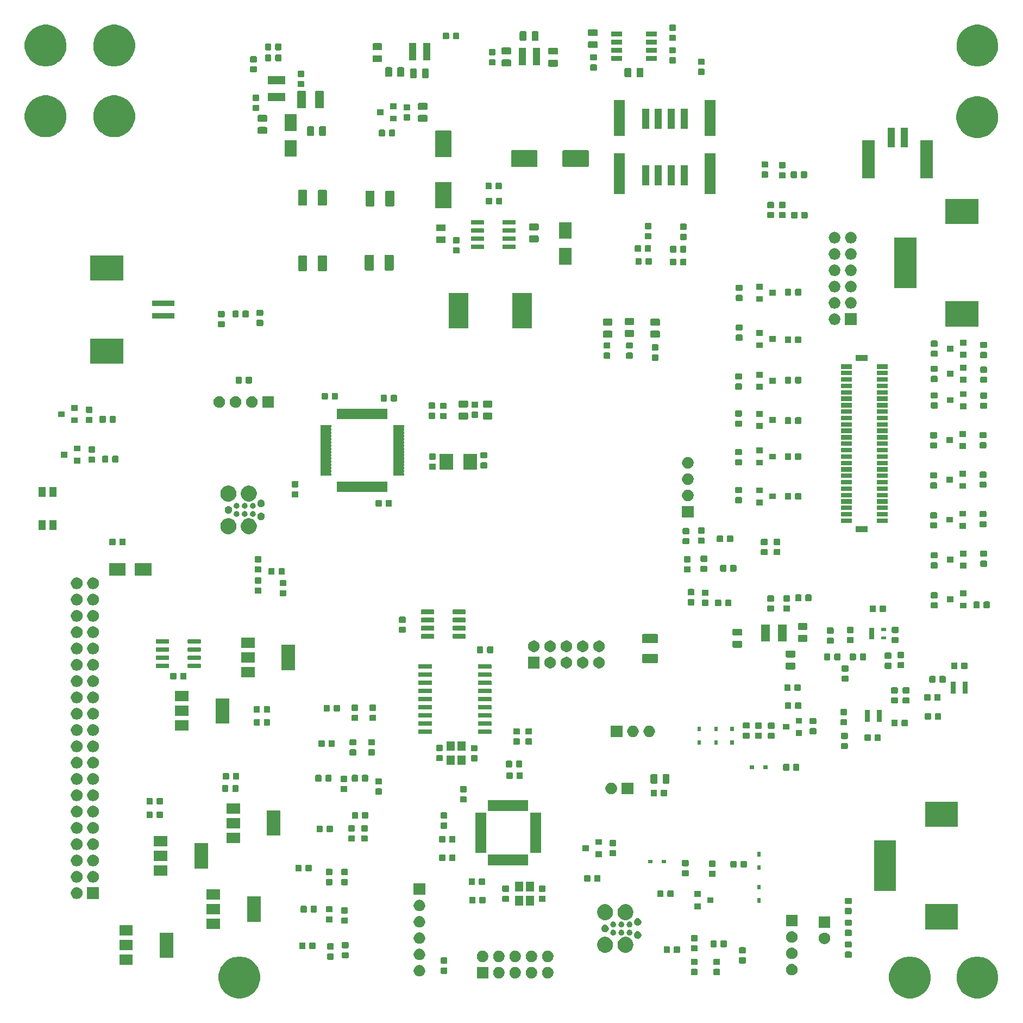
<source format=gbr>
G04 #@! TF.GenerationSoftware,KiCad,Pcbnew,(5.1.5)-3*
G04 #@! TF.CreationDate,2020-10-04T17:53:18+01:00*
G04 #@! TF.ProjectId,DC Controller STM32 v2,44432043-6f6e-4747-926f-6c6c65722053,rev?*
G04 #@! TF.SameCoordinates,Original*
G04 #@! TF.FileFunction,Soldermask,Top*
G04 #@! TF.FilePolarity,Negative*
%FSLAX46Y46*%
G04 Gerber Fmt 4.6, Leading zero omitted, Abs format (unit mm)*
G04 Created by KiCad (PCBNEW (5.1.5)-3) date 2020-10-04 17:53:18*
%MOMM*%
%LPD*%
G04 APERTURE LIST*
%ADD10C,0.100000*%
G04 APERTURE END LIST*
D10*
G36*
X150144239Y7548533D02*
G01*
X150458282Y7486066D01*
X151049926Y7240999D01*
X151582392Y6885216D01*
X152035216Y6432392D01*
X152390999Y5899926D01*
X152636066Y5308282D01*
X152673398Y5120599D01*
X152755043Y4710147D01*
X152761000Y4680196D01*
X152761000Y4039804D01*
X152636066Y3411718D01*
X152390999Y2820074D01*
X152035216Y2287608D01*
X151582392Y1834784D01*
X151049926Y1479001D01*
X150458282Y1233934D01*
X150144239Y1171467D01*
X149830197Y1109000D01*
X149189803Y1109000D01*
X148875761Y1171467D01*
X148561718Y1233934D01*
X147970074Y1479001D01*
X147437608Y1834784D01*
X146984784Y2287608D01*
X146629001Y2820074D01*
X146383934Y3411718D01*
X146259000Y4039804D01*
X146259000Y4680196D01*
X146264958Y4710147D01*
X146346602Y5120599D01*
X146383934Y5308282D01*
X146629001Y5899926D01*
X146984784Y6432392D01*
X147437608Y6885216D01*
X147970074Y7240999D01*
X148561718Y7486066D01*
X148875761Y7548533D01*
X149189803Y7611000D01*
X149830197Y7611000D01*
X150144239Y7548533D01*
G37*
G36*
X139634239Y7548533D02*
G01*
X139948282Y7486066D01*
X140539926Y7240999D01*
X141072392Y6885216D01*
X141525216Y6432392D01*
X141880999Y5899926D01*
X142126066Y5308282D01*
X142163398Y5120599D01*
X142245043Y4710147D01*
X142251000Y4680196D01*
X142251000Y4039804D01*
X142126066Y3411718D01*
X141880999Y2820074D01*
X141525216Y2287608D01*
X141072392Y1834784D01*
X140539926Y1479001D01*
X139948282Y1233934D01*
X139634239Y1171467D01*
X139320197Y1109000D01*
X138679803Y1109000D01*
X138365761Y1171467D01*
X138051718Y1233934D01*
X137460074Y1479001D01*
X136927608Y1834784D01*
X136474784Y2287608D01*
X136119001Y2820074D01*
X135873934Y3411718D01*
X135749000Y4039804D01*
X135749000Y4680196D01*
X135754958Y4710147D01*
X135836602Y5120599D01*
X135873934Y5308282D01*
X136119001Y5899926D01*
X136474784Y6432392D01*
X136927608Y6885216D01*
X137460074Y7240999D01*
X138051718Y7486066D01*
X138365761Y7548533D01*
X138679803Y7611000D01*
X139320197Y7611000D01*
X139634239Y7548533D01*
G37*
G36*
X35134239Y7548533D02*
G01*
X35448282Y7486066D01*
X36039926Y7240999D01*
X36572392Y6885216D01*
X37025216Y6432392D01*
X37380999Y5899926D01*
X37626066Y5308282D01*
X37663398Y5120599D01*
X37745043Y4710147D01*
X37751000Y4680196D01*
X37751000Y4039804D01*
X37626066Y3411718D01*
X37380999Y2820074D01*
X37025216Y2287608D01*
X36572392Y1834784D01*
X36039926Y1479001D01*
X35448282Y1233934D01*
X35134239Y1171467D01*
X34820197Y1109000D01*
X34179803Y1109000D01*
X33865761Y1171467D01*
X33551718Y1233934D01*
X32960074Y1479001D01*
X32427608Y1834784D01*
X31974784Y2287608D01*
X31619001Y2820074D01*
X31373934Y3411718D01*
X31249000Y4039804D01*
X31249000Y4680196D01*
X31254958Y4710147D01*
X31336602Y5120599D01*
X31373934Y5308282D01*
X31619001Y5899926D01*
X31974784Y6432392D01*
X32427608Y6885216D01*
X32960074Y7240999D01*
X33551718Y7486066D01*
X33865761Y7548533D01*
X34179803Y7611000D01*
X34820197Y7611000D01*
X35134239Y7548533D01*
G37*
G36*
X75053512Y5996073D02*
G01*
X75202812Y5966376D01*
X75366784Y5898456D01*
X75514354Y5799853D01*
X75639853Y5674354D01*
X75738456Y5526784D01*
X75806376Y5362812D01*
X75841000Y5188741D01*
X75841000Y5011259D01*
X75806376Y4837188D01*
X75738456Y4673216D01*
X75639853Y4525646D01*
X75514354Y4400147D01*
X75366784Y4301544D01*
X75202812Y4233624D01*
X75053512Y4203927D01*
X75028742Y4199000D01*
X74851258Y4199000D01*
X74826488Y4203927D01*
X74677188Y4233624D01*
X74513216Y4301544D01*
X74365646Y4400147D01*
X74240147Y4525646D01*
X74141544Y4673216D01*
X74073624Y4837188D01*
X74039000Y5011259D01*
X74039000Y5188741D01*
X74073624Y5362812D01*
X74141544Y5526784D01*
X74240147Y5674354D01*
X74365646Y5799853D01*
X74513216Y5898456D01*
X74677188Y5966376D01*
X74826488Y5996073D01*
X74851258Y6001000D01*
X75028742Y6001000D01*
X75053512Y5996073D01*
G37*
G36*
X73301000Y4199000D02*
G01*
X71499000Y4199000D01*
X71499000Y6001000D01*
X73301000Y6001000D01*
X73301000Y4199000D01*
G37*
G36*
X80133512Y5996073D02*
G01*
X80282812Y5966376D01*
X80446784Y5898456D01*
X80594354Y5799853D01*
X80719853Y5674354D01*
X80818456Y5526784D01*
X80886376Y5362812D01*
X80921000Y5188741D01*
X80921000Y5011259D01*
X80886376Y4837188D01*
X80818456Y4673216D01*
X80719853Y4525646D01*
X80594354Y4400147D01*
X80446784Y4301544D01*
X80282812Y4233624D01*
X80133512Y4203927D01*
X80108742Y4199000D01*
X79931258Y4199000D01*
X79906488Y4203927D01*
X79757188Y4233624D01*
X79593216Y4301544D01*
X79445646Y4400147D01*
X79320147Y4525646D01*
X79221544Y4673216D01*
X79153624Y4837188D01*
X79119000Y5011259D01*
X79119000Y5188741D01*
X79153624Y5362812D01*
X79221544Y5526784D01*
X79320147Y5674354D01*
X79445646Y5799853D01*
X79593216Y5898456D01*
X79757188Y5966376D01*
X79906488Y5996073D01*
X79931258Y6001000D01*
X80108742Y6001000D01*
X80133512Y5996073D01*
G37*
G36*
X77593512Y5996073D02*
G01*
X77742812Y5966376D01*
X77906784Y5898456D01*
X78054354Y5799853D01*
X78179853Y5674354D01*
X78278456Y5526784D01*
X78346376Y5362812D01*
X78381000Y5188741D01*
X78381000Y5011259D01*
X78346376Y4837188D01*
X78278456Y4673216D01*
X78179853Y4525646D01*
X78054354Y4400147D01*
X77906784Y4301544D01*
X77742812Y4233624D01*
X77593512Y4203927D01*
X77568742Y4199000D01*
X77391258Y4199000D01*
X77366488Y4203927D01*
X77217188Y4233624D01*
X77053216Y4301544D01*
X76905646Y4400147D01*
X76780147Y4525646D01*
X76681544Y4673216D01*
X76613624Y4837188D01*
X76579000Y5011259D01*
X76579000Y5188741D01*
X76613624Y5362812D01*
X76681544Y5526784D01*
X76780147Y5674354D01*
X76905646Y5799853D01*
X77053216Y5898456D01*
X77217188Y5966376D01*
X77366488Y5996073D01*
X77391258Y6001000D01*
X77568742Y6001000D01*
X77593512Y5996073D01*
G37*
G36*
X82673512Y5996073D02*
G01*
X82822812Y5966376D01*
X82986784Y5898456D01*
X83134354Y5799853D01*
X83259853Y5674354D01*
X83358456Y5526784D01*
X83426376Y5362812D01*
X83461000Y5188741D01*
X83461000Y5011259D01*
X83426376Y4837188D01*
X83358456Y4673216D01*
X83259853Y4525646D01*
X83134354Y4400147D01*
X82986784Y4301544D01*
X82822812Y4233624D01*
X82673512Y4203927D01*
X82648742Y4199000D01*
X82471258Y4199000D01*
X82446488Y4203927D01*
X82297188Y4233624D01*
X82133216Y4301544D01*
X81985646Y4400147D01*
X81860147Y4525646D01*
X81761544Y4673216D01*
X81693624Y4837188D01*
X81659000Y5011259D01*
X81659000Y5188741D01*
X81693624Y5362812D01*
X81761544Y5526784D01*
X81860147Y5674354D01*
X81985646Y5799853D01*
X82133216Y5898456D01*
X82297188Y5966376D01*
X82446488Y5996073D01*
X82471258Y6001000D01*
X82648742Y6001000D01*
X82673512Y5996073D01*
G37*
G36*
X62673512Y6306073D02*
G01*
X62822812Y6276376D01*
X62986784Y6208456D01*
X63134354Y6109853D01*
X63259853Y5984354D01*
X63358456Y5836784D01*
X63426376Y5672812D01*
X63449891Y5554591D01*
X63461000Y5498742D01*
X63461000Y5321258D01*
X63460190Y5317188D01*
X63426376Y5147188D01*
X63358456Y4983216D01*
X63259853Y4835646D01*
X63134354Y4710147D01*
X62986784Y4611544D01*
X62822812Y4543624D01*
X62673512Y4513927D01*
X62648742Y4509000D01*
X62471258Y4509000D01*
X62446488Y4513927D01*
X62297188Y4543624D01*
X62133216Y4611544D01*
X61985646Y4710147D01*
X61860147Y4835646D01*
X61761544Y4983216D01*
X61693624Y5147188D01*
X61659810Y5317188D01*
X61659000Y5321258D01*
X61659000Y5498742D01*
X61670109Y5554591D01*
X61693624Y5672812D01*
X61761544Y5836784D01*
X61860147Y5984354D01*
X61985646Y6109853D01*
X62133216Y6208456D01*
X62297188Y6276376D01*
X62446488Y6306073D01*
X62471258Y6311000D01*
X62648742Y6311000D01*
X62673512Y6306073D01*
G37*
G36*
X120713512Y6476073D02*
G01*
X120862812Y6446376D01*
X121026784Y6378456D01*
X121174354Y6279853D01*
X121299853Y6154354D01*
X121398456Y6006784D01*
X121466376Y5842812D01*
X121484793Y5750220D01*
X121500191Y5672811D01*
X121501000Y5668741D01*
X121501000Y5491259D01*
X121466376Y5317188D01*
X121398456Y5153216D01*
X121299853Y5005646D01*
X121174354Y4880147D01*
X121026784Y4781544D01*
X120862812Y4713624D01*
X120713512Y4683927D01*
X120688742Y4679000D01*
X120511258Y4679000D01*
X120486488Y4683927D01*
X120337188Y4713624D01*
X120173216Y4781544D01*
X120025646Y4880147D01*
X119900147Y5005646D01*
X119801544Y5153216D01*
X119733624Y5317188D01*
X119699000Y5491259D01*
X119699000Y5668741D01*
X119699810Y5672811D01*
X119715207Y5750220D01*
X119733624Y5842812D01*
X119801544Y6006784D01*
X119900147Y6154354D01*
X120025646Y6279853D01*
X120173216Y6378456D01*
X120337188Y6446376D01*
X120486488Y6476073D01*
X120511258Y6481000D01*
X120688742Y6481000D01*
X120713512Y6476073D01*
G37*
G36*
X105779591Y5696915D02*
G01*
X105813569Y5686607D01*
X105844890Y5669866D01*
X105872339Y5647339D01*
X105894866Y5619890D01*
X105911607Y5588569D01*
X105921915Y5554591D01*
X105926000Y5513110D01*
X105926000Y4911890D01*
X105921915Y4870409D01*
X105911607Y4836431D01*
X105894866Y4805110D01*
X105872339Y4777661D01*
X105844890Y4755134D01*
X105813569Y4738393D01*
X105779591Y4728085D01*
X105738110Y4724000D01*
X105061890Y4724000D01*
X105020409Y4728085D01*
X104986431Y4738393D01*
X104955110Y4755134D01*
X104927661Y4777661D01*
X104905134Y4805110D01*
X104888393Y4836431D01*
X104878085Y4870409D01*
X104874000Y4911890D01*
X104874000Y5513110D01*
X104878085Y5554591D01*
X104888393Y5588569D01*
X104905134Y5619890D01*
X104927661Y5647339D01*
X104955110Y5669866D01*
X104986431Y5686607D01*
X105020409Y5696915D01*
X105061890Y5701000D01*
X105738110Y5701000D01*
X105779591Y5696915D01*
G37*
G36*
X109279591Y5696915D02*
G01*
X109313569Y5686607D01*
X109344890Y5669866D01*
X109372339Y5647339D01*
X109394866Y5619890D01*
X109411607Y5588569D01*
X109421915Y5554591D01*
X109426000Y5513110D01*
X109426000Y4911890D01*
X109421915Y4870409D01*
X109411607Y4836431D01*
X109394866Y4805110D01*
X109372339Y4777661D01*
X109344890Y4755134D01*
X109313569Y4738393D01*
X109279591Y4728085D01*
X109238110Y4724000D01*
X108561890Y4724000D01*
X108520409Y4728085D01*
X108486431Y4738393D01*
X108455110Y4755134D01*
X108427661Y4777661D01*
X108405134Y4805110D01*
X108388393Y4836431D01*
X108378085Y4870409D01*
X108374000Y4911890D01*
X108374000Y5513110D01*
X108378085Y5554591D01*
X108388393Y5588569D01*
X108405134Y5619890D01*
X108427661Y5647339D01*
X108455110Y5669866D01*
X108486431Y5686607D01*
X108520409Y5696915D01*
X108561890Y5701000D01*
X109238110Y5701000D01*
X109279591Y5696915D01*
G37*
G36*
X66779591Y5896915D02*
G01*
X66813569Y5886607D01*
X66844890Y5869866D01*
X66872339Y5847339D01*
X66894866Y5819890D01*
X66911607Y5788569D01*
X66921915Y5754591D01*
X66926000Y5713110D01*
X66926000Y5111890D01*
X66921915Y5070409D01*
X66911607Y5036431D01*
X66894866Y5005110D01*
X66872339Y4977661D01*
X66844890Y4955134D01*
X66813569Y4938393D01*
X66779591Y4928085D01*
X66738110Y4924000D01*
X66061890Y4924000D01*
X66020409Y4928085D01*
X65986431Y4938393D01*
X65955110Y4955134D01*
X65927661Y4977661D01*
X65905134Y5005110D01*
X65888393Y5036431D01*
X65878085Y5070409D01*
X65874000Y5111890D01*
X65874000Y5713110D01*
X65878085Y5754591D01*
X65888393Y5788569D01*
X65905134Y5819890D01*
X65927661Y5847339D01*
X65955110Y5869866D01*
X65986431Y5886607D01*
X66020409Y5896915D01*
X66061890Y5901000D01*
X66738110Y5901000D01*
X66779591Y5896915D01*
G37*
G36*
X17901000Y6299000D02*
G01*
X15799000Y6299000D01*
X15799000Y7901000D01*
X17901000Y7901000D01*
X17901000Y6299000D01*
G37*
G36*
X109279591Y7271915D02*
G01*
X109313569Y7261607D01*
X109344890Y7244866D01*
X109372339Y7222339D01*
X109394866Y7194890D01*
X109411607Y7163569D01*
X109421915Y7129591D01*
X109426000Y7088110D01*
X109426000Y6486890D01*
X109421915Y6445409D01*
X109411607Y6411431D01*
X109394866Y6380110D01*
X109372339Y6352661D01*
X109344890Y6330134D01*
X109313569Y6313393D01*
X109279591Y6303085D01*
X109238110Y6299000D01*
X108561890Y6299000D01*
X108520409Y6303085D01*
X108486431Y6313393D01*
X108455110Y6330134D01*
X108427661Y6352661D01*
X108405134Y6380110D01*
X108388393Y6411431D01*
X108378085Y6445409D01*
X108374000Y6486890D01*
X108374000Y7088110D01*
X108378085Y7129591D01*
X108388393Y7163569D01*
X108405134Y7194890D01*
X108427661Y7222339D01*
X108455110Y7244866D01*
X108486431Y7261607D01*
X108520409Y7271915D01*
X108561890Y7276000D01*
X109238110Y7276000D01*
X109279591Y7271915D01*
G37*
G36*
X105779591Y7271915D02*
G01*
X105813569Y7261607D01*
X105844890Y7244866D01*
X105872339Y7222339D01*
X105894866Y7194890D01*
X105911607Y7163569D01*
X105921915Y7129591D01*
X105926000Y7088110D01*
X105926000Y6486890D01*
X105921915Y6445409D01*
X105911607Y6411431D01*
X105894866Y6380110D01*
X105872339Y6352661D01*
X105844890Y6330134D01*
X105813569Y6313393D01*
X105779591Y6303085D01*
X105738110Y6299000D01*
X105061890Y6299000D01*
X105020409Y6303085D01*
X104986431Y6313393D01*
X104955110Y6330134D01*
X104927661Y6352661D01*
X104905134Y6380110D01*
X104888393Y6411431D01*
X104878085Y6445409D01*
X104874000Y6486890D01*
X104874000Y7088110D01*
X104878085Y7129591D01*
X104888393Y7163569D01*
X104905134Y7194890D01*
X104927661Y7222339D01*
X104955110Y7244866D01*
X104986431Y7261607D01*
X105020409Y7271915D01*
X105061890Y7276000D01*
X105738110Y7276000D01*
X105779591Y7271915D01*
G37*
G36*
X66779591Y7471915D02*
G01*
X66813569Y7461607D01*
X66844890Y7444866D01*
X66872339Y7422339D01*
X66894866Y7394890D01*
X66911607Y7363569D01*
X66921915Y7329591D01*
X66926000Y7288110D01*
X66926000Y6686890D01*
X66921915Y6645409D01*
X66911607Y6611431D01*
X66894866Y6580110D01*
X66872339Y6552661D01*
X66844890Y6530134D01*
X66813569Y6513393D01*
X66779591Y6503085D01*
X66738110Y6499000D01*
X66061890Y6499000D01*
X66020409Y6503085D01*
X65986431Y6513393D01*
X65955110Y6530134D01*
X65927661Y6552661D01*
X65905134Y6580110D01*
X65888393Y6611431D01*
X65878085Y6645409D01*
X65874000Y6686890D01*
X65874000Y7288110D01*
X65878085Y7329591D01*
X65888393Y7363569D01*
X65905134Y7394890D01*
X65927661Y7422339D01*
X65955110Y7444866D01*
X65986431Y7461607D01*
X66020409Y7471915D01*
X66061890Y7476000D01*
X66738110Y7476000D01*
X66779591Y7471915D01*
G37*
G36*
X113279591Y7496915D02*
G01*
X113313569Y7486607D01*
X113344890Y7469866D01*
X113372339Y7447339D01*
X113394866Y7419890D01*
X113411607Y7388569D01*
X113421915Y7354591D01*
X113426000Y7313110D01*
X113426000Y6711890D01*
X113421915Y6670409D01*
X113411607Y6636431D01*
X113394866Y6605110D01*
X113372339Y6577661D01*
X113344890Y6555134D01*
X113313569Y6538393D01*
X113279591Y6528085D01*
X113238110Y6524000D01*
X112561890Y6524000D01*
X112520409Y6528085D01*
X112486431Y6538393D01*
X112455110Y6555134D01*
X112427661Y6577661D01*
X112405134Y6605110D01*
X112388393Y6636431D01*
X112378085Y6670409D01*
X112374000Y6711890D01*
X112374000Y7313110D01*
X112378085Y7354591D01*
X112388393Y7388569D01*
X112405134Y7419890D01*
X112427661Y7447339D01*
X112455110Y7469866D01*
X112486431Y7486607D01*
X112520409Y7496915D01*
X112561890Y7501000D01*
X113238110Y7501000D01*
X113279591Y7496915D01*
G37*
G36*
X77593512Y8536073D02*
G01*
X77742812Y8506376D01*
X77906784Y8438456D01*
X78054354Y8339853D01*
X78179853Y8214354D01*
X78278456Y8066784D01*
X78346376Y7902812D01*
X78381000Y7728741D01*
X78381000Y7551259D01*
X78346376Y7377188D01*
X78278456Y7213216D01*
X78179853Y7065646D01*
X78054354Y6940147D01*
X77906784Y6841544D01*
X77742812Y6773624D01*
X77593512Y6743927D01*
X77568742Y6739000D01*
X77391258Y6739000D01*
X77366488Y6743927D01*
X77217188Y6773624D01*
X77053216Y6841544D01*
X76905646Y6940147D01*
X76780147Y7065646D01*
X76681544Y7213216D01*
X76613624Y7377188D01*
X76579000Y7551259D01*
X76579000Y7728741D01*
X76613624Y7902812D01*
X76681544Y8066784D01*
X76780147Y8214354D01*
X76905646Y8339853D01*
X77053216Y8438456D01*
X77217188Y8506376D01*
X77366488Y8536073D01*
X77391258Y8541000D01*
X77568742Y8541000D01*
X77593512Y8536073D01*
G37*
G36*
X72513512Y8536073D02*
G01*
X72662812Y8506376D01*
X72826784Y8438456D01*
X72974354Y8339853D01*
X73099853Y8214354D01*
X73198456Y8066784D01*
X73266376Y7902812D01*
X73301000Y7728741D01*
X73301000Y7551259D01*
X73266376Y7377188D01*
X73198456Y7213216D01*
X73099853Y7065646D01*
X72974354Y6940147D01*
X72826784Y6841544D01*
X72662812Y6773624D01*
X72513512Y6743927D01*
X72488742Y6739000D01*
X72311258Y6739000D01*
X72286488Y6743927D01*
X72137188Y6773624D01*
X71973216Y6841544D01*
X71825646Y6940147D01*
X71700147Y7065646D01*
X71601544Y7213216D01*
X71533624Y7377188D01*
X71499000Y7551259D01*
X71499000Y7728741D01*
X71533624Y7902812D01*
X71601544Y8066784D01*
X71700147Y8214354D01*
X71825646Y8339853D01*
X71973216Y8438456D01*
X72137188Y8506376D01*
X72286488Y8536073D01*
X72311258Y8541000D01*
X72488742Y8541000D01*
X72513512Y8536073D01*
G37*
G36*
X75053512Y8536073D02*
G01*
X75202812Y8506376D01*
X75366784Y8438456D01*
X75514354Y8339853D01*
X75639853Y8214354D01*
X75738456Y8066784D01*
X75806376Y7902812D01*
X75841000Y7728741D01*
X75841000Y7551259D01*
X75806376Y7377188D01*
X75738456Y7213216D01*
X75639853Y7065646D01*
X75514354Y6940147D01*
X75366784Y6841544D01*
X75202812Y6773624D01*
X75053512Y6743927D01*
X75028742Y6739000D01*
X74851258Y6739000D01*
X74826488Y6743927D01*
X74677188Y6773624D01*
X74513216Y6841544D01*
X74365646Y6940147D01*
X74240147Y7065646D01*
X74141544Y7213216D01*
X74073624Y7377188D01*
X74039000Y7551259D01*
X74039000Y7728741D01*
X74073624Y7902812D01*
X74141544Y8066784D01*
X74240147Y8214354D01*
X74365646Y8339853D01*
X74513216Y8438456D01*
X74677188Y8506376D01*
X74826488Y8536073D01*
X74851258Y8541000D01*
X75028742Y8541000D01*
X75053512Y8536073D01*
G37*
G36*
X80133512Y8536073D02*
G01*
X80282812Y8506376D01*
X80446784Y8438456D01*
X80594354Y8339853D01*
X80719853Y8214354D01*
X80818456Y8066784D01*
X80886376Y7902812D01*
X80921000Y7728741D01*
X80921000Y7551259D01*
X80886376Y7377188D01*
X80818456Y7213216D01*
X80719853Y7065646D01*
X80594354Y6940147D01*
X80446784Y6841544D01*
X80282812Y6773624D01*
X80133512Y6743927D01*
X80108742Y6739000D01*
X79931258Y6739000D01*
X79906488Y6743927D01*
X79757188Y6773624D01*
X79593216Y6841544D01*
X79445646Y6940147D01*
X79320147Y7065646D01*
X79221544Y7213216D01*
X79153624Y7377188D01*
X79119000Y7551259D01*
X79119000Y7728741D01*
X79153624Y7902812D01*
X79221544Y8066784D01*
X79320147Y8214354D01*
X79445646Y8339853D01*
X79593216Y8438456D01*
X79757188Y8506376D01*
X79906488Y8536073D01*
X79931258Y8541000D01*
X80108742Y8541000D01*
X80133512Y8536073D01*
G37*
G36*
X82673512Y8536073D02*
G01*
X82822812Y8506376D01*
X82986784Y8438456D01*
X83134354Y8339853D01*
X83259853Y8214354D01*
X83358456Y8066784D01*
X83426376Y7902812D01*
X83461000Y7728741D01*
X83461000Y7551259D01*
X83426376Y7377188D01*
X83358456Y7213216D01*
X83259853Y7065646D01*
X83134354Y6940147D01*
X82986784Y6841544D01*
X82822812Y6773624D01*
X82673512Y6743927D01*
X82648742Y6739000D01*
X82471258Y6739000D01*
X82446488Y6743927D01*
X82297188Y6773624D01*
X82133216Y6841544D01*
X81985646Y6940147D01*
X81860147Y7065646D01*
X81761544Y7213216D01*
X81693624Y7377188D01*
X81659000Y7551259D01*
X81659000Y7728741D01*
X81693624Y7902812D01*
X81761544Y8066784D01*
X81860147Y8214354D01*
X81985646Y8339853D01*
X82133216Y8438456D01*
X82297188Y8506376D01*
X82446488Y8536073D01*
X82471258Y8541000D01*
X82648742Y8541000D01*
X82673512Y8536073D01*
G37*
G36*
X62654875Y8849780D02*
G01*
X62822812Y8816376D01*
X62986784Y8748456D01*
X63134354Y8649853D01*
X63259853Y8524354D01*
X63358456Y8376784D01*
X63426376Y8212812D01*
X63451479Y8086607D01*
X63461000Y8038742D01*
X63461000Y7861258D01*
X63460190Y7857188D01*
X63426376Y7687188D01*
X63358456Y7523216D01*
X63259853Y7375646D01*
X63134354Y7250147D01*
X62986784Y7151544D01*
X62822812Y7083624D01*
X62673512Y7053927D01*
X62648742Y7049000D01*
X62471258Y7049000D01*
X62446488Y7053927D01*
X62297188Y7083624D01*
X62133216Y7151544D01*
X61985646Y7250147D01*
X61860147Y7375646D01*
X61761544Y7523216D01*
X61693624Y7687188D01*
X61659810Y7857188D01*
X61659000Y7861258D01*
X61659000Y8038742D01*
X61668521Y8086607D01*
X61693624Y8212812D01*
X61761544Y8376784D01*
X61860147Y8524354D01*
X61985646Y8649853D01*
X62133216Y8748456D01*
X62297188Y8816376D01*
X62465125Y8849780D01*
X62471258Y8851000D01*
X62648742Y8851000D01*
X62654875Y8849780D01*
G37*
G36*
X49079591Y8096915D02*
G01*
X49113569Y8086607D01*
X49144890Y8069866D01*
X49172339Y8047339D01*
X49194866Y8019890D01*
X49211607Y7988569D01*
X49221915Y7954591D01*
X49226000Y7913110D01*
X49226000Y7311890D01*
X49221915Y7270409D01*
X49211607Y7236431D01*
X49194866Y7205110D01*
X49172339Y7177661D01*
X49144890Y7155134D01*
X49113569Y7138393D01*
X49079591Y7128085D01*
X49038110Y7124000D01*
X48361890Y7124000D01*
X48320409Y7128085D01*
X48286431Y7138393D01*
X48255110Y7155134D01*
X48227661Y7177661D01*
X48205134Y7205110D01*
X48188393Y7236431D01*
X48178085Y7270409D01*
X48174000Y7311890D01*
X48174000Y7913110D01*
X48178085Y7954591D01*
X48188393Y7988569D01*
X48205134Y8019890D01*
X48227661Y8047339D01*
X48255110Y8069866D01*
X48286431Y8086607D01*
X48320409Y8096915D01*
X48361890Y8101000D01*
X49038110Y8101000D01*
X49079591Y8096915D01*
G37*
G36*
X120702567Y9018250D02*
G01*
X120862812Y8986376D01*
X121026784Y8918456D01*
X121174354Y8819853D01*
X121299853Y8694354D01*
X121398456Y8546784D01*
X121466376Y8382812D01*
X121493681Y8245539D01*
X121501000Y8208742D01*
X121501000Y8031258D01*
X121498739Y8019890D01*
X121466376Y7857188D01*
X121398456Y7693216D01*
X121299853Y7545646D01*
X121174354Y7420147D01*
X121026784Y7321544D01*
X120862812Y7253624D01*
X120713512Y7223927D01*
X120688742Y7219000D01*
X120511258Y7219000D01*
X120486488Y7223927D01*
X120337188Y7253624D01*
X120173216Y7321544D01*
X120025646Y7420147D01*
X119900147Y7545646D01*
X119801544Y7693216D01*
X119733624Y7857188D01*
X119701261Y8019890D01*
X119699000Y8031258D01*
X119699000Y8208742D01*
X119706319Y8245539D01*
X119733624Y8382812D01*
X119801544Y8546784D01*
X119900147Y8694354D01*
X120025646Y8819853D01*
X120173216Y8918456D01*
X120337188Y8986376D01*
X120497433Y9018250D01*
X120511258Y9021000D01*
X120688742Y9021000D01*
X120702567Y9018250D01*
G37*
G36*
X51379591Y8296915D02*
G01*
X51413569Y8286607D01*
X51444890Y8269866D01*
X51472339Y8247339D01*
X51494866Y8219890D01*
X51511607Y8188569D01*
X51521915Y8154591D01*
X51526000Y8113110D01*
X51526000Y7511890D01*
X51521915Y7470409D01*
X51511607Y7436431D01*
X51494866Y7405110D01*
X51472339Y7377661D01*
X51444890Y7355134D01*
X51413569Y7338393D01*
X51379591Y7328085D01*
X51338110Y7324000D01*
X50661890Y7324000D01*
X50620409Y7328085D01*
X50586431Y7338393D01*
X50555110Y7355134D01*
X50527661Y7377661D01*
X50505134Y7405110D01*
X50488393Y7436431D01*
X50478085Y7470409D01*
X50474000Y7511890D01*
X50474000Y8113110D01*
X50478085Y8154591D01*
X50488393Y8188569D01*
X50505134Y8219890D01*
X50527661Y8247339D01*
X50555110Y8269866D01*
X50586431Y8286607D01*
X50620409Y8296915D01*
X50661890Y8301000D01*
X51338110Y8301000D01*
X51379591Y8296915D01*
G37*
G36*
X129779591Y8396915D02*
G01*
X129813569Y8386607D01*
X129844890Y8369866D01*
X129872339Y8347339D01*
X129894866Y8319890D01*
X129911607Y8288569D01*
X129921915Y8254591D01*
X129926000Y8213110D01*
X129926000Y7611890D01*
X129921915Y7570409D01*
X129911607Y7536431D01*
X129894866Y7505110D01*
X129872339Y7477661D01*
X129844890Y7455134D01*
X129813569Y7438393D01*
X129779591Y7428085D01*
X129738110Y7424000D01*
X129061890Y7424000D01*
X129020409Y7428085D01*
X128986431Y7438393D01*
X128955110Y7455134D01*
X128927661Y7477661D01*
X128905134Y7505110D01*
X128888393Y7536431D01*
X128878085Y7570409D01*
X128874000Y7611890D01*
X128874000Y8213110D01*
X128878085Y8254591D01*
X128888393Y8288569D01*
X128905134Y8319890D01*
X128927661Y8347339D01*
X128955110Y8369866D01*
X128986431Y8386607D01*
X129020409Y8396915D01*
X129061890Y8401000D01*
X129738110Y8401000D01*
X129779591Y8396915D01*
G37*
G36*
X24201000Y7449000D02*
G01*
X22099000Y7449000D01*
X22099000Y11351000D01*
X24201000Y11351000D01*
X24201000Y7449000D01*
G37*
G36*
X113279591Y9071915D02*
G01*
X113313569Y9061607D01*
X113344890Y9044866D01*
X113372339Y9022339D01*
X113394866Y8994890D01*
X113411607Y8963569D01*
X113421915Y8929591D01*
X113426000Y8888110D01*
X113426000Y8286890D01*
X113421915Y8245409D01*
X113411607Y8211431D01*
X113394866Y8180110D01*
X113372339Y8152661D01*
X113344890Y8130134D01*
X113313569Y8113393D01*
X113279591Y8103085D01*
X113238110Y8099000D01*
X112561890Y8099000D01*
X112520409Y8103085D01*
X112486431Y8113393D01*
X112455110Y8130134D01*
X112427661Y8152661D01*
X112405134Y8180110D01*
X112388393Y8211431D01*
X112378085Y8245409D01*
X112374000Y8286890D01*
X112374000Y8888110D01*
X112378085Y8929591D01*
X112388393Y8963569D01*
X112405134Y8994890D01*
X112427661Y9022339D01*
X112455110Y9044866D01*
X112486431Y9061607D01*
X112520409Y9071915D01*
X112561890Y9076000D01*
X113238110Y9076000D01*
X113279591Y9071915D01*
G37*
G36*
X101454591Y9221915D02*
G01*
X101488569Y9211607D01*
X101519890Y9194866D01*
X101547339Y9172339D01*
X101569866Y9144890D01*
X101586607Y9113569D01*
X101596915Y9079591D01*
X101601000Y9038110D01*
X101601000Y8361890D01*
X101596915Y8320409D01*
X101586607Y8286431D01*
X101569866Y8255110D01*
X101547339Y8227661D01*
X101519890Y8205134D01*
X101488569Y8188393D01*
X101454591Y8178085D01*
X101413110Y8174000D01*
X100811890Y8174000D01*
X100770409Y8178085D01*
X100736431Y8188393D01*
X100705110Y8205134D01*
X100677661Y8227661D01*
X100655134Y8255110D01*
X100638393Y8286431D01*
X100628085Y8320409D01*
X100624000Y8361890D01*
X100624000Y9038110D01*
X100628085Y9079591D01*
X100638393Y9113569D01*
X100655134Y9144890D01*
X100677661Y9172339D01*
X100705110Y9194866D01*
X100736431Y9211607D01*
X100770409Y9221915D01*
X100811890Y9226000D01*
X101413110Y9226000D01*
X101454591Y9221915D01*
G37*
G36*
X103029591Y9221915D02*
G01*
X103063569Y9211607D01*
X103094890Y9194866D01*
X103122339Y9172339D01*
X103144866Y9144890D01*
X103161607Y9113569D01*
X103171915Y9079591D01*
X103176000Y9038110D01*
X103176000Y8361890D01*
X103171915Y8320409D01*
X103161607Y8286431D01*
X103144866Y8255110D01*
X103122339Y8227661D01*
X103094890Y8205134D01*
X103063569Y8188393D01*
X103029591Y8178085D01*
X102988110Y8174000D01*
X102386890Y8174000D01*
X102345409Y8178085D01*
X102311431Y8188393D01*
X102280110Y8205134D01*
X102252661Y8227661D01*
X102230134Y8255110D01*
X102213393Y8286431D01*
X102203085Y8320409D01*
X102199000Y8361890D01*
X102199000Y9038110D01*
X102203085Y9079591D01*
X102213393Y9113569D01*
X102230134Y9144890D01*
X102252661Y9172339D01*
X102280110Y9194866D01*
X102311431Y9211607D01*
X102345409Y9221915D01*
X102386890Y9226000D01*
X102988110Y9226000D01*
X103029591Y9221915D01*
G37*
G36*
X91863094Y10656964D02*
G01*
X92089632Y10563128D01*
X92089634Y10563127D01*
X92293514Y10426899D01*
X92466899Y10253514D01*
X92601104Y10052661D01*
X92603128Y10049632D01*
X92696964Y9823094D01*
X92744800Y9582603D01*
X92744800Y9337397D01*
X92696964Y9096906D01*
X92603128Y8870368D01*
X92603127Y8870366D01*
X92466899Y8666486D01*
X92293514Y8493101D01*
X92089634Y8356873D01*
X92089633Y8356872D01*
X92089632Y8356872D01*
X91863094Y8263036D01*
X91622603Y8215200D01*
X91377397Y8215200D01*
X91136906Y8263036D01*
X90910368Y8356872D01*
X90910367Y8356872D01*
X90910366Y8356873D01*
X90706486Y8493101D01*
X90533101Y8666486D01*
X90396873Y8870366D01*
X90396872Y8870368D01*
X90303036Y9096906D01*
X90255200Y9337397D01*
X90255200Y9582603D01*
X90303036Y9823094D01*
X90396872Y10049632D01*
X90398896Y10052661D01*
X90533101Y10253514D01*
X90706486Y10426899D01*
X90910366Y10563127D01*
X90910368Y10563128D01*
X91136906Y10656964D01*
X91377397Y10704800D01*
X91622603Y10704800D01*
X91863094Y10656964D01*
G37*
G36*
X95038094Y10656964D02*
G01*
X95264632Y10563128D01*
X95264634Y10563127D01*
X95468514Y10426899D01*
X95641899Y10253514D01*
X95776104Y10052661D01*
X95778128Y10049632D01*
X95871964Y9823094D01*
X95919800Y9582603D01*
X95919800Y9337397D01*
X95871964Y9096906D01*
X95778128Y8870368D01*
X95778127Y8870366D01*
X95641899Y8666486D01*
X95468514Y8493101D01*
X95264634Y8356873D01*
X95264633Y8356872D01*
X95264632Y8356872D01*
X95038094Y8263036D01*
X94797603Y8215200D01*
X94552397Y8215200D01*
X94311906Y8263036D01*
X94085368Y8356872D01*
X94085367Y8356872D01*
X94085366Y8356873D01*
X93881486Y8493101D01*
X93708101Y8666486D01*
X93571873Y8870366D01*
X93571872Y8870368D01*
X93478036Y9096906D01*
X93430200Y9337397D01*
X93430200Y9582603D01*
X93478036Y9823094D01*
X93571872Y10049632D01*
X93573896Y10052661D01*
X93708101Y10253514D01*
X93881486Y10426899D01*
X94085366Y10563127D01*
X94085368Y10563128D01*
X94311906Y10656964D01*
X94552397Y10704800D01*
X94797603Y10704800D01*
X95038094Y10656964D01*
G37*
G36*
X105779591Y9396915D02*
G01*
X105813569Y9386607D01*
X105844890Y9369866D01*
X105872339Y9347339D01*
X105894866Y9319890D01*
X105911607Y9288569D01*
X105921915Y9254591D01*
X105926000Y9213110D01*
X105926000Y8611890D01*
X105921915Y8570409D01*
X105911607Y8536431D01*
X105894866Y8505110D01*
X105872339Y8477661D01*
X105844890Y8455134D01*
X105813569Y8438393D01*
X105779591Y8428085D01*
X105738110Y8424000D01*
X105061890Y8424000D01*
X105020409Y8428085D01*
X104986431Y8438393D01*
X104955110Y8455134D01*
X104927661Y8477661D01*
X104905134Y8505110D01*
X104888393Y8536431D01*
X104878085Y8570409D01*
X104874000Y8611890D01*
X104874000Y9213110D01*
X104878085Y9254591D01*
X104888393Y9288569D01*
X104905134Y9319890D01*
X104927661Y9347339D01*
X104955110Y9369866D01*
X104986431Y9386607D01*
X105020409Y9396915D01*
X105061890Y9401000D01*
X105738110Y9401000D01*
X105779591Y9396915D01*
G37*
G36*
X17901000Y8599000D02*
G01*
X15799000Y8599000D01*
X15799000Y10201000D01*
X17901000Y10201000D01*
X17901000Y8599000D01*
G37*
G36*
X49079591Y9671915D02*
G01*
X49113569Y9661607D01*
X49144890Y9644866D01*
X49172339Y9622339D01*
X49194866Y9594890D01*
X49211607Y9563569D01*
X49221915Y9529591D01*
X49226000Y9488110D01*
X49226000Y8886890D01*
X49221915Y8845409D01*
X49211607Y8811431D01*
X49194866Y8780110D01*
X49172339Y8752661D01*
X49144890Y8730134D01*
X49113569Y8713393D01*
X49079591Y8703085D01*
X49038110Y8699000D01*
X48361890Y8699000D01*
X48320409Y8703085D01*
X48286431Y8713393D01*
X48255110Y8730134D01*
X48227661Y8752661D01*
X48205134Y8780110D01*
X48188393Y8811431D01*
X48178085Y8845409D01*
X48174000Y8886890D01*
X48174000Y9488110D01*
X48178085Y9529591D01*
X48188393Y9563569D01*
X48205134Y9594890D01*
X48227661Y9622339D01*
X48255110Y9644866D01*
X48286431Y9661607D01*
X48320409Y9671915D01*
X48361890Y9676000D01*
X49038110Y9676000D01*
X49079591Y9671915D01*
G37*
G36*
X44654591Y9821915D02*
G01*
X44688569Y9811607D01*
X44719890Y9794866D01*
X44747339Y9772339D01*
X44769866Y9744890D01*
X44786607Y9713569D01*
X44796915Y9679591D01*
X44801000Y9638110D01*
X44801000Y8961890D01*
X44796915Y8920409D01*
X44786607Y8886431D01*
X44769866Y8855110D01*
X44747339Y8827661D01*
X44719890Y8805134D01*
X44688569Y8788393D01*
X44654591Y8778085D01*
X44613110Y8774000D01*
X44011890Y8774000D01*
X43970409Y8778085D01*
X43936431Y8788393D01*
X43905110Y8805134D01*
X43877661Y8827661D01*
X43855134Y8855110D01*
X43838393Y8886431D01*
X43828085Y8920409D01*
X43824000Y8961890D01*
X43824000Y9638110D01*
X43828085Y9679591D01*
X43838393Y9713569D01*
X43855134Y9744890D01*
X43877661Y9772339D01*
X43905110Y9794866D01*
X43936431Y9811607D01*
X43970409Y9821915D01*
X44011890Y9826000D01*
X44613110Y9826000D01*
X44654591Y9821915D01*
G37*
G36*
X46229591Y9821915D02*
G01*
X46263569Y9811607D01*
X46294890Y9794866D01*
X46322339Y9772339D01*
X46344866Y9744890D01*
X46361607Y9713569D01*
X46371915Y9679591D01*
X46376000Y9638110D01*
X46376000Y8961890D01*
X46371915Y8920409D01*
X46361607Y8886431D01*
X46344866Y8855110D01*
X46322339Y8827661D01*
X46294890Y8805134D01*
X46263569Y8788393D01*
X46229591Y8778085D01*
X46188110Y8774000D01*
X45586890Y8774000D01*
X45545409Y8778085D01*
X45511431Y8788393D01*
X45480110Y8805134D01*
X45452661Y8827661D01*
X45430134Y8855110D01*
X45413393Y8886431D01*
X45403085Y8920409D01*
X45399000Y8961890D01*
X45399000Y9638110D01*
X45403085Y9679591D01*
X45413393Y9713569D01*
X45430134Y9744890D01*
X45452661Y9772339D01*
X45480110Y9794866D01*
X45511431Y9811607D01*
X45545409Y9821915D01*
X45586890Y9826000D01*
X46188110Y9826000D01*
X46229591Y9821915D01*
G37*
G36*
X51379591Y9871915D02*
G01*
X51413569Y9861607D01*
X51444890Y9844866D01*
X51472339Y9822339D01*
X51494866Y9794890D01*
X51511607Y9763569D01*
X51521915Y9729591D01*
X51526000Y9688110D01*
X51526000Y9086890D01*
X51521915Y9045409D01*
X51511607Y9011431D01*
X51494866Y8980110D01*
X51472339Y8952661D01*
X51444890Y8930134D01*
X51413569Y8913393D01*
X51379591Y8903085D01*
X51338110Y8899000D01*
X50661890Y8899000D01*
X50620409Y8903085D01*
X50586431Y8913393D01*
X50555110Y8930134D01*
X50527661Y8952661D01*
X50505134Y8980110D01*
X50488393Y9011431D01*
X50478085Y9045409D01*
X50474000Y9086890D01*
X50474000Y9688110D01*
X50478085Y9729591D01*
X50488393Y9763569D01*
X50505134Y9794890D01*
X50527661Y9822339D01*
X50555110Y9844866D01*
X50586431Y9861607D01*
X50620409Y9871915D01*
X50661890Y9876000D01*
X51338110Y9876000D01*
X51379591Y9871915D01*
G37*
G36*
X129779591Y9971915D02*
G01*
X129813569Y9961607D01*
X129844890Y9944866D01*
X129872339Y9922339D01*
X129894866Y9894890D01*
X129911607Y9863569D01*
X129921915Y9829591D01*
X129926000Y9788110D01*
X129926000Y9186890D01*
X129921915Y9145409D01*
X129911607Y9111431D01*
X129894866Y9080110D01*
X129872339Y9052661D01*
X129844890Y9030134D01*
X129813569Y9013393D01*
X129779591Y9003085D01*
X129738110Y8999000D01*
X129061890Y8999000D01*
X129020409Y9003085D01*
X128986431Y9013393D01*
X128955110Y9030134D01*
X128927661Y9052661D01*
X128905134Y9080110D01*
X128888393Y9111431D01*
X128878085Y9145409D01*
X128874000Y9186890D01*
X128874000Y9788110D01*
X128878085Y9829591D01*
X128888393Y9863569D01*
X128905134Y9894890D01*
X128927661Y9922339D01*
X128955110Y9944866D01*
X128986431Y9961607D01*
X129020409Y9971915D01*
X129061890Y9976000D01*
X129738110Y9976000D01*
X129779591Y9971915D01*
G37*
G36*
X110329591Y10121915D02*
G01*
X110363569Y10111607D01*
X110394890Y10094866D01*
X110422339Y10072339D01*
X110444866Y10044890D01*
X110461607Y10013569D01*
X110471915Y9979591D01*
X110476000Y9938110D01*
X110476000Y9261890D01*
X110471915Y9220409D01*
X110461607Y9186431D01*
X110444866Y9155110D01*
X110422339Y9127661D01*
X110394890Y9105134D01*
X110363569Y9088393D01*
X110329591Y9078085D01*
X110288110Y9074000D01*
X109686890Y9074000D01*
X109645409Y9078085D01*
X109611431Y9088393D01*
X109580110Y9105134D01*
X109552661Y9127661D01*
X109530134Y9155110D01*
X109513393Y9186431D01*
X109503085Y9220409D01*
X109499000Y9261890D01*
X109499000Y9938110D01*
X109503085Y9979591D01*
X109513393Y10013569D01*
X109530134Y10044890D01*
X109552661Y10072339D01*
X109580110Y10094866D01*
X109611431Y10111607D01*
X109645409Y10121915D01*
X109686890Y10126000D01*
X110288110Y10126000D01*
X110329591Y10121915D01*
G37*
G36*
X108754591Y10121915D02*
G01*
X108788569Y10111607D01*
X108819890Y10094866D01*
X108847339Y10072339D01*
X108869866Y10044890D01*
X108886607Y10013569D01*
X108896915Y9979591D01*
X108901000Y9938110D01*
X108901000Y9261890D01*
X108896915Y9220409D01*
X108886607Y9186431D01*
X108869866Y9155110D01*
X108847339Y9127661D01*
X108819890Y9105134D01*
X108788569Y9088393D01*
X108754591Y9078085D01*
X108713110Y9074000D01*
X108111890Y9074000D01*
X108070409Y9078085D01*
X108036431Y9088393D01*
X108005110Y9105134D01*
X107977661Y9127661D01*
X107955134Y9155110D01*
X107938393Y9186431D01*
X107928085Y9220409D01*
X107924000Y9261890D01*
X107924000Y9938110D01*
X107928085Y9979591D01*
X107938393Y10013569D01*
X107955134Y10044890D01*
X107977661Y10072339D01*
X108005110Y10094866D01*
X108036431Y10111607D01*
X108070409Y10121915D01*
X108111890Y10126000D01*
X108713110Y10126000D01*
X108754591Y10121915D01*
G37*
G36*
X125794508Y11359853D02*
G01*
X125962812Y11326376D01*
X126126784Y11258456D01*
X126274354Y11159853D01*
X126399853Y11034354D01*
X126498456Y10886784D01*
X126566376Y10722812D01*
X126601000Y10548741D01*
X126601000Y10371259D01*
X126566376Y10197188D01*
X126498456Y10033216D01*
X126399853Y9885646D01*
X126274354Y9760147D01*
X126126784Y9661544D01*
X125962812Y9593624D01*
X125813512Y9563927D01*
X125788742Y9559000D01*
X125611258Y9559000D01*
X125586488Y9563927D01*
X125437188Y9593624D01*
X125273216Y9661544D01*
X125125646Y9760147D01*
X125000147Y9885646D01*
X124901544Y10033216D01*
X124833624Y10197188D01*
X124799000Y10371259D01*
X124799000Y10548741D01*
X124833624Y10722812D01*
X124901544Y10886784D01*
X125000147Y11034354D01*
X125125646Y11159853D01*
X125273216Y11258456D01*
X125437188Y11326376D01*
X125605492Y11359853D01*
X125611258Y11361000D01*
X125788742Y11361000D01*
X125794508Y11359853D01*
G37*
G36*
X62673512Y11386073D02*
G01*
X62822812Y11356376D01*
X62986784Y11288456D01*
X63134354Y11189853D01*
X63259853Y11064354D01*
X63358456Y10916784D01*
X63426376Y10752812D01*
X63445441Y10656963D01*
X63461000Y10578742D01*
X63461000Y10401258D01*
X63460190Y10397188D01*
X63426376Y10227188D01*
X63358456Y10063216D01*
X63259853Y9915646D01*
X63134354Y9790147D01*
X62986784Y9691544D01*
X62822812Y9623624D01*
X62678353Y9594890D01*
X62648742Y9589000D01*
X62471258Y9589000D01*
X62441647Y9594890D01*
X62297188Y9623624D01*
X62133216Y9691544D01*
X61985646Y9790147D01*
X61860147Y9915646D01*
X61761544Y10063216D01*
X61693624Y10227188D01*
X61659810Y10397188D01*
X61659000Y10401258D01*
X61659000Y10578742D01*
X61674559Y10656963D01*
X61693624Y10752812D01*
X61761544Y10916784D01*
X61860147Y11064354D01*
X61985646Y11189853D01*
X62133216Y11288456D01*
X62297188Y11356376D01*
X62446488Y11386073D01*
X62471258Y11391000D01*
X62648742Y11391000D01*
X62673512Y11386073D01*
G37*
G36*
X120710108Y11556750D02*
G01*
X120862812Y11526376D01*
X121026784Y11458456D01*
X121174354Y11359853D01*
X121299853Y11234354D01*
X121398456Y11086784D01*
X121466376Y10922812D01*
X121496073Y10773512D01*
X121501000Y10748742D01*
X121501000Y10571258D01*
X121496521Y10548742D01*
X121466376Y10397188D01*
X121398456Y10233216D01*
X121299853Y10085646D01*
X121174354Y9960147D01*
X121026784Y9861544D01*
X120862812Y9793624D01*
X120713512Y9763927D01*
X120688742Y9759000D01*
X120511258Y9759000D01*
X120486488Y9763927D01*
X120337188Y9793624D01*
X120173216Y9861544D01*
X120025646Y9960147D01*
X119900147Y10085646D01*
X119801544Y10233216D01*
X119733624Y10397188D01*
X119703479Y10548742D01*
X119699000Y10571258D01*
X119699000Y10748742D01*
X119703927Y10773512D01*
X119733624Y10922812D01*
X119801544Y11086784D01*
X119900147Y11234354D01*
X120025646Y11359853D01*
X120173216Y11458456D01*
X120337188Y11526376D01*
X120489892Y11556750D01*
X120511258Y11561000D01*
X120688742Y11561000D01*
X120710108Y11556750D01*
G37*
G36*
X105779591Y10971915D02*
G01*
X105813569Y10961607D01*
X105844890Y10944866D01*
X105872339Y10922339D01*
X105894866Y10894890D01*
X105911607Y10863569D01*
X105921915Y10829591D01*
X105926000Y10788110D01*
X105926000Y10186890D01*
X105921915Y10145409D01*
X105911607Y10111431D01*
X105894866Y10080110D01*
X105872339Y10052661D01*
X105844890Y10030134D01*
X105813569Y10013393D01*
X105779591Y10003085D01*
X105738110Y9999000D01*
X105061890Y9999000D01*
X105020409Y10003085D01*
X104986431Y10013393D01*
X104955110Y10030134D01*
X104927661Y10052661D01*
X104905134Y10080110D01*
X104888393Y10111431D01*
X104878085Y10145409D01*
X104874000Y10186890D01*
X104874000Y10788110D01*
X104878085Y10829591D01*
X104888393Y10863569D01*
X104905134Y10894890D01*
X104927661Y10922339D01*
X104955110Y10944866D01*
X104986431Y10961607D01*
X105020409Y10971915D01*
X105061890Y10976000D01*
X105738110Y10976000D01*
X105779591Y10971915D01*
G37*
G36*
X96750492Y11546038D02*
G01*
X96856864Y11501978D01*
X96856865Y11501977D01*
X96952597Y11438011D01*
X97034011Y11356597D01*
X97054204Y11326376D01*
X97097978Y11260864D01*
X97142038Y11154492D01*
X97164500Y11041568D01*
X97164500Y10926432D01*
X97142038Y10813508D01*
X97097978Y10707136D01*
X97097977Y10707135D01*
X97034011Y10611403D01*
X96952597Y10529989D01*
X96904405Y10497788D01*
X96856864Y10466022D01*
X96750492Y10421962D01*
X96637568Y10399500D01*
X96522432Y10399500D01*
X96409508Y10421962D01*
X96303136Y10466022D01*
X96255595Y10497788D01*
X96207403Y10529989D01*
X96125989Y10611403D01*
X96062023Y10707135D01*
X96062022Y10707136D01*
X96017962Y10813508D01*
X95995500Y10926432D01*
X95995500Y11041568D01*
X96017962Y11154492D01*
X96062022Y11260864D01*
X96105796Y11326376D01*
X96125989Y11356597D01*
X96207403Y11438011D01*
X96303135Y11501977D01*
X96303136Y11501978D01*
X96409508Y11546038D01*
X96522432Y11568500D01*
X96637568Y11568500D01*
X96750492Y11546038D01*
G37*
G36*
X129779591Y11796915D02*
G01*
X129813569Y11786607D01*
X129844890Y11769866D01*
X129872339Y11747339D01*
X129894866Y11719890D01*
X129911607Y11688569D01*
X129921915Y11654591D01*
X129926000Y11613110D01*
X129926000Y11011890D01*
X129921915Y10970409D01*
X129911607Y10936431D01*
X129894866Y10905110D01*
X129872339Y10877661D01*
X129844890Y10855134D01*
X129813569Y10838393D01*
X129779591Y10828085D01*
X129738110Y10824000D01*
X129061890Y10824000D01*
X129020409Y10828085D01*
X128986431Y10838393D01*
X128955110Y10855134D01*
X128927661Y10877661D01*
X128905134Y10905110D01*
X128888393Y10936431D01*
X128878085Y10970409D01*
X128874000Y11011890D01*
X128874000Y11613110D01*
X128878085Y11654591D01*
X128888393Y11688569D01*
X128905134Y11719890D01*
X128927661Y11747339D01*
X128955110Y11769866D01*
X128986431Y11786607D01*
X129020409Y11796915D01*
X129061890Y11801000D01*
X129738110Y11801000D01*
X129779591Y11796915D01*
G37*
G36*
X17901000Y10899000D02*
G01*
X15799000Y10899000D01*
X15799000Y12501000D01*
X17901000Y12501000D01*
X17901000Y10899000D01*
G37*
G36*
X95439714Y11792611D02*
G01*
X95518840Y11759836D01*
X95520645Y11759088D01*
X95593480Y11710421D01*
X95655421Y11648480D01*
X95704088Y11575645D01*
X95704089Y11575643D01*
X95737611Y11494714D01*
X95754700Y11408801D01*
X95754700Y11321199D01*
X95737611Y11235286D01*
X95706366Y11159853D01*
X95704088Y11154355D01*
X95655421Y11081520D01*
X95593480Y11019579D01*
X95520645Y10970912D01*
X95520644Y10970911D01*
X95520643Y10970911D01*
X95439714Y10937389D01*
X95353801Y10920300D01*
X95266199Y10920300D01*
X95180286Y10937389D01*
X95099357Y10970911D01*
X95099356Y10970911D01*
X95099355Y10970912D01*
X95026520Y11019579D01*
X94964579Y11081520D01*
X94915912Y11154355D01*
X94913635Y11159853D01*
X94882389Y11235286D01*
X94865300Y11321199D01*
X94865300Y11408801D01*
X94882389Y11494714D01*
X94915911Y11575643D01*
X94915912Y11575645D01*
X94964579Y11648480D01*
X95026520Y11710421D01*
X95099355Y11759088D01*
X95101161Y11759836D01*
X95180286Y11792611D01*
X95266199Y11809700D01*
X95353801Y11809700D01*
X95439714Y11792611D01*
G37*
G36*
X92899714Y11792611D02*
G01*
X92978840Y11759836D01*
X92980645Y11759088D01*
X93053480Y11710421D01*
X93115421Y11648480D01*
X93164088Y11575645D01*
X93164089Y11575643D01*
X93197611Y11494714D01*
X93214700Y11408801D01*
X93214700Y11321199D01*
X93197611Y11235286D01*
X93166366Y11159853D01*
X93164088Y11154355D01*
X93115421Y11081520D01*
X93053480Y11019579D01*
X92980645Y10970912D01*
X92980644Y10970911D01*
X92980643Y10970911D01*
X92899714Y10937389D01*
X92813801Y10920300D01*
X92726199Y10920300D01*
X92640286Y10937389D01*
X92559357Y10970911D01*
X92559356Y10970911D01*
X92559355Y10970912D01*
X92486520Y11019579D01*
X92424579Y11081520D01*
X92375912Y11154355D01*
X92373635Y11159853D01*
X92342389Y11235286D01*
X92325300Y11321199D01*
X92325300Y11408801D01*
X92342389Y11494714D01*
X92375911Y11575643D01*
X92375912Y11575645D01*
X92424579Y11648480D01*
X92486520Y11710421D01*
X92559355Y11759088D01*
X92561161Y11759836D01*
X92640286Y11792611D01*
X92726199Y11809700D01*
X92813801Y11809700D01*
X92899714Y11792611D01*
G37*
G36*
X94169714Y11792611D02*
G01*
X94248840Y11759836D01*
X94250645Y11759088D01*
X94323480Y11710421D01*
X94385421Y11648480D01*
X94434088Y11575645D01*
X94434089Y11575643D01*
X94467611Y11494714D01*
X94484700Y11408801D01*
X94484700Y11321199D01*
X94467611Y11235286D01*
X94436366Y11159853D01*
X94434088Y11154355D01*
X94385421Y11081520D01*
X94323480Y11019579D01*
X94250645Y10970912D01*
X94250644Y10970911D01*
X94250643Y10970911D01*
X94169714Y10937389D01*
X94083801Y10920300D01*
X93996199Y10920300D01*
X93910286Y10937389D01*
X93829357Y10970911D01*
X93829356Y10970911D01*
X93829355Y10970912D01*
X93756520Y11019579D01*
X93694579Y11081520D01*
X93645912Y11154355D01*
X93643635Y11159853D01*
X93612389Y11235286D01*
X93595300Y11321199D01*
X93595300Y11408801D01*
X93612389Y11494714D01*
X93645911Y11575643D01*
X93645912Y11575645D01*
X93694579Y11648480D01*
X93756520Y11710421D01*
X93829355Y11759088D01*
X93831161Y11759836D01*
X93910286Y11792611D01*
X93996199Y11809700D01*
X94083801Y11809700D01*
X94169714Y11792611D01*
G37*
G36*
X91670492Y12562038D02*
G01*
X91776864Y12517978D01*
X91802273Y12501000D01*
X91872597Y12454011D01*
X91954011Y12372597D01*
X91954012Y12372595D01*
X92017978Y12276864D01*
X92062038Y12170492D01*
X92084500Y12057568D01*
X92084500Y11942432D01*
X92062038Y11829508D01*
X92017978Y11723136D01*
X92009482Y11710421D01*
X91954011Y11627403D01*
X91872597Y11545989D01*
X91824405Y11513788D01*
X91776864Y11482022D01*
X91670613Y11438012D01*
X91670492Y11437962D01*
X91557568Y11415500D01*
X91442432Y11415500D01*
X91329508Y11437962D01*
X91329387Y11438012D01*
X91223136Y11482022D01*
X91175595Y11513788D01*
X91127403Y11545989D01*
X91045989Y11627403D01*
X90990518Y11710421D01*
X90982022Y11723136D01*
X90937962Y11829508D01*
X90915500Y11942432D01*
X90915500Y12057568D01*
X90937962Y12170492D01*
X90982022Y12276864D01*
X91045988Y12372595D01*
X91045989Y12372597D01*
X91127403Y12454011D01*
X91197727Y12501000D01*
X91223136Y12517978D01*
X91329508Y12562038D01*
X91442432Y12584500D01*
X91557568Y12584500D01*
X91670492Y12562038D01*
G37*
G36*
X146451000Y11849000D02*
G01*
X141349000Y11849000D01*
X141349000Y15801000D01*
X146451000Y15801000D01*
X146451000Y11849000D01*
G37*
G36*
X31501000Y11899000D02*
G01*
X29399000Y11899000D01*
X29399000Y13501000D01*
X31501000Y13501000D01*
X31501000Y11899000D01*
G37*
G36*
X126601000Y12099000D02*
G01*
X124799000Y12099000D01*
X124799000Y13901000D01*
X126601000Y13901000D01*
X126601000Y12099000D01*
G37*
G36*
X62673512Y13926073D02*
G01*
X62822812Y13896376D01*
X62986784Y13828456D01*
X63134354Y13729853D01*
X63259853Y13604354D01*
X63358456Y13456784D01*
X63426376Y13292812D01*
X63448934Y13179401D01*
X63460631Y13120599D01*
X63461000Y13118741D01*
X63461000Y12941259D01*
X63426376Y12767188D01*
X63358456Y12603216D01*
X63259853Y12455646D01*
X63134354Y12330147D01*
X62986784Y12231544D01*
X62822812Y12163624D01*
X62673512Y12133927D01*
X62648742Y12129000D01*
X62471258Y12129000D01*
X62446488Y12133927D01*
X62297188Y12163624D01*
X62133216Y12231544D01*
X61985646Y12330147D01*
X61860147Y12455646D01*
X61761544Y12603216D01*
X61693624Y12767188D01*
X61659000Y12941259D01*
X61659000Y13118741D01*
X61659370Y13120599D01*
X61671066Y13179401D01*
X61693624Y13292812D01*
X61761544Y13456784D01*
X61860147Y13604354D01*
X61985646Y13729853D01*
X62133216Y13828456D01*
X62297188Y13896376D01*
X62446488Y13926073D01*
X62471258Y13931000D01*
X62648742Y13931000D01*
X62673512Y13926073D01*
G37*
G36*
X92899714Y13062611D02*
G01*
X92972283Y13032552D01*
X92980645Y13029088D01*
X93053480Y12980421D01*
X93115421Y12918480D01*
X93147541Y12870409D01*
X93164089Y12845643D01*
X93197611Y12764714D01*
X93214700Y12678801D01*
X93214700Y12591199D01*
X93197611Y12505286D01*
X93176373Y12454012D01*
X93164088Y12424355D01*
X93115421Y12351520D01*
X93053480Y12289579D01*
X92980645Y12240912D01*
X92980644Y12240911D01*
X92980643Y12240911D01*
X92899714Y12207389D01*
X92813801Y12190300D01*
X92726199Y12190300D01*
X92640286Y12207389D01*
X92559357Y12240911D01*
X92559356Y12240911D01*
X92559355Y12240912D01*
X92486520Y12289579D01*
X92424579Y12351520D01*
X92375912Y12424355D01*
X92363628Y12454012D01*
X92342389Y12505286D01*
X92325300Y12591199D01*
X92325300Y12678801D01*
X92342389Y12764714D01*
X92375911Y12845643D01*
X92392459Y12870409D01*
X92424579Y12918480D01*
X92486520Y12980421D01*
X92559355Y13029088D01*
X92567718Y13032552D01*
X92640286Y13062611D01*
X92726199Y13079700D01*
X92813801Y13079700D01*
X92899714Y13062611D01*
G37*
G36*
X94169714Y13062611D02*
G01*
X94242283Y13032552D01*
X94250645Y13029088D01*
X94323480Y12980421D01*
X94385421Y12918480D01*
X94417541Y12870409D01*
X94434089Y12845643D01*
X94467611Y12764714D01*
X94484700Y12678801D01*
X94484700Y12591199D01*
X94467611Y12505286D01*
X94446373Y12454012D01*
X94434088Y12424355D01*
X94385421Y12351520D01*
X94323480Y12289579D01*
X94250645Y12240912D01*
X94250644Y12240911D01*
X94250643Y12240911D01*
X94169714Y12207389D01*
X94083801Y12190300D01*
X93996199Y12190300D01*
X93910286Y12207389D01*
X93829357Y12240911D01*
X93829356Y12240911D01*
X93829355Y12240912D01*
X93756520Y12289579D01*
X93694579Y12351520D01*
X93645912Y12424355D01*
X93633628Y12454012D01*
X93612389Y12505286D01*
X93595300Y12591199D01*
X93595300Y12678801D01*
X93612389Y12764714D01*
X93645911Y12845643D01*
X93662459Y12870409D01*
X93694579Y12918480D01*
X93756520Y12980421D01*
X93829355Y13029088D01*
X93837718Y13032552D01*
X93910286Y13062611D01*
X93996199Y13079700D01*
X94083801Y13079700D01*
X94169714Y13062611D01*
G37*
G36*
X95439714Y13062611D02*
G01*
X95512283Y13032552D01*
X95520645Y13029088D01*
X95593480Y12980421D01*
X95655421Y12918480D01*
X95687541Y12870409D01*
X95704089Y12845643D01*
X95737611Y12764714D01*
X95754700Y12678801D01*
X95754700Y12591199D01*
X95737611Y12505286D01*
X95716373Y12454012D01*
X95704088Y12424355D01*
X95655421Y12351520D01*
X95593480Y12289579D01*
X95520645Y12240912D01*
X95520644Y12240911D01*
X95520643Y12240911D01*
X95439714Y12207389D01*
X95353801Y12190300D01*
X95266199Y12190300D01*
X95180286Y12207389D01*
X95099357Y12240911D01*
X95099356Y12240911D01*
X95099355Y12240912D01*
X95026520Y12289579D01*
X94964579Y12351520D01*
X94915912Y12424355D01*
X94903628Y12454012D01*
X94882389Y12505286D01*
X94865300Y12591199D01*
X94865300Y12678801D01*
X94882389Y12764714D01*
X94915911Y12845643D01*
X94932459Y12870409D01*
X94964579Y12918480D01*
X95026520Y12980421D01*
X95099355Y13029088D01*
X95107718Y13032552D01*
X95180286Y13062611D01*
X95266199Y13079700D01*
X95353801Y13079700D01*
X95439714Y13062611D01*
G37*
G36*
X121501000Y12299000D02*
G01*
X119699000Y12299000D01*
X119699000Y14101000D01*
X121501000Y14101000D01*
X121501000Y12299000D01*
G37*
G36*
X129779591Y13371915D02*
G01*
X129813569Y13361607D01*
X129844890Y13344866D01*
X129872339Y13322339D01*
X129894866Y13294890D01*
X129911607Y13263569D01*
X129921915Y13229591D01*
X129926000Y13188110D01*
X129926000Y12586890D01*
X129921915Y12545409D01*
X129911607Y12511431D01*
X129894866Y12480110D01*
X129872339Y12452661D01*
X129844890Y12430134D01*
X129813569Y12413393D01*
X129779591Y12403085D01*
X129738110Y12399000D01*
X129061890Y12399000D01*
X129020409Y12403085D01*
X128986431Y12413393D01*
X128955110Y12430134D01*
X128927661Y12452661D01*
X128905134Y12480110D01*
X128888393Y12511431D01*
X128878085Y12545409D01*
X128874000Y12586890D01*
X128874000Y13188110D01*
X128878085Y13229591D01*
X128888393Y13263569D01*
X128905134Y13294890D01*
X128927661Y13322339D01*
X128955110Y13344866D01*
X128986431Y13361607D01*
X129020409Y13371915D01*
X129061890Y13376000D01*
X129738110Y13376000D01*
X129779591Y13371915D01*
G37*
G36*
X96750492Y13578038D02*
G01*
X96856864Y13533978D01*
X96856865Y13533977D01*
X96952597Y13470011D01*
X97034011Y13388597D01*
X97045564Y13371307D01*
X97097978Y13292864D01*
X97142038Y13186492D01*
X97164500Y13073568D01*
X97164500Y12958432D01*
X97142038Y12845508D01*
X97097978Y12739136D01*
X97091000Y12728693D01*
X97034011Y12643403D01*
X96952597Y12561989D01*
X96934325Y12549780D01*
X96856864Y12498022D01*
X96790513Y12470539D01*
X96750492Y12453962D01*
X96637568Y12431500D01*
X96522432Y12431500D01*
X96409508Y12453962D01*
X96369487Y12470539D01*
X96303136Y12498022D01*
X96225675Y12549780D01*
X96207403Y12561989D01*
X96125989Y12643403D01*
X96069000Y12728693D01*
X96062022Y12739136D01*
X96017962Y12845508D01*
X95995500Y12958432D01*
X95995500Y13073568D01*
X96017962Y13186492D01*
X96062022Y13292864D01*
X96114436Y13371307D01*
X96125989Y13388597D01*
X96207403Y13470011D01*
X96303135Y13533977D01*
X96303136Y13533978D01*
X96409508Y13578038D01*
X96522432Y13600500D01*
X96637568Y13600500D01*
X96750492Y13578038D01*
G37*
G36*
X51279591Y13696915D02*
G01*
X51313569Y13686607D01*
X51344890Y13669866D01*
X51372339Y13647339D01*
X51394866Y13619890D01*
X51411607Y13588569D01*
X51421915Y13554591D01*
X51426000Y13513110D01*
X51426000Y12911890D01*
X51421915Y12870409D01*
X51411607Y12836431D01*
X51394866Y12805110D01*
X51372339Y12777661D01*
X51344890Y12755134D01*
X51313569Y12738393D01*
X51279591Y12728085D01*
X51238110Y12724000D01*
X50561890Y12724000D01*
X50520409Y12728085D01*
X50486431Y12738393D01*
X50455110Y12755134D01*
X50427661Y12777661D01*
X50405134Y12805110D01*
X50388393Y12836431D01*
X50378085Y12870409D01*
X50374000Y12911890D01*
X50374000Y13513110D01*
X50378085Y13554591D01*
X50388393Y13588569D01*
X50405134Y13619890D01*
X50427661Y13647339D01*
X50455110Y13669866D01*
X50486431Y13686607D01*
X50520409Y13696915D01*
X50561890Y13701000D01*
X51238110Y13701000D01*
X51279591Y13696915D01*
G37*
G36*
X48892091Y13896915D02*
G01*
X48926069Y13886607D01*
X48957390Y13869866D01*
X48984839Y13847339D01*
X49007366Y13819890D01*
X49024107Y13788569D01*
X49034415Y13754591D01*
X49038500Y13713110D01*
X49038500Y13111890D01*
X49034415Y13070409D01*
X49024107Y13036431D01*
X49007366Y13005110D01*
X48984839Y12977661D01*
X48957390Y12955134D01*
X48926069Y12938393D01*
X48892091Y12928085D01*
X48850610Y12924000D01*
X48174390Y12924000D01*
X48132909Y12928085D01*
X48098931Y12938393D01*
X48067610Y12955134D01*
X48040161Y12977661D01*
X48017634Y13005110D01*
X48000893Y13036431D01*
X47990585Y13070409D01*
X47986500Y13111890D01*
X47986500Y13713110D01*
X47990585Y13754591D01*
X48000893Y13788569D01*
X48017634Y13819890D01*
X48040161Y13847339D01*
X48067610Y13869866D01*
X48098931Y13886607D01*
X48132909Y13896915D01*
X48174390Y13901000D01*
X48850610Y13901000D01*
X48892091Y13896915D01*
G37*
G36*
X37801000Y13049000D02*
G01*
X35699000Y13049000D01*
X35699000Y16951000D01*
X37801000Y16951000D01*
X37801000Y13049000D01*
G37*
G36*
X91863094Y15736964D02*
G01*
X92051939Y15658741D01*
X92089634Y15643127D01*
X92293514Y15506899D01*
X92466899Y15333514D01*
X92603127Y15129634D01*
X92603128Y15129632D01*
X92696964Y14903094D01*
X92744800Y14662603D01*
X92744800Y14417397D01*
X92696964Y14176906D01*
X92665522Y14101000D01*
X92603127Y13950366D01*
X92466899Y13746486D01*
X92293514Y13573101D01*
X92089634Y13436873D01*
X92089633Y13436872D01*
X92089632Y13436872D01*
X91863094Y13343036D01*
X91622603Y13295200D01*
X91377397Y13295200D01*
X91136906Y13343036D01*
X90910368Y13436872D01*
X90910367Y13436872D01*
X90910366Y13436873D01*
X90706486Y13573101D01*
X90533101Y13746486D01*
X90396873Y13950366D01*
X90334478Y14101000D01*
X90303036Y14176906D01*
X90255200Y14417397D01*
X90255200Y14662603D01*
X90303036Y14903094D01*
X90396872Y15129632D01*
X90396873Y15129634D01*
X90533101Y15333514D01*
X90706486Y15506899D01*
X90910366Y15643127D01*
X90948061Y15658741D01*
X91136906Y15736964D01*
X91377397Y15784800D01*
X91622603Y15784800D01*
X91863094Y15736964D01*
G37*
G36*
X95038094Y15736964D02*
G01*
X95226939Y15658741D01*
X95264634Y15643127D01*
X95468514Y15506899D01*
X95641899Y15333514D01*
X95778127Y15129634D01*
X95778128Y15129632D01*
X95871964Y14903094D01*
X95919800Y14662603D01*
X95919800Y14417397D01*
X95871964Y14176906D01*
X95840522Y14101000D01*
X95778127Y13950366D01*
X95641899Y13746486D01*
X95468514Y13573101D01*
X95264634Y13436873D01*
X95264633Y13436872D01*
X95264632Y13436872D01*
X95038094Y13343036D01*
X94797603Y13295200D01*
X94552397Y13295200D01*
X94311906Y13343036D01*
X94085368Y13436872D01*
X94085367Y13436872D01*
X94085366Y13436873D01*
X93881486Y13573101D01*
X93708101Y13746486D01*
X93571873Y13950366D01*
X93509478Y14101000D01*
X93478036Y14176906D01*
X93430200Y14417397D01*
X93430200Y14662603D01*
X93478036Y14903094D01*
X93571872Y15129632D01*
X93571873Y15129634D01*
X93708101Y15333514D01*
X93881486Y15506899D01*
X94085366Y15643127D01*
X94123061Y15658741D01*
X94311906Y15736964D01*
X94552397Y15784800D01*
X94797603Y15784800D01*
X95038094Y15736964D01*
G37*
G36*
X31501000Y14199000D02*
G01*
X29399000Y14199000D01*
X29399000Y15801000D01*
X31501000Y15801000D01*
X31501000Y14199000D01*
G37*
G36*
X129779591Y15196915D02*
G01*
X129813569Y15186607D01*
X129844890Y15169866D01*
X129872339Y15147339D01*
X129894866Y15119890D01*
X129911607Y15088569D01*
X129921915Y15054591D01*
X129926000Y15013110D01*
X129926000Y14411890D01*
X129921915Y14370409D01*
X129911607Y14336431D01*
X129894866Y14305110D01*
X129872339Y14277661D01*
X129844890Y14255134D01*
X129813569Y14238393D01*
X129779591Y14228085D01*
X129738110Y14224000D01*
X129061890Y14224000D01*
X129020409Y14228085D01*
X128986431Y14238393D01*
X128955110Y14255134D01*
X128927661Y14277661D01*
X128905134Y14305110D01*
X128888393Y14336431D01*
X128878085Y14370409D01*
X128874000Y14411890D01*
X128874000Y15013110D01*
X128878085Y15054591D01*
X128888393Y15088569D01*
X128905134Y15119890D01*
X128927661Y15147339D01*
X128955110Y15169866D01*
X128986431Y15186607D01*
X129020409Y15196915D01*
X129061890Y15201000D01*
X129738110Y15201000D01*
X129779591Y15196915D01*
G37*
G36*
X51279591Y15271915D02*
G01*
X51313569Y15261607D01*
X51344890Y15244866D01*
X51372339Y15222339D01*
X51394866Y15194890D01*
X51411607Y15163569D01*
X51421915Y15129591D01*
X51426000Y15088110D01*
X51426000Y14486890D01*
X51421915Y14445409D01*
X51411607Y14411431D01*
X51394866Y14380110D01*
X51372339Y14352661D01*
X51344890Y14330134D01*
X51313569Y14313393D01*
X51279591Y14303085D01*
X51238110Y14299000D01*
X50561890Y14299000D01*
X50520409Y14303085D01*
X50486431Y14313393D01*
X50455110Y14330134D01*
X50427661Y14352661D01*
X50405134Y14380110D01*
X50388393Y14411431D01*
X50378085Y14445409D01*
X50374000Y14486890D01*
X50374000Y15088110D01*
X50378085Y15129591D01*
X50388393Y15163569D01*
X50405134Y15194890D01*
X50427661Y15222339D01*
X50455110Y15244866D01*
X50486431Y15261607D01*
X50520409Y15271915D01*
X50561890Y15276000D01*
X51238110Y15276000D01*
X51279591Y15271915D01*
G37*
G36*
X44867091Y15521915D02*
G01*
X44901069Y15511607D01*
X44932390Y15494866D01*
X44959839Y15472339D01*
X44982366Y15444890D01*
X44999107Y15413569D01*
X45009415Y15379591D01*
X45013500Y15338110D01*
X45013500Y14661890D01*
X45009415Y14620409D01*
X44999107Y14586431D01*
X44982366Y14555110D01*
X44959839Y14527661D01*
X44932390Y14505134D01*
X44901069Y14488393D01*
X44867091Y14478085D01*
X44825610Y14474000D01*
X44224390Y14474000D01*
X44182909Y14478085D01*
X44148931Y14488393D01*
X44117610Y14505134D01*
X44090161Y14527661D01*
X44067634Y14555110D01*
X44050893Y14586431D01*
X44040585Y14620409D01*
X44036500Y14661890D01*
X44036500Y15338110D01*
X44040585Y15379591D01*
X44050893Y15413569D01*
X44067634Y15444890D01*
X44090161Y15472339D01*
X44117610Y15494866D01*
X44148931Y15511607D01*
X44182909Y15521915D01*
X44224390Y15526000D01*
X44825610Y15526000D01*
X44867091Y15521915D01*
G37*
G36*
X46442091Y15521915D02*
G01*
X46476069Y15511607D01*
X46507390Y15494866D01*
X46534839Y15472339D01*
X46557366Y15444890D01*
X46574107Y15413569D01*
X46584415Y15379591D01*
X46588500Y15338110D01*
X46588500Y14661890D01*
X46584415Y14620409D01*
X46574107Y14586431D01*
X46557366Y14555110D01*
X46534839Y14527661D01*
X46507390Y14505134D01*
X46476069Y14488393D01*
X46442091Y14478085D01*
X46400610Y14474000D01*
X45799390Y14474000D01*
X45757909Y14478085D01*
X45723931Y14488393D01*
X45692610Y14505134D01*
X45665161Y14527661D01*
X45642634Y14555110D01*
X45625893Y14586431D01*
X45615585Y14620409D01*
X45611500Y14661890D01*
X45611500Y15338110D01*
X45615585Y15379591D01*
X45625893Y15413569D01*
X45642634Y15444890D01*
X45665161Y15472339D01*
X45692610Y15494866D01*
X45723931Y15511607D01*
X45757909Y15521915D01*
X45799390Y15526000D01*
X46400610Y15526000D01*
X46442091Y15521915D01*
G37*
G36*
X48892091Y15471915D02*
G01*
X48926069Y15461607D01*
X48957390Y15444866D01*
X48984839Y15422339D01*
X49007366Y15394890D01*
X49024107Y15363569D01*
X49034415Y15329591D01*
X49038500Y15288110D01*
X49038500Y14686890D01*
X49034415Y14645409D01*
X49024107Y14611431D01*
X49007366Y14580110D01*
X48984839Y14552661D01*
X48957390Y14530134D01*
X48926069Y14513393D01*
X48892091Y14503085D01*
X48850610Y14499000D01*
X48174390Y14499000D01*
X48132909Y14503085D01*
X48098931Y14513393D01*
X48067610Y14530134D01*
X48040161Y14552661D01*
X48017634Y14580110D01*
X48000893Y14611431D01*
X47990585Y14645409D01*
X47986500Y14686890D01*
X47986500Y15288110D01*
X47990585Y15329591D01*
X48000893Y15363569D01*
X48017634Y15394890D01*
X48040161Y15422339D01*
X48067610Y15444866D01*
X48098931Y15461607D01*
X48132909Y15471915D01*
X48174390Y15476000D01*
X48850610Y15476000D01*
X48892091Y15471915D01*
G37*
G36*
X62673512Y16466073D02*
G01*
X62822812Y16436376D01*
X62986784Y16368456D01*
X63134354Y16269853D01*
X63259853Y16144354D01*
X63358456Y15996784D01*
X63426376Y15832812D01*
X63445441Y15736963D01*
X63461000Y15658742D01*
X63461000Y15481258D01*
X63457091Y15461607D01*
X63426376Y15307188D01*
X63358456Y15143216D01*
X63259853Y14995646D01*
X63134354Y14870147D01*
X62986784Y14771544D01*
X62822812Y14703624D01*
X62673512Y14673927D01*
X62648742Y14669000D01*
X62471258Y14669000D01*
X62446488Y14673927D01*
X62297188Y14703624D01*
X62133216Y14771544D01*
X61985646Y14870147D01*
X61860147Y14995646D01*
X61761544Y15143216D01*
X61693624Y15307188D01*
X61662909Y15461607D01*
X61659000Y15481258D01*
X61659000Y15658742D01*
X61674559Y15736963D01*
X61693624Y15832812D01*
X61761544Y15996784D01*
X61860147Y16144354D01*
X61985646Y16269853D01*
X62133216Y16368456D01*
X62297188Y16436376D01*
X62446488Y16466073D01*
X62471258Y16471000D01*
X62648742Y16471000D01*
X62673512Y16466073D01*
G37*
G36*
X106401000Y14999000D02*
G01*
X105399000Y14999000D01*
X105399000Y15901000D01*
X106401000Y15901000D01*
X106401000Y14999000D01*
G37*
G36*
X78751000Y15549000D02*
G01*
X77449000Y15549000D01*
X77449000Y17051000D01*
X78751000Y17051000D01*
X78751000Y15549000D01*
G37*
G36*
X80451000Y15549000D02*
G01*
X79149000Y15549000D01*
X79149000Y17051000D01*
X80451000Y17051000D01*
X80451000Y15549000D01*
G37*
G36*
X129779591Y16771915D02*
G01*
X129813569Y16761607D01*
X129844890Y16744866D01*
X129872339Y16722339D01*
X129894866Y16694890D01*
X129911607Y16663569D01*
X129921915Y16629591D01*
X129926000Y16588110D01*
X129926000Y15986890D01*
X129921915Y15945409D01*
X129911607Y15911431D01*
X129894866Y15880110D01*
X129872339Y15852661D01*
X129844890Y15830134D01*
X129813569Y15813393D01*
X129779591Y15803085D01*
X129738110Y15799000D01*
X129061890Y15799000D01*
X129020409Y15803085D01*
X128986431Y15813393D01*
X128955110Y15830134D01*
X128927661Y15852661D01*
X128905134Y15880110D01*
X128888393Y15911431D01*
X128878085Y15945409D01*
X128874000Y15986890D01*
X128874000Y16588110D01*
X128878085Y16629591D01*
X128888393Y16663569D01*
X128905134Y16694890D01*
X128927661Y16722339D01*
X128955110Y16744866D01*
X128986431Y16761607D01*
X129020409Y16771915D01*
X129061890Y16776000D01*
X129738110Y16776000D01*
X129779591Y16771915D01*
G37*
G36*
X71154591Y16921915D02*
G01*
X71188569Y16911607D01*
X71219890Y16894866D01*
X71247339Y16872339D01*
X71269866Y16844890D01*
X71286607Y16813569D01*
X71296915Y16779591D01*
X71301000Y16738110D01*
X71301000Y16061890D01*
X71296915Y16020409D01*
X71286607Y15986431D01*
X71269866Y15955110D01*
X71247339Y15927661D01*
X71219890Y15905134D01*
X71188569Y15888393D01*
X71154591Y15878085D01*
X71113110Y15874000D01*
X70511890Y15874000D01*
X70470409Y15878085D01*
X70436431Y15888393D01*
X70405110Y15905134D01*
X70377661Y15927661D01*
X70355134Y15955110D01*
X70338393Y15986431D01*
X70328085Y16020409D01*
X70324000Y16061890D01*
X70324000Y16738110D01*
X70328085Y16779591D01*
X70338393Y16813569D01*
X70355134Y16844890D01*
X70377661Y16872339D01*
X70405110Y16894866D01*
X70436431Y16911607D01*
X70470409Y16921915D01*
X70511890Y16926000D01*
X71113110Y16926000D01*
X71154591Y16921915D01*
G37*
G36*
X72729591Y16921915D02*
G01*
X72763569Y16911607D01*
X72794890Y16894866D01*
X72822339Y16872339D01*
X72844866Y16844890D01*
X72861607Y16813569D01*
X72871915Y16779591D01*
X72876000Y16738110D01*
X72876000Y16061890D01*
X72871915Y16020409D01*
X72861607Y15986431D01*
X72844866Y15955110D01*
X72822339Y15927661D01*
X72794890Y15905134D01*
X72763569Y15888393D01*
X72729591Y15878085D01*
X72688110Y15874000D01*
X72086890Y15874000D01*
X72045409Y15878085D01*
X72011431Y15888393D01*
X71980110Y15905134D01*
X71952661Y15927661D01*
X71930134Y15955110D01*
X71913393Y15986431D01*
X71903085Y16020409D01*
X71899000Y16061890D01*
X71899000Y16738110D01*
X71903085Y16779591D01*
X71913393Y16813569D01*
X71930134Y16844890D01*
X71952661Y16872339D01*
X71980110Y16894866D01*
X72011431Y16911607D01*
X72045409Y16921915D01*
X72086890Y16926000D01*
X72688110Y16926000D01*
X72729591Y16921915D01*
G37*
G36*
X108401000Y15949000D02*
G01*
X107399000Y15949000D01*
X107399000Y16851000D01*
X108401000Y16851000D01*
X108401000Y15949000D01*
G37*
G36*
X115776000Y15999000D02*
G01*
X115224000Y15999000D01*
X115224000Y16701000D01*
X115776000Y16701000D01*
X115776000Y15999000D01*
G37*
G36*
X82079591Y17084415D02*
G01*
X82113569Y17074107D01*
X82144890Y17057366D01*
X82172339Y17034839D01*
X82194866Y17007390D01*
X82211607Y16976069D01*
X82221915Y16942091D01*
X82226000Y16900610D01*
X82226000Y16299390D01*
X82221915Y16257909D01*
X82211607Y16223931D01*
X82194866Y16192610D01*
X82172339Y16165161D01*
X82144890Y16142634D01*
X82113569Y16125893D01*
X82079591Y16115585D01*
X82038110Y16111500D01*
X81361890Y16111500D01*
X81320409Y16115585D01*
X81286431Y16125893D01*
X81255110Y16142634D01*
X81227661Y16165161D01*
X81205134Y16192610D01*
X81188393Y16223931D01*
X81178085Y16257909D01*
X81174000Y16299390D01*
X81174000Y16900610D01*
X81178085Y16942091D01*
X81188393Y16976069D01*
X81205134Y17007390D01*
X81227661Y17034839D01*
X81255110Y17057366D01*
X81286431Y17074107D01*
X81320409Y17084415D01*
X81361890Y17088500D01*
X82038110Y17088500D01*
X82079591Y17084415D01*
G37*
G36*
X76379591Y17096915D02*
G01*
X76413569Y17086607D01*
X76444890Y17069866D01*
X76472339Y17047339D01*
X76494866Y17019890D01*
X76511607Y16988569D01*
X76521915Y16954591D01*
X76526000Y16913110D01*
X76526000Y16311890D01*
X76521915Y16270409D01*
X76511607Y16236431D01*
X76494866Y16205110D01*
X76472339Y16177661D01*
X76444890Y16155134D01*
X76413569Y16138393D01*
X76379591Y16128085D01*
X76338110Y16124000D01*
X75661890Y16124000D01*
X75620409Y16128085D01*
X75586431Y16138393D01*
X75555110Y16155134D01*
X75527661Y16177661D01*
X75505134Y16205110D01*
X75488393Y16236431D01*
X75478085Y16270409D01*
X75474000Y16311890D01*
X75474000Y16913110D01*
X75478085Y16954591D01*
X75488393Y16988569D01*
X75505134Y17019890D01*
X75527661Y17047339D01*
X75555110Y17069866D01*
X75586431Y17086607D01*
X75620409Y17096915D01*
X75661890Y17101000D01*
X76338110Y17101000D01*
X76379591Y17096915D01*
G37*
G36*
X31501000Y16499000D02*
G01*
X29399000Y16499000D01*
X29399000Y18101000D01*
X31501000Y18101000D01*
X31501000Y16499000D01*
G37*
G36*
X12614600Y16585400D02*
G01*
X10785400Y16585400D01*
X10785400Y18414600D01*
X12614600Y18414600D01*
X12614600Y16585400D01*
G37*
G36*
X9426778Y18379453D02*
G01*
X9593224Y18310509D01*
X9743022Y18210417D01*
X9870417Y18083022D01*
X9970509Y17933224D01*
X10039453Y17766778D01*
X10074600Y17590082D01*
X10074600Y17409918D01*
X10039453Y17233222D01*
X9970509Y17066776D01*
X9870417Y16916978D01*
X9743022Y16789583D01*
X9593224Y16689491D01*
X9426778Y16620547D01*
X9250082Y16585400D01*
X9069918Y16585400D01*
X8893222Y16620547D01*
X8726776Y16689491D01*
X8576978Y16789583D01*
X8449583Y16916978D01*
X8349491Y17066776D01*
X8280547Y17233222D01*
X8245400Y17409918D01*
X8245400Y17590082D01*
X8280547Y17766778D01*
X8349491Y17933224D01*
X8449583Y18083022D01*
X8576978Y18210417D01*
X8726776Y18310509D01*
X8893222Y18379453D01*
X9069918Y18414600D01*
X9250082Y18414600D01*
X9426778Y18379453D01*
G37*
G36*
X100467091Y17921915D02*
G01*
X100501069Y17911607D01*
X100532390Y17894866D01*
X100559839Y17872339D01*
X100582366Y17844890D01*
X100599107Y17813569D01*
X100609415Y17779591D01*
X100613500Y17738110D01*
X100613500Y17061890D01*
X100609415Y17020409D01*
X100599107Y16986431D01*
X100582366Y16955110D01*
X100559839Y16927661D01*
X100532390Y16905134D01*
X100501069Y16888393D01*
X100467091Y16878085D01*
X100425610Y16874000D01*
X99824390Y16874000D01*
X99782909Y16878085D01*
X99748931Y16888393D01*
X99717610Y16905134D01*
X99690161Y16927661D01*
X99667634Y16955110D01*
X99650893Y16986431D01*
X99640585Y17020409D01*
X99636500Y17061890D01*
X99636500Y17738110D01*
X99640585Y17779591D01*
X99650893Y17813569D01*
X99667634Y17844890D01*
X99690161Y17872339D01*
X99717610Y17894866D01*
X99748931Y17911607D01*
X99782909Y17921915D01*
X99824390Y17926000D01*
X100425610Y17926000D01*
X100467091Y17921915D01*
G37*
G36*
X102042091Y17921915D02*
G01*
X102076069Y17911607D01*
X102107390Y17894866D01*
X102134839Y17872339D01*
X102157366Y17844890D01*
X102174107Y17813569D01*
X102184415Y17779591D01*
X102188500Y17738110D01*
X102188500Y17061890D01*
X102184415Y17020409D01*
X102174107Y16986431D01*
X102157366Y16955110D01*
X102134839Y16927661D01*
X102107390Y16905134D01*
X102076069Y16888393D01*
X102042091Y16878085D01*
X102000610Y16874000D01*
X101399390Y16874000D01*
X101357909Y16878085D01*
X101323931Y16888393D01*
X101292610Y16905134D01*
X101265161Y16927661D01*
X101242634Y16955110D01*
X101225893Y16986431D01*
X101215585Y17020409D01*
X101211500Y17061890D01*
X101211500Y17738110D01*
X101215585Y17779591D01*
X101225893Y17813569D01*
X101242634Y17844890D01*
X101265161Y17872339D01*
X101292610Y17894866D01*
X101323931Y17911607D01*
X101357909Y17921915D01*
X101399390Y17926000D01*
X102000610Y17926000D01*
X102042091Y17921915D01*
G37*
G36*
X106401000Y16899000D02*
G01*
X105399000Y16899000D01*
X105399000Y17801000D01*
X106401000Y17801000D01*
X106401000Y16899000D01*
G37*
G36*
X63461000Y17209000D02*
G01*
X61659000Y17209000D01*
X61659000Y19011000D01*
X63461000Y19011000D01*
X63461000Y17209000D01*
G37*
G36*
X82079591Y18659415D02*
G01*
X82113569Y18649107D01*
X82144890Y18632366D01*
X82172339Y18609839D01*
X82194866Y18582390D01*
X82211607Y18551069D01*
X82221915Y18517091D01*
X82226000Y18475610D01*
X82226000Y17874390D01*
X82221915Y17832909D01*
X82211607Y17798931D01*
X82194866Y17767610D01*
X82172339Y17740161D01*
X82144890Y17717634D01*
X82113569Y17700893D01*
X82079591Y17690585D01*
X82038110Y17686500D01*
X81361890Y17686500D01*
X81320409Y17690585D01*
X81286431Y17700893D01*
X81255110Y17717634D01*
X81227661Y17740161D01*
X81205134Y17767610D01*
X81188393Y17798931D01*
X81178085Y17832909D01*
X81174000Y17874390D01*
X81174000Y18475610D01*
X81178085Y18517091D01*
X81188393Y18551069D01*
X81205134Y18582390D01*
X81227661Y18609839D01*
X81255110Y18632366D01*
X81286431Y18649107D01*
X81320409Y18659415D01*
X81361890Y18663500D01*
X82038110Y18663500D01*
X82079591Y18659415D01*
G37*
G36*
X76379591Y18671915D02*
G01*
X76413569Y18661607D01*
X76444890Y18644866D01*
X76472339Y18622339D01*
X76494866Y18594890D01*
X76511607Y18563569D01*
X76521915Y18529591D01*
X76526000Y18488110D01*
X76526000Y17886890D01*
X76521915Y17845409D01*
X76511607Y17811431D01*
X76494866Y17780110D01*
X76472339Y17752661D01*
X76444890Y17730134D01*
X76413569Y17713393D01*
X76379591Y17703085D01*
X76338110Y17699000D01*
X75661890Y17699000D01*
X75620409Y17703085D01*
X75586431Y17713393D01*
X75555110Y17730134D01*
X75527661Y17752661D01*
X75505134Y17780110D01*
X75488393Y17811431D01*
X75478085Y17845409D01*
X75474000Y17886890D01*
X75474000Y18488110D01*
X75478085Y18529591D01*
X75488393Y18563569D01*
X75505134Y18594890D01*
X75527661Y18622339D01*
X75555110Y18644866D01*
X75586431Y18661607D01*
X75620409Y18671915D01*
X75661890Y18676000D01*
X76338110Y18676000D01*
X76379591Y18671915D01*
G37*
G36*
X78751000Y17749000D02*
G01*
X77449000Y17749000D01*
X77449000Y19251000D01*
X78751000Y19251000D01*
X78751000Y17749000D01*
G37*
G36*
X80451000Y17749000D02*
G01*
X79149000Y17749000D01*
X79149000Y19251000D01*
X80451000Y19251000D01*
X80451000Y17749000D01*
G37*
G36*
X136801000Y17874000D02*
G01*
X133399000Y17874000D01*
X133399000Y25726000D01*
X136801000Y25726000D01*
X136801000Y17874000D01*
G37*
G36*
X115776000Y18099000D02*
G01*
X115224000Y18099000D01*
X115224000Y18801000D01*
X115776000Y18801000D01*
X115776000Y18099000D01*
G37*
G36*
X51279591Y19696915D02*
G01*
X51313569Y19686607D01*
X51344890Y19669866D01*
X51372339Y19647339D01*
X51394866Y19619890D01*
X51411607Y19588569D01*
X51421915Y19554591D01*
X51426000Y19513110D01*
X51426000Y18911890D01*
X51421915Y18870409D01*
X51411607Y18836431D01*
X51394866Y18805110D01*
X51372339Y18777661D01*
X51344890Y18755134D01*
X51313569Y18738393D01*
X51279591Y18728085D01*
X51238110Y18724000D01*
X50561890Y18724000D01*
X50520409Y18728085D01*
X50486431Y18738393D01*
X50455110Y18755134D01*
X50427661Y18777661D01*
X50405134Y18805110D01*
X50388393Y18836431D01*
X50378085Y18870409D01*
X50374000Y18911890D01*
X50374000Y19513110D01*
X50378085Y19554591D01*
X50388393Y19588569D01*
X50405134Y19619890D01*
X50427661Y19647339D01*
X50455110Y19669866D01*
X50486431Y19686607D01*
X50520409Y19696915D01*
X50561890Y19701000D01*
X51238110Y19701000D01*
X51279591Y19696915D01*
G37*
G36*
X48879591Y19696915D02*
G01*
X48913569Y19686607D01*
X48944890Y19669866D01*
X48972339Y19647339D01*
X48994866Y19619890D01*
X49011607Y19588569D01*
X49021915Y19554591D01*
X49026000Y19513110D01*
X49026000Y18911890D01*
X49021915Y18870409D01*
X49011607Y18836431D01*
X48994866Y18805110D01*
X48972339Y18777661D01*
X48944890Y18755134D01*
X48913569Y18738393D01*
X48879591Y18728085D01*
X48838110Y18724000D01*
X48161890Y18724000D01*
X48120409Y18728085D01*
X48086431Y18738393D01*
X48055110Y18755134D01*
X48027661Y18777661D01*
X48005134Y18805110D01*
X47988393Y18836431D01*
X47978085Y18870409D01*
X47974000Y18911890D01*
X47974000Y19513110D01*
X47978085Y19554591D01*
X47988393Y19588569D01*
X48005134Y19619890D01*
X48027661Y19647339D01*
X48055110Y19669866D01*
X48086431Y19686607D01*
X48120409Y19696915D01*
X48161890Y19701000D01*
X48838110Y19701000D01*
X48879591Y19696915D01*
G37*
G36*
X72642091Y19821915D02*
G01*
X72676069Y19811607D01*
X72707390Y19794866D01*
X72734839Y19772339D01*
X72757366Y19744890D01*
X72774107Y19713569D01*
X72784415Y19679591D01*
X72788500Y19638110D01*
X72788500Y18961890D01*
X72784415Y18920409D01*
X72774107Y18886431D01*
X72757366Y18855110D01*
X72734839Y18827661D01*
X72707390Y18805134D01*
X72676069Y18788393D01*
X72642091Y18778085D01*
X72600610Y18774000D01*
X71999390Y18774000D01*
X71957909Y18778085D01*
X71923931Y18788393D01*
X71892610Y18805134D01*
X71865161Y18827661D01*
X71842634Y18855110D01*
X71825893Y18886431D01*
X71815585Y18920409D01*
X71811500Y18961890D01*
X71811500Y19638110D01*
X71815585Y19679591D01*
X71825893Y19713569D01*
X71842634Y19744890D01*
X71865161Y19772339D01*
X71892610Y19794866D01*
X71923931Y19811607D01*
X71957909Y19821915D01*
X71999390Y19826000D01*
X72600610Y19826000D01*
X72642091Y19821915D01*
G37*
G36*
X71067091Y19821915D02*
G01*
X71101069Y19811607D01*
X71132390Y19794866D01*
X71159839Y19772339D01*
X71182366Y19744890D01*
X71199107Y19713569D01*
X71209415Y19679591D01*
X71213500Y19638110D01*
X71213500Y18961890D01*
X71209415Y18920409D01*
X71199107Y18886431D01*
X71182366Y18855110D01*
X71159839Y18827661D01*
X71132390Y18805134D01*
X71101069Y18788393D01*
X71067091Y18778085D01*
X71025610Y18774000D01*
X70424390Y18774000D01*
X70382909Y18778085D01*
X70348931Y18788393D01*
X70317610Y18805134D01*
X70290161Y18827661D01*
X70267634Y18855110D01*
X70250893Y18886431D01*
X70240585Y18920409D01*
X70236500Y18961890D01*
X70236500Y19638110D01*
X70240585Y19679591D01*
X70250893Y19713569D01*
X70267634Y19744890D01*
X70290161Y19772339D01*
X70317610Y19794866D01*
X70348931Y19811607D01*
X70382909Y19821915D01*
X70424390Y19826000D01*
X71025610Y19826000D01*
X71067091Y19821915D01*
G37*
G36*
X9426778Y20919453D02*
G01*
X9593224Y20850509D01*
X9743022Y20750417D01*
X9870417Y20623022D01*
X9970509Y20473224D01*
X10039453Y20306778D01*
X10074600Y20130082D01*
X10074600Y19949918D01*
X10039453Y19773222D01*
X9970509Y19606776D01*
X9870417Y19456978D01*
X9743022Y19329583D01*
X9593224Y19229491D01*
X9426778Y19160547D01*
X9250082Y19125400D01*
X9069918Y19125400D01*
X8893222Y19160547D01*
X8726776Y19229491D01*
X8576978Y19329583D01*
X8449583Y19456978D01*
X8349491Y19606776D01*
X8280547Y19773222D01*
X8245400Y19949918D01*
X8245400Y20130082D01*
X8280547Y20306778D01*
X8349491Y20473224D01*
X8449583Y20623022D01*
X8576978Y20750417D01*
X8726776Y20850509D01*
X8893222Y20919453D01*
X9069918Y20954600D01*
X9250082Y20954600D01*
X9426778Y20919453D01*
G37*
G36*
X11966778Y20919453D02*
G01*
X12133224Y20850509D01*
X12283022Y20750417D01*
X12410417Y20623022D01*
X12510509Y20473224D01*
X12579453Y20306778D01*
X12614600Y20130082D01*
X12614600Y19949918D01*
X12579453Y19773222D01*
X12510509Y19606776D01*
X12410417Y19456978D01*
X12283022Y19329583D01*
X12133224Y19229491D01*
X11966778Y19160547D01*
X11790082Y19125400D01*
X11609918Y19125400D01*
X11433222Y19160547D01*
X11266776Y19229491D01*
X11116978Y19329583D01*
X10989583Y19456978D01*
X10889491Y19606776D01*
X10820547Y19773222D01*
X10785400Y19949918D01*
X10785400Y20130082D01*
X10820547Y20306778D01*
X10889491Y20473224D01*
X10989583Y20623022D01*
X11116978Y20750417D01*
X11266776Y20850509D01*
X11433222Y20919453D01*
X11609918Y20954600D01*
X11790082Y20954600D01*
X11966778Y20919453D01*
G37*
G36*
X90629591Y20321915D02*
G01*
X90663569Y20311607D01*
X90694890Y20294866D01*
X90722339Y20272339D01*
X90744866Y20244890D01*
X90761607Y20213569D01*
X90771915Y20179591D01*
X90776000Y20138110D01*
X90776000Y19461890D01*
X90771915Y19420409D01*
X90761607Y19386431D01*
X90744866Y19355110D01*
X90722339Y19327661D01*
X90694890Y19305134D01*
X90663569Y19288393D01*
X90629591Y19278085D01*
X90588110Y19274000D01*
X89986890Y19274000D01*
X89945409Y19278085D01*
X89911431Y19288393D01*
X89880110Y19305134D01*
X89852661Y19327661D01*
X89830134Y19355110D01*
X89813393Y19386431D01*
X89803085Y19420409D01*
X89799000Y19461890D01*
X89799000Y20138110D01*
X89803085Y20179591D01*
X89813393Y20213569D01*
X89830134Y20244890D01*
X89852661Y20272339D01*
X89880110Y20294866D01*
X89911431Y20311607D01*
X89945409Y20321915D01*
X89986890Y20326000D01*
X90588110Y20326000D01*
X90629591Y20321915D01*
G37*
G36*
X89054591Y20321915D02*
G01*
X89088569Y20311607D01*
X89119890Y20294866D01*
X89147339Y20272339D01*
X89169866Y20244890D01*
X89186607Y20213569D01*
X89196915Y20179591D01*
X89201000Y20138110D01*
X89201000Y19461890D01*
X89196915Y19420409D01*
X89186607Y19386431D01*
X89169866Y19355110D01*
X89147339Y19327661D01*
X89119890Y19305134D01*
X89088569Y19288393D01*
X89054591Y19278085D01*
X89013110Y19274000D01*
X88411890Y19274000D01*
X88370409Y19278085D01*
X88336431Y19288393D01*
X88305110Y19305134D01*
X88277661Y19327661D01*
X88255134Y19355110D01*
X88238393Y19386431D01*
X88228085Y19420409D01*
X88224000Y19461890D01*
X88224000Y20138110D01*
X88228085Y20179591D01*
X88238393Y20213569D01*
X88255134Y20244890D01*
X88277661Y20272339D01*
X88305110Y20294866D01*
X88336431Y20311607D01*
X88370409Y20321915D01*
X88411890Y20326000D01*
X89013110Y20326000D01*
X89054591Y20321915D01*
G37*
G36*
X108579591Y20996915D02*
G01*
X108613569Y20986607D01*
X108644890Y20969866D01*
X108672339Y20947339D01*
X108694866Y20919890D01*
X108711607Y20888569D01*
X108721915Y20854591D01*
X108726000Y20813110D01*
X108726000Y20211890D01*
X108721915Y20170409D01*
X108711607Y20136431D01*
X108694866Y20105110D01*
X108672339Y20077661D01*
X108644890Y20055134D01*
X108613569Y20038393D01*
X108579591Y20028085D01*
X108538110Y20024000D01*
X107861890Y20024000D01*
X107820409Y20028085D01*
X107786431Y20038393D01*
X107755110Y20055134D01*
X107727661Y20077661D01*
X107705134Y20105110D01*
X107688393Y20136431D01*
X107678085Y20170409D01*
X107674000Y20211890D01*
X107674000Y20813110D01*
X107678085Y20854591D01*
X107688393Y20888569D01*
X107705134Y20919890D01*
X107727661Y20947339D01*
X107755110Y20969866D01*
X107786431Y20986607D01*
X107820409Y20996915D01*
X107861890Y21001000D01*
X108538110Y21001000D01*
X108579591Y20996915D01*
G37*
G36*
X104379591Y21084415D02*
G01*
X104413569Y21074107D01*
X104444890Y21057366D01*
X104472339Y21034839D01*
X104494866Y21007390D01*
X104511607Y20976069D01*
X104521915Y20942091D01*
X104526000Y20900610D01*
X104526000Y20299390D01*
X104521915Y20257909D01*
X104511607Y20223931D01*
X104494866Y20192610D01*
X104472339Y20165161D01*
X104444890Y20142634D01*
X104413569Y20125893D01*
X104379591Y20115585D01*
X104338110Y20111500D01*
X103661890Y20111500D01*
X103620409Y20115585D01*
X103586431Y20125893D01*
X103555110Y20142634D01*
X103527661Y20165161D01*
X103505134Y20192610D01*
X103488393Y20223931D01*
X103478085Y20257909D01*
X103474000Y20299390D01*
X103474000Y20900610D01*
X103478085Y20942091D01*
X103488393Y20976069D01*
X103505134Y21007390D01*
X103527661Y21034839D01*
X103555110Y21057366D01*
X103586431Y21074107D01*
X103620409Y21084415D01*
X103661890Y21088500D01*
X104338110Y21088500D01*
X104379591Y21084415D01*
G37*
G36*
X23301000Y20199000D02*
G01*
X21199000Y20199000D01*
X21199000Y21801000D01*
X23301000Y21801000D01*
X23301000Y20199000D01*
G37*
G36*
X51279591Y21271915D02*
G01*
X51313569Y21261607D01*
X51344890Y21244866D01*
X51372339Y21222339D01*
X51394866Y21194890D01*
X51411607Y21163569D01*
X51421915Y21129591D01*
X51426000Y21088110D01*
X51426000Y20486890D01*
X51421915Y20445409D01*
X51411607Y20411431D01*
X51394866Y20380110D01*
X51372339Y20352661D01*
X51344890Y20330134D01*
X51313569Y20313393D01*
X51279591Y20303085D01*
X51238110Y20299000D01*
X50561890Y20299000D01*
X50520409Y20303085D01*
X50486431Y20313393D01*
X50455110Y20330134D01*
X50427661Y20352661D01*
X50405134Y20380110D01*
X50388393Y20411431D01*
X50378085Y20445409D01*
X50374000Y20486890D01*
X50374000Y21088110D01*
X50378085Y21129591D01*
X50388393Y21163569D01*
X50405134Y21194890D01*
X50427661Y21222339D01*
X50455110Y21244866D01*
X50486431Y21261607D01*
X50520409Y21271915D01*
X50561890Y21276000D01*
X51238110Y21276000D01*
X51279591Y21271915D01*
G37*
G36*
X48879591Y21271915D02*
G01*
X48913569Y21261607D01*
X48944890Y21244866D01*
X48972339Y21222339D01*
X48994866Y21194890D01*
X49011607Y21163569D01*
X49021915Y21129591D01*
X49026000Y21088110D01*
X49026000Y20486890D01*
X49021915Y20445409D01*
X49011607Y20411431D01*
X48994866Y20380110D01*
X48972339Y20352661D01*
X48944890Y20330134D01*
X48913569Y20313393D01*
X48879591Y20303085D01*
X48838110Y20299000D01*
X48161890Y20299000D01*
X48120409Y20303085D01*
X48086431Y20313393D01*
X48055110Y20330134D01*
X48027661Y20352661D01*
X48005134Y20380110D01*
X47988393Y20411431D01*
X47978085Y20445409D01*
X47974000Y20486890D01*
X47974000Y21088110D01*
X47978085Y21129591D01*
X47988393Y21163569D01*
X48005134Y21194890D01*
X48027661Y21222339D01*
X48055110Y21244866D01*
X48086431Y21261607D01*
X48120409Y21271915D01*
X48161890Y21276000D01*
X48838110Y21276000D01*
X48879591Y21271915D01*
G37*
G36*
X44054591Y21921915D02*
G01*
X44088569Y21911607D01*
X44119890Y21894866D01*
X44147339Y21872339D01*
X44169866Y21844890D01*
X44186607Y21813569D01*
X44196915Y21779591D01*
X44201000Y21738110D01*
X44201000Y21061890D01*
X44196915Y21020409D01*
X44186607Y20986431D01*
X44169866Y20955110D01*
X44147339Y20927661D01*
X44119890Y20905134D01*
X44088569Y20888393D01*
X44054591Y20878085D01*
X44013110Y20874000D01*
X43411890Y20874000D01*
X43370409Y20878085D01*
X43336431Y20888393D01*
X43305110Y20905134D01*
X43277661Y20927661D01*
X43255134Y20955110D01*
X43238393Y20986431D01*
X43228085Y21020409D01*
X43224000Y21061890D01*
X43224000Y21738110D01*
X43228085Y21779591D01*
X43238393Y21813569D01*
X43255134Y21844890D01*
X43277661Y21872339D01*
X43305110Y21894866D01*
X43336431Y21911607D01*
X43370409Y21921915D01*
X43411890Y21926000D01*
X44013110Y21926000D01*
X44054591Y21921915D01*
G37*
G36*
X45629591Y21921915D02*
G01*
X45663569Y21911607D01*
X45694890Y21894866D01*
X45722339Y21872339D01*
X45744866Y21844890D01*
X45761607Y21813569D01*
X45771915Y21779591D01*
X45776000Y21738110D01*
X45776000Y21061890D01*
X45771915Y21020409D01*
X45761607Y20986431D01*
X45744866Y20955110D01*
X45722339Y20927661D01*
X45694890Y20905134D01*
X45663569Y20888393D01*
X45629591Y20878085D01*
X45588110Y20874000D01*
X44986890Y20874000D01*
X44945409Y20878085D01*
X44911431Y20888393D01*
X44880110Y20905134D01*
X44852661Y20927661D01*
X44830134Y20955110D01*
X44813393Y20986431D01*
X44803085Y21020409D01*
X44799000Y21061890D01*
X44799000Y21738110D01*
X44803085Y21779591D01*
X44813393Y21813569D01*
X44830134Y21844890D01*
X44852661Y21872339D01*
X44880110Y21894866D01*
X44911431Y21911607D01*
X44945409Y21921915D01*
X44986890Y21926000D01*
X45588110Y21926000D01*
X45629591Y21921915D01*
G37*
G36*
X115776000Y21099000D02*
G01*
X115224000Y21099000D01*
X115224000Y21801000D01*
X115776000Y21801000D01*
X115776000Y21099000D01*
G37*
G36*
X29601000Y21349000D02*
G01*
X27499000Y21349000D01*
X27499000Y25251000D01*
X29601000Y25251000D01*
X29601000Y21349000D01*
G37*
G36*
X113442091Y22521915D02*
G01*
X113476069Y22511607D01*
X113507390Y22494866D01*
X113534839Y22472339D01*
X113557366Y22444890D01*
X113574107Y22413569D01*
X113584415Y22379591D01*
X113588500Y22338110D01*
X113588500Y21661890D01*
X113584415Y21620409D01*
X113574107Y21586431D01*
X113557366Y21555110D01*
X113534839Y21527661D01*
X113507390Y21505134D01*
X113476069Y21488393D01*
X113442091Y21478085D01*
X113400610Y21474000D01*
X112799390Y21474000D01*
X112757909Y21478085D01*
X112723931Y21488393D01*
X112692610Y21505134D01*
X112665161Y21527661D01*
X112642634Y21555110D01*
X112625893Y21586431D01*
X112615585Y21620409D01*
X112611500Y21661890D01*
X112611500Y22338110D01*
X112615585Y22379591D01*
X112625893Y22413569D01*
X112642634Y22444890D01*
X112665161Y22472339D01*
X112692610Y22494866D01*
X112723931Y22511607D01*
X112757909Y22521915D01*
X112799390Y22526000D01*
X113400610Y22526000D01*
X113442091Y22521915D01*
G37*
G36*
X111867091Y22521915D02*
G01*
X111901069Y22511607D01*
X111932390Y22494866D01*
X111959839Y22472339D01*
X111982366Y22444890D01*
X111999107Y22413569D01*
X112009415Y22379591D01*
X112013500Y22338110D01*
X112013500Y21661890D01*
X112009415Y21620409D01*
X111999107Y21586431D01*
X111982366Y21555110D01*
X111959839Y21527661D01*
X111932390Y21505134D01*
X111901069Y21488393D01*
X111867091Y21478085D01*
X111825610Y21474000D01*
X111224390Y21474000D01*
X111182909Y21478085D01*
X111148931Y21488393D01*
X111117610Y21505134D01*
X111090161Y21527661D01*
X111067634Y21555110D01*
X111050893Y21586431D01*
X111040585Y21620409D01*
X111036500Y21661890D01*
X111036500Y22338110D01*
X111040585Y22379591D01*
X111050893Y22413569D01*
X111067634Y22444890D01*
X111090161Y22472339D01*
X111117610Y22494866D01*
X111148931Y22511607D01*
X111182909Y22521915D01*
X111224390Y22526000D01*
X111825610Y22526000D01*
X111867091Y22521915D01*
G37*
G36*
X108579591Y22571915D02*
G01*
X108613569Y22561607D01*
X108644890Y22544866D01*
X108672339Y22522339D01*
X108694866Y22494890D01*
X108711607Y22463569D01*
X108721915Y22429591D01*
X108726000Y22388110D01*
X108726000Y21786890D01*
X108721915Y21745409D01*
X108711607Y21711431D01*
X108694866Y21680110D01*
X108672339Y21652661D01*
X108644890Y21630134D01*
X108613569Y21613393D01*
X108579591Y21603085D01*
X108538110Y21599000D01*
X107861890Y21599000D01*
X107820409Y21603085D01*
X107786431Y21613393D01*
X107755110Y21630134D01*
X107727661Y21652661D01*
X107705134Y21680110D01*
X107688393Y21711431D01*
X107678085Y21745409D01*
X107674000Y21786890D01*
X107674000Y22388110D01*
X107678085Y22429591D01*
X107688393Y22463569D01*
X107705134Y22494890D01*
X107727661Y22522339D01*
X107755110Y22544866D01*
X107786431Y22561607D01*
X107820409Y22571915D01*
X107861890Y22576000D01*
X108538110Y22576000D01*
X108579591Y22571915D01*
G37*
G36*
X9426778Y23459453D02*
G01*
X9593224Y23390509D01*
X9743022Y23290417D01*
X9870417Y23163022D01*
X9970509Y23013224D01*
X10039453Y22846778D01*
X10074600Y22670082D01*
X10074600Y22489918D01*
X10039453Y22313222D01*
X9970509Y22146776D01*
X9870417Y21996978D01*
X9743022Y21869583D01*
X9593224Y21769491D01*
X9426778Y21700547D01*
X9250082Y21665400D01*
X9069918Y21665400D01*
X8893222Y21700547D01*
X8726776Y21769491D01*
X8576978Y21869583D01*
X8449583Y21996978D01*
X8349491Y22146776D01*
X8280547Y22313222D01*
X8245400Y22489918D01*
X8245400Y22670082D01*
X8280547Y22846778D01*
X8349491Y23013224D01*
X8449583Y23163022D01*
X8576978Y23290417D01*
X8726776Y23390509D01*
X8893222Y23459453D01*
X9069918Y23494600D01*
X9250082Y23494600D01*
X9426778Y23459453D01*
G37*
G36*
X11966778Y23459453D02*
G01*
X12133224Y23390509D01*
X12283022Y23290417D01*
X12410417Y23163022D01*
X12510509Y23013224D01*
X12579453Y22846778D01*
X12614600Y22670082D01*
X12614600Y22489918D01*
X12579453Y22313222D01*
X12510509Y22146776D01*
X12410417Y21996978D01*
X12283022Y21869583D01*
X12133224Y21769491D01*
X11966778Y21700547D01*
X11790082Y21665400D01*
X11609918Y21665400D01*
X11433222Y21700547D01*
X11266776Y21769491D01*
X11116978Y21869583D01*
X10989583Y21996978D01*
X10889491Y22146776D01*
X10820547Y22313222D01*
X10785400Y22489918D01*
X10785400Y22670082D01*
X10820547Y22846778D01*
X10889491Y23013224D01*
X10989583Y23163022D01*
X11116978Y23290417D01*
X11266776Y23390509D01*
X11433222Y23459453D01*
X11609918Y23494600D01*
X11790082Y23494600D01*
X11966778Y23459453D01*
G37*
G36*
X104379591Y22659415D02*
G01*
X104413569Y22649107D01*
X104444890Y22632366D01*
X104472339Y22609839D01*
X104494866Y22582390D01*
X104511607Y22551069D01*
X104521915Y22517091D01*
X104526000Y22475610D01*
X104526000Y21874390D01*
X104521915Y21832909D01*
X104511607Y21798931D01*
X104494866Y21767610D01*
X104472339Y21740161D01*
X104444890Y21717634D01*
X104413569Y21700893D01*
X104379591Y21690585D01*
X104338110Y21686500D01*
X103661890Y21686500D01*
X103620409Y21690585D01*
X103586431Y21700893D01*
X103555110Y21717634D01*
X103527661Y21740161D01*
X103505134Y21767610D01*
X103488393Y21798931D01*
X103478085Y21832909D01*
X103474000Y21874390D01*
X103474000Y22475610D01*
X103478085Y22517091D01*
X103488393Y22551069D01*
X103505134Y22582390D01*
X103527661Y22609839D01*
X103555110Y22632366D01*
X103586431Y22649107D01*
X103620409Y22659415D01*
X103661890Y22663500D01*
X104338110Y22663500D01*
X104379591Y22659415D01*
G37*
G36*
X79526000Y21799000D02*
G01*
X73274000Y21799000D01*
X73274000Y23501000D01*
X79526000Y23501000D01*
X79526000Y21799000D01*
G37*
G36*
X101001000Y22124000D02*
G01*
X100299000Y22124000D01*
X100299000Y22676000D01*
X101001000Y22676000D01*
X101001000Y22124000D01*
G37*
G36*
X98901000Y22124000D02*
G01*
X98199000Y22124000D01*
X98199000Y22676000D01*
X98901000Y22676000D01*
X98901000Y22124000D01*
G37*
G36*
X68042091Y23521915D02*
G01*
X68076069Y23511607D01*
X68107390Y23494866D01*
X68134839Y23472339D01*
X68157366Y23444890D01*
X68174107Y23413569D01*
X68184415Y23379591D01*
X68188500Y23338110D01*
X68188500Y22661890D01*
X68184415Y22620409D01*
X68174107Y22586431D01*
X68157366Y22555110D01*
X68134839Y22527661D01*
X68107390Y22505134D01*
X68076069Y22488393D01*
X68042091Y22478085D01*
X68000610Y22474000D01*
X67399390Y22474000D01*
X67357909Y22478085D01*
X67323931Y22488393D01*
X67292610Y22505134D01*
X67265161Y22527661D01*
X67242634Y22555110D01*
X67225893Y22586431D01*
X67215585Y22620409D01*
X67211500Y22661890D01*
X67211500Y23338110D01*
X67215585Y23379591D01*
X67225893Y23413569D01*
X67242634Y23444890D01*
X67265161Y23472339D01*
X67292610Y23494866D01*
X67323931Y23511607D01*
X67357909Y23521915D01*
X67399390Y23526000D01*
X68000610Y23526000D01*
X68042091Y23521915D01*
G37*
G36*
X66467091Y23521915D02*
G01*
X66501069Y23511607D01*
X66532390Y23494866D01*
X66559839Y23472339D01*
X66582366Y23444890D01*
X66599107Y23413569D01*
X66609415Y23379591D01*
X66613500Y23338110D01*
X66613500Y22661890D01*
X66609415Y22620409D01*
X66599107Y22586431D01*
X66582366Y22555110D01*
X66559839Y22527661D01*
X66532390Y22505134D01*
X66501069Y22488393D01*
X66467091Y22478085D01*
X66425610Y22474000D01*
X65824390Y22474000D01*
X65782909Y22478085D01*
X65748931Y22488393D01*
X65717610Y22505134D01*
X65690161Y22527661D01*
X65667634Y22555110D01*
X65650893Y22586431D01*
X65640585Y22620409D01*
X65636500Y22661890D01*
X65636500Y23338110D01*
X65640585Y23379591D01*
X65650893Y23413569D01*
X65667634Y23444890D01*
X65690161Y23472339D01*
X65717610Y23494866D01*
X65748931Y23511607D01*
X65782909Y23521915D01*
X65824390Y23526000D01*
X66425610Y23526000D01*
X66467091Y23521915D01*
G37*
G36*
X23301000Y22499000D02*
G01*
X21199000Y22499000D01*
X21199000Y24101000D01*
X23301000Y24101000D01*
X23301000Y22499000D01*
G37*
G36*
X91001000Y23099000D02*
G01*
X89999000Y23099000D01*
X89999000Y24001000D01*
X91001000Y24001000D01*
X91001000Y23099000D01*
G37*
G36*
X115776000Y23199000D02*
G01*
X115224000Y23199000D01*
X115224000Y23901000D01*
X115776000Y23901000D01*
X115776000Y23199000D01*
G37*
G36*
X93079591Y24196915D02*
G01*
X93113569Y24186607D01*
X93144890Y24169866D01*
X93172339Y24147339D01*
X93194866Y24119890D01*
X93211607Y24088569D01*
X93221915Y24054591D01*
X93226000Y24013110D01*
X93226000Y23411890D01*
X93221915Y23370409D01*
X93211607Y23336431D01*
X93194866Y23305110D01*
X93172339Y23277661D01*
X93144890Y23255134D01*
X93113569Y23238393D01*
X93079591Y23228085D01*
X93038110Y23224000D01*
X92361890Y23224000D01*
X92320409Y23228085D01*
X92286431Y23238393D01*
X92255110Y23255134D01*
X92227661Y23277661D01*
X92205134Y23305110D01*
X92188393Y23336431D01*
X92178085Y23370409D01*
X92174000Y23411890D01*
X92174000Y24013110D01*
X92178085Y24054591D01*
X92188393Y24088569D01*
X92205134Y24119890D01*
X92227661Y24147339D01*
X92255110Y24169866D01*
X92286431Y24186607D01*
X92320409Y24196915D01*
X92361890Y24201000D01*
X93038110Y24201000D01*
X93079591Y24196915D01*
G37*
G36*
X73001000Y23774000D02*
G01*
X71299000Y23774000D01*
X71299000Y30026000D01*
X73001000Y30026000D01*
X73001000Y23774000D01*
G37*
G36*
X81501000Y23774000D02*
G01*
X79799000Y23774000D01*
X79799000Y30026000D01*
X81501000Y30026000D01*
X81501000Y23774000D01*
G37*
G36*
X89001000Y24049000D02*
G01*
X87999000Y24049000D01*
X87999000Y24951000D01*
X89001000Y24951000D01*
X89001000Y24049000D01*
G37*
G36*
X9426778Y25999453D02*
G01*
X9593224Y25930509D01*
X9743022Y25830417D01*
X9870417Y25703022D01*
X9970509Y25553224D01*
X10039453Y25386778D01*
X10074600Y25210082D01*
X10074600Y25029918D01*
X10039453Y24853222D01*
X9970509Y24686776D01*
X9870417Y24536978D01*
X9743022Y24409583D01*
X9593224Y24309491D01*
X9426778Y24240547D01*
X9250082Y24205400D01*
X9069918Y24205400D01*
X8893222Y24240547D01*
X8726776Y24309491D01*
X8576978Y24409583D01*
X8449583Y24536978D01*
X8349491Y24686776D01*
X8280547Y24853222D01*
X8245400Y25029918D01*
X8245400Y25210082D01*
X8280547Y25386778D01*
X8349491Y25553224D01*
X8449583Y25703022D01*
X8576978Y25830417D01*
X8726776Y25930509D01*
X8893222Y25999453D01*
X9069918Y26034600D01*
X9250082Y26034600D01*
X9426778Y25999453D01*
G37*
G36*
X11966778Y25999453D02*
G01*
X12133224Y25930509D01*
X12283022Y25830417D01*
X12410417Y25703022D01*
X12510509Y25553224D01*
X12579453Y25386778D01*
X12614600Y25210082D01*
X12614600Y25029918D01*
X12579453Y24853222D01*
X12510509Y24686776D01*
X12410417Y24536978D01*
X12283022Y24409583D01*
X12133224Y24309491D01*
X11966778Y24240547D01*
X11790082Y24205400D01*
X11609918Y24205400D01*
X11433222Y24240547D01*
X11266776Y24309491D01*
X11116978Y24409583D01*
X10989583Y24536978D01*
X10889491Y24686776D01*
X10820547Y24853222D01*
X10785400Y25029918D01*
X10785400Y25210082D01*
X10820547Y25386778D01*
X10889491Y25553224D01*
X10989583Y25703022D01*
X11116978Y25830417D01*
X11266776Y25930509D01*
X11433222Y25999453D01*
X11609918Y26034600D01*
X11790082Y26034600D01*
X11966778Y25999453D01*
G37*
G36*
X23301000Y24799000D02*
G01*
X21199000Y24799000D01*
X21199000Y26401000D01*
X23301000Y26401000D01*
X23301000Y24799000D01*
G37*
G36*
X93079591Y25771915D02*
G01*
X93113569Y25761607D01*
X93144890Y25744866D01*
X93172339Y25722339D01*
X93194866Y25694890D01*
X93211607Y25663569D01*
X93221915Y25629591D01*
X93226000Y25588110D01*
X93226000Y24986890D01*
X93221915Y24945409D01*
X93211607Y24911431D01*
X93194866Y24880110D01*
X93172339Y24852661D01*
X93144890Y24830134D01*
X93113569Y24813393D01*
X93079591Y24803085D01*
X93038110Y24799000D01*
X92361890Y24799000D01*
X92320409Y24803085D01*
X92286431Y24813393D01*
X92255110Y24830134D01*
X92227661Y24852661D01*
X92205134Y24880110D01*
X92188393Y24911431D01*
X92178085Y24945409D01*
X92174000Y24986890D01*
X92174000Y25588110D01*
X92178085Y25629591D01*
X92188393Y25663569D01*
X92205134Y25694890D01*
X92227661Y25722339D01*
X92255110Y25744866D01*
X92286431Y25761607D01*
X92320409Y25771915D01*
X92361890Y25776000D01*
X93038110Y25776000D01*
X93079591Y25771915D01*
G37*
G36*
X91001000Y24999000D02*
G01*
X89999000Y24999000D01*
X89999000Y25901000D01*
X91001000Y25901000D01*
X91001000Y24999000D01*
G37*
G36*
X34601000Y25299000D02*
G01*
X32499000Y25299000D01*
X32499000Y26901000D01*
X34601000Y26901000D01*
X34601000Y25299000D01*
G37*
G36*
X66454591Y26421915D02*
G01*
X66488569Y26411607D01*
X66519890Y26394866D01*
X66547339Y26372339D01*
X66569866Y26344890D01*
X66586607Y26313569D01*
X66596915Y26279591D01*
X66601000Y26238110D01*
X66601000Y25561890D01*
X66596915Y25520409D01*
X66586607Y25486431D01*
X66569866Y25455110D01*
X66547339Y25427661D01*
X66519890Y25405134D01*
X66488569Y25388393D01*
X66454591Y25378085D01*
X66413110Y25374000D01*
X65811890Y25374000D01*
X65770409Y25378085D01*
X65736431Y25388393D01*
X65705110Y25405134D01*
X65677661Y25427661D01*
X65655134Y25455110D01*
X65638393Y25486431D01*
X65628085Y25520409D01*
X65624000Y25561890D01*
X65624000Y26238110D01*
X65628085Y26279591D01*
X65638393Y26313569D01*
X65655134Y26344890D01*
X65677661Y26372339D01*
X65705110Y26394866D01*
X65736431Y26411607D01*
X65770409Y26421915D01*
X65811890Y26426000D01*
X66413110Y26426000D01*
X66454591Y26421915D01*
G37*
G36*
X68029591Y26421915D02*
G01*
X68063569Y26411607D01*
X68094890Y26394866D01*
X68122339Y26372339D01*
X68144866Y26344890D01*
X68161607Y26313569D01*
X68171915Y26279591D01*
X68176000Y26238110D01*
X68176000Y25561890D01*
X68171915Y25520409D01*
X68161607Y25486431D01*
X68144866Y25455110D01*
X68122339Y25427661D01*
X68094890Y25405134D01*
X68063569Y25388393D01*
X68029591Y25378085D01*
X67988110Y25374000D01*
X67386890Y25374000D01*
X67345409Y25378085D01*
X67311431Y25388393D01*
X67280110Y25405134D01*
X67252661Y25427661D01*
X67230134Y25455110D01*
X67213393Y25486431D01*
X67203085Y25520409D01*
X67199000Y25561890D01*
X67199000Y26238110D01*
X67203085Y26279591D01*
X67213393Y26313569D01*
X67230134Y26344890D01*
X67252661Y26372339D01*
X67280110Y26394866D01*
X67311431Y26411607D01*
X67345409Y26421915D01*
X67386890Y26426000D01*
X67988110Y26426000D01*
X68029591Y26421915D01*
G37*
G36*
X54379591Y26496915D02*
G01*
X54413569Y26486607D01*
X54444890Y26469866D01*
X54472339Y26447339D01*
X54494866Y26419890D01*
X54511607Y26388569D01*
X54521915Y26354591D01*
X54526000Y26313110D01*
X54526000Y25711890D01*
X54521915Y25670409D01*
X54511607Y25636431D01*
X54494866Y25605110D01*
X54472339Y25577661D01*
X54444890Y25555134D01*
X54413569Y25538393D01*
X54379591Y25528085D01*
X54338110Y25524000D01*
X53661890Y25524000D01*
X53620409Y25528085D01*
X53586431Y25538393D01*
X53555110Y25555134D01*
X53527661Y25577661D01*
X53505134Y25605110D01*
X53488393Y25636431D01*
X53478085Y25670409D01*
X53474000Y25711890D01*
X53474000Y26313110D01*
X53478085Y26354591D01*
X53488393Y26388569D01*
X53505134Y26419890D01*
X53527661Y26447339D01*
X53555110Y26469866D01*
X53586431Y26486607D01*
X53620409Y26496915D01*
X53661890Y26501000D01*
X54338110Y26501000D01*
X54379591Y26496915D01*
G37*
G36*
X52379591Y26496915D02*
G01*
X52413569Y26486607D01*
X52444890Y26469866D01*
X52472339Y26447339D01*
X52494866Y26419890D01*
X52511607Y26388569D01*
X52521915Y26354591D01*
X52526000Y26313110D01*
X52526000Y25711890D01*
X52521915Y25670409D01*
X52511607Y25636431D01*
X52494866Y25605110D01*
X52472339Y25577661D01*
X52444890Y25555134D01*
X52413569Y25538393D01*
X52379591Y25528085D01*
X52338110Y25524000D01*
X51661890Y25524000D01*
X51620409Y25528085D01*
X51586431Y25538393D01*
X51555110Y25555134D01*
X51527661Y25577661D01*
X51505134Y25605110D01*
X51488393Y25636431D01*
X51478085Y25670409D01*
X51474000Y25711890D01*
X51474000Y26313110D01*
X51478085Y26354591D01*
X51488393Y26388569D01*
X51505134Y26419890D01*
X51527661Y26447339D01*
X51555110Y26469866D01*
X51586431Y26486607D01*
X51620409Y26496915D01*
X51661890Y26501000D01*
X52338110Y26501000D01*
X52379591Y26496915D01*
G37*
G36*
X40901000Y26449000D02*
G01*
X38799000Y26449000D01*
X38799000Y30351000D01*
X40901000Y30351000D01*
X40901000Y26449000D01*
G37*
G36*
X9426778Y28539453D02*
G01*
X9593224Y28470509D01*
X9743022Y28370417D01*
X9870417Y28243022D01*
X9970509Y28093224D01*
X10039453Y27926778D01*
X10074600Y27750082D01*
X10074600Y27569918D01*
X10039453Y27393222D01*
X9970509Y27226776D01*
X9870417Y27076978D01*
X9743022Y26949583D01*
X9593224Y26849491D01*
X9426778Y26780547D01*
X9250082Y26745400D01*
X9069918Y26745400D01*
X8893222Y26780547D01*
X8726776Y26849491D01*
X8576978Y26949583D01*
X8449583Y27076978D01*
X8349491Y27226776D01*
X8280547Y27393222D01*
X8245400Y27569918D01*
X8245400Y27750082D01*
X8280547Y27926778D01*
X8349491Y28093224D01*
X8449583Y28243022D01*
X8576978Y28370417D01*
X8726776Y28470509D01*
X8893222Y28539453D01*
X9069918Y28574600D01*
X9250082Y28574600D01*
X9426778Y28539453D01*
G37*
G36*
X11966778Y28539453D02*
G01*
X12133224Y28470509D01*
X12283022Y28370417D01*
X12410417Y28243022D01*
X12510509Y28093224D01*
X12579453Y27926778D01*
X12614600Y27750082D01*
X12614600Y27569918D01*
X12579453Y27393222D01*
X12510509Y27226776D01*
X12410417Y27076978D01*
X12283022Y26949583D01*
X12133224Y26849491D01*
X11966778Y26780547D01*
X11790082Y26745400D01*
X11609918Y26745400D01*
X11433222Y26780547D01*
X11266776Y26849491D01*
X11116978Y26949583D01*
X10989583Y27076978D01*
X10889491Y27226776D01*
X10820547Y27393222D01*
X10785400Y27569918D01*
X10785400Y27750082D01*
X10820547Y27926778D01*
X10889491Y28093224D01*
X10989583Y28243022D01*
X11116978Y28370417D01*
X11266776Y28470509D01*
X11433222Y28539453D01*
X11609918Y28574600D01*
X11790082Y28574600D01*
X11966778Y28539453D01*
G37*
G36*
X47354591Y28021915D02*
G01*
X47388569Y28011607D01*
X47419890Y27994866D01*
X47447339Y27972339D01*
X47469866Y27944890D01*
X47486607Y27913569D01*
X47496915Y27879591D01*
X47501000Y27838110D01*
X47501000Y27161890D01*
X47496915Y27120409D01*
X47486607Y27086431D01*
X47469866Y27055110D01*
X47447339Y27027661D01*
X47419890Y27005134D01*
X47388569Y26988393D01*
X47354591Y26978085D01*
X47313110Y26974000D01*
X46711890Y26974000D01*
X46670409Y26978085D01*
X46636431Y26988393D01*
X46605110Y27005134D01*
X46577661Y27027661D01*
X46555134Y27055110D01*
X46538393Y27086431D01*
X46528085Y27120409D01*
X46524000Y27161890D01*
X46524000Y27838110D01*
X46528085Y27879591D01*
X46538393Y27913569D01*
X46555134Y27944890D01*
X46577661Y27972339D01*
X46605110Y27994866D01*
X46636431Y28011607D01*
X46670409Y28021915D01*
X46711890Y28026000D01*
X47313110Y28026000D01*
X47354591Y28021915D01*
G37*
G36*
X48929591Y28021915D02*
G01*
X48963569Y28011607D01*
X48994890Y27994866D01*
X49022339Y27972339D01*
X49044866Y27944890D01*
X49061607Y27913569D01*
X49071915Y27879591D01*
X49076000Y27838110D01*
X49076000Y27161890D01*
X49071915Y27120409D01*
X49061607Y27086431D01*
X49044866Y27055110D01*
X49022339Y27027661D01*
X48994890Y27005134D01*
X48963569Y26988393D01*
X48929591Y26978085D01*
X48888110Y26974000D01*
X48286890Y26974000D01*
X48245409Y26978085D01*
X48211431Y26988393D01*
X48180110Y27005134D01*
X48152661Y27027661D01*
X48130134Y27055110D01*
X48113393Y27086431D01*
X48103085Y27120409D01*
X48099000Y27161890D01*
X48099000Y27838110D01*
X48103085Y27879591D01*
X48113393Y27913569D01*
X48130134Y27944890D01*
X48152661Y27972339D01*
X48180110Y27994866D01*
X48211431Y28011607D01*
X48245409Y28021915D01*
X48286890Y28026000D01*
X48888110Y28026000D01*
X48929591Y28021915D01*
G37*
G36*
X54379591Y28071915D02*
G01*
X54413569Y28061607D01*
X54444890Y28044866D01*
X54472339Y28022339D01*
X54494866Y27994890D01*
X54511607Y27963569D01*
X54521915Y27929591D01*
X54526000Y27888110D01*
X54526000Y27286890D01*
X54521915Y27245409D01*
X54511607Y27211431D01*
X54494866Y27180110D01*
X54472339Y27152661D01*
X54444890Y27130134D01*
X54413569Y27113393D01*
X54379591Y27103085D01*
X54338110Y27099000D01*
X53661890Y27099000D01*
X53620409Y27103085D01*
X53586431Y27113393D01*
X53555110Y27130134D01*
X53527661Y27152661D01*
X53505134Y27180110D01*
X53488393Y27211431D01*
X53478085Y27245409D01*
X53474000Y27286890D01*
X53474000Y27888110D01*
X53478085Y27929591D01*
X53488393Y27963569D01*
X53505134Y27994890D01*
X53527661Y28022339D01*
X53555110Y28044866D01*
X53586431Y28061607D01*
X53620409Y28071915D01*
X53661890Y28076000D01*
X54338110Y28076000D01*
X54379591Y28071915D01*
G37*
G36*
X52379591Y28071915D02*
G01*
X52413569Y28061607D01*
X52444890Y28044866D01*
X52472339Y28022339D01*
X52494866Y27994890D01*
X52511607Y27963569D01*
X52521915Y27929591D01*
X52526000Y27888110D01*
X52526000Y27286890D01*
X52521915Y27245409D01*
X52511607Y27211431D01*
X52494866Y27180110D01*
X52472339Y27152661D01*
X52444890Y27130134D01*
X52413569Y27113393D01*
X52379591Y27103085D01*
X52338110Y27099000D01*
X51661890Y27099000D01*
X51620409Y27103085D01*
X51586431Y27113393D01*
X51555110Y27130134D01*
X51527661Y27152661D01*
X51505134Y27180110D01*
X51488393Y27211431D01*
X51478085Y27245409D01*
X51474000Y27286890D01*
X51474000Y27888110D01*
X51478085Y27929591D01*
X51488393Y27963569D01*
X51505134Y27994890D01*
X51527661Y28022339D01*
X51555110Y28044866D01*
X51586431Y28061607D01*
X51620409Y28071915D01*
X51661890Y28076000D01*
X52338110Y28076000D01*
X52379591Y28071915D01*
G37*
G36*
X66779591Y28496915D02*
G01*
X66813569Y28486607D01*
X66844890Y28469866D01*
X66872339Y28447339D01*
X66894866Y28419890D01*
X66911607Y28388569D01*
X66921915Y28354591D01*
X66926000Y28313110D01*
X66926000Y27711890D01*
X66921915Y27670409D01*
X66911607Y27636431D01*
X66894866Y27605110D01*
X66872339Y27577661D01*
X66844890Y27555134D01*
X66813569Y27538393D01*
X66779591Y27528085D01*
X66738110Y27524000D01*
X66061890Y27524000D01*
X66020409Y27528085D01*
X65986431Y27538393D01*
X65955110Y27555134D01*
X65927661Y27577661D01*
X65905134Y27605110D01*
X65888393Y27636431D01*
X65878085Y27670409D01*
X65874000Y27711890D01*
X65874000Y28313110D01*
X65878085Y28354591D01*
X65888393Y28388569D01*
X65905134Y28419890D01*
X65927661Y28447339D01*
X65955110Y28469866D01*
X65986431Y28486607D01*
X66020409Y28496915D01*
X66061890Y28501000D01*
X66738110Y28501000D01*
X66779591Y28496915D01*
G37*
G36*
X34601000Y27599000D02*
G01*
X32499000Y27599000D01*
X32499000Y29201000D01*
X34601000Y29201000D01*
X34601000Y27599000D01*
G37*
G36*
X146451000Y27799000D02*
G01*
X141349000Y27799000D01*
X141349000Y31751000D01*
X146451000Y31751000D01*
X146451000Y27799000D01*
G37*
G36*
X52867091Y30121915D02*
G01*
X52901069Y30111607D01*
X52932390Y30094866D01*
X52959839Y30072339D01*
X52982366Y30044890D01*
X52999107Y30013569D01*
X53009415Y29979591D01*
X53013500Y29938110D01*
X53013500Y29261890D01*
X53009415Y29220409D01*
X52999107Y29186431D01*
X52982366Y29155110D01*
X52959839Y29127661D01*
X52932390Y29105134D01*
X52901069Y29088393D01*
X52867091Y29078085D01*
X52825610Y29074000D01*
X52224390Y29074000D01*
X52182909Y29078085D01*
X52148931Y29088393D01*
X52117610Y29105134D01*
X52090161Y29127661D01*
X52067634Y29155110D01*
X52050893Y29186431D01*
X52040585Y29220409D01*
X52036500Y29261890D01*
X52036500Y29938110D01*
X52040585Y29979591D01*
X52050893Y30013569D01*
X52067634Y30044890D01*
X52090161Y30072339D01*
X52117610Y30094866D01*
X52148931Y30111607D01*
X52182909Y30121915D01*
X52224390Y30126000D01*
X52825610Y30126000D01*
X52867091Y30121915D01*
G37*
G36*
X54442091Y30121915D02*
G01*
X54476069Y30111607D01*
X54507390Y30094866D01*
X54534839Y30072339D01*
X54557366Y30044890D01*
X54574107Y30013569D01*
X54584415Y29979591D01*
X54588500Y29938110D01*
X54588500Y29261890D01*
X54584415Y29220409D01*
X54574107Y29186431D01*
X54557366Y29155110D01*
X54534839Y29127661D01*
X54507390Y29105134D01*
X54476069Y29088393D01*
X54442091Y29078085D01*
X54400610Y29074000D01*
X53799390Y29074000D01*
X53757909Y29078085D01*
X53723931Y29088393D01*
X53692610Y29105134D01*
X53665161Y29127661D01*
X53642634Y29155110D01*
X53625893Y29186431D01*
X53615585Y29220409D01*
X53611500Y29261890D01*
X53611500Y29938110D01*
X53615585Y29979591D01*
X53625893Y30013569D01*
X53642634Y30044890D01*
X53665161Y30072339D01*
X53692610Y30094866D01*
X53723931Y30111607D01*
X53757909Y30121915D01*
X53799390Y30126000D01*
X54400610Y30126000D01*
X54442091Y30121915D01*
G37*
G36*
X66779591Y30071915D02*
G01*
X66813569Y30061607D01*
X66844890Y30044866D01*
X66872339Y30022339D01*
X66894866Y29994890D01*
X66911607Y29963569D01*
X66921915Y29929591D01*
X66926000Y29888110D01*
X66926000Y29286890D01*
X66921915Y29245409D01*
X66911607Y29211431D01*
X66894866Y29180110D01*
X66872339Y29152661D01*
X66844890Y29130134D01*
X66813569Y29113393D01*
X66779591Y29103085D01*
X66738110Y29099000D01*
X66061890Y29099000D01*
X66020409Y29103085D01*
X65986431Y29113393D01*
X65955110Y29130134D01*
X65927661Y29152661D01*
X65905134Y29180110D01*
X65888393Y29211431D01*
X65878085Y29245409D01*
X65874000Y29286890D01*
X65874000Y29888110D01*
X65878085Y29929591D01*
X65888393Y29963569D01*
X65905134Y29994890D01*
X65927661Y30022339D01*
X65955110Y30044866D01*
X65986431Y30061607D01*
X66020409Y30071915D01*
X66061890Y30076000D01*
X66738110Y30076000D01*
X66779591Y30071915D01*
G37*
G36*
X22429591Y30221915D02*
G01*
X22463569Y30211607D01*
X22494890Y30194866D01*
X22522339Y30172339D01*
X22544866Y30144890D01*
X22561607Y30113569D01*
X22571915Y30079591D01*
X22576000Y30038110D01*
X22576000Y29361890D01*
X22571915Y29320409D01*
X22561607Y29286431D01*
X22544866Y29255110D01*
X22522339Y29227661D01*
X22494890Y29205134D01*
X22463569Y29188393D01*
X22429591Y29178085D01*
X22388110Y29174000D01*
X21786890Y29174000D01*
X21745409Y29178085D01*
X21711431Y29188393D01*
X21680110Y29205134D01*
X21652661Y29227661D01*
X21630134Y29255110D01*
X21613393Y29286431D01*
X21603085Y29320409D01*
X21599000Y29361890D01*
X21599000Y30038110D01*
X21603085Y30079591D01*
X21613393Y30113569D01*
X21630134Y30144890D01*
X21652661Y30172339D01*
X21680110Y30194866D01*
X21711431Y30211607D01*
X21745409Y30221915D01*
X21786890Y30226000D01*
X22388110Y30226000D01*
X22429591Y30221915D01*
G37*
G36*
X20854591Y30221915D02*
G01*
X20888569Y30211607D01*
X20919890Y30194866D01*
X20947339Y30172339D01*
X20969866Y30144890D01*
X20986607Y30113569D01*
X20996915Y30079591D01*
X21001000Y30038110D01*
X21001000Y29361890D01*
X20996915Y29320409D01*
X20986607Y29286431D01*
X20969866Y29255110D01*
X20947339Y29227661D01*
X20919890Y29205134D01*
X20888569Y29188393D01*
X20854591Y29178085D01*
X20813110Y29174000D01*
X20211890Y29174000D01*
X20170409Y29178085D01*
X20136431Y29188393D01*
X20105110Y29205134D01*
X20077661Y29227661D01*
X20055134Y29255110D01*
X20038393Y29286431D01*
X20028085Y29320409D01*
X20024000Y29361890D01*
X20024000Y30038110D01*
X20028085Y30079591D01*
X20038393Y30113569D01*
X20055134Y30144890D01*
X20077661Y30172339D01*
X20105110Y30194866D01*
X20136431Y30211607D01*
X20170409Y30221915D01*
X20211890Y30226000D01*
X20813110Y30226000D01*
X20854591Y30221915D01*
G37*
G36*
X11966778Y31079453D02*
G01*
X12133224Y31010509D01*
X12283022Y30910417D01*
X12410417Y30783022D01*
X12510509Y30633224D01*
X12579453Y30466778D01*
X12614600Y30290082D01*
X12614600Y30109918D01*
X12579453Y29933222D01*
X12510509Y29766776D01*
X12410417Y29616978D01*
X12283022Y29489583D01*
X12133224Y29389491D01*
X11966778Y29320547D01*
X11790082Y29285400D01*
X11609918Y29285400D01*
X11433222Y29320547D01*
X11266776Y29389491D01*
X11116978Y29489583D01*
X10989583Y29616978D01*
X10889491Y29766776D01*
X10820547Y29933222D01*
X10785400Y30109918D01*
X10785400Y30290082D01*
X10820547Y30466778D01*
X10889491Y30633224D01*
X10989583Y30783022D01*
X11116978Y30910417D01*
X11266776Y31010509D01*
X11433222Y31079453D01*
X11609918Y31114600D01*
X11790082Y31114600D01*
X11966778Y31079453D01*
G37*
G36*
X9426778Y31079453D02*
G01*
X9593224Y31010509D01*
X9743022Y30910417D01*
X9870417Y30783022D01*
X9970509Y30633224D01*
X10039453Y30466778D01*
X10074600Y30290082D01*
X10074600Y30109918D01*
X10039453Y29933222D01*
X9970509Y29766776D01*
X9870417Y29616978D01*
X9743022Y29489583D01*
X9593224Y29389491D01*
X9426778Y29320547D01*
X9250082Y29285400D01*
X9069918Y29285400D01*
X8893222Y29320547D01*
X8726776Y29389491D01*
X8576978Y29489583D01*
X8449583Y29616978D01*
X8349491Y29766776D01*
X8280547Y29933222D01*
X8245400Y30109918D01*
X8245400Y30290082D01*
X8280547Y30466778D01*
X8349491Y30633224D01*
X8449583Y30783022D01*
X8576978Y30910417D01*
X8726776Y31010509D01*
X8893222Y31079453D01*
X9069918Y31114600D01*
X9250082Y31114600D01*
X9426778Y31079453D01*
G37*
G36*
X34601000Y29899000D02*
G01*
X32499000Y29899000D01*
X32499000Y31501000D01*
X34601000Y31501000D01*
X34601000Y29899000D01*
G37*
G36*
X79526000Y30299000D02*
G01*
X73274000Y30299000D01*
X73274000Y32001000D01*
X79526000Y32001000D01*
X79526000Y30299000D01*
G37*
G36*
X22429591Y32321915D02*
G01*
X22463569Y32311607D01*
X22494890Y32294866D01*
X22522339Y32272339D01*
X22544866Y32244890D01*
X22561607Y32213569D01*
X22571915Y32179591D01*
X22576000Y32138110D01*
X22576000Y31461890D01*
X22571915Y31420409D01*
X22561607Y31386431D01*
X22544866Y31355110D01*
X22522339Y31327661D01*
X22494890Y31305134D01*
X22463569Y31288393D01*
X22429591Y31278085D01*
X22388110Y31274000D01*
X21786890Y31274000D01*
X21745409Y31278085D01*
X21711431Y31288393D01*
X21680110Y31305134D01*
X21652661Y31327661D01*
X21630134Y31355110D01*
X21613393Y31386431D01*
X21603085Y31420409D01*
X21599000Y31461890D01*
X21599000Y32138110D01*
X21603085Y32179591D01*
X21613393Y32213569D01*
X21630134Y32244890D01*
X21652661Y32272339D01*
X21680110Y32294866D01*
X21711431Y32311607D01*
X21745409Y32321915D01*
X21786890Y32326000D01*
X22388110Y32326000D01*
X22429591Y32321915D01*
G37*
G36*
X20854591Y32321915D02*
G01*
X20888569Y32311607D01*
X20919890Y32294866D01*
X20947339Y32272339D01*
X20969866Y32244890D01*
X20986607Y32213569D01*
X20996915Y32179591D01*
X21001000Y32138110D01*
X21001000Y31461890D01*
X20996915Y31420409D01*
X20986607Y31386431D01*
X20969866Y31355110D01*
X20947339Y31327661D01*
X20919890Y31305134D01*
X20888569Y31288393D01*
X20854591Y31278085D01*
X20813110Y31274000D01*
X20211890Y31274000D01*
X20170409Y31278085D01*
X20136431Y31288393D01*
X20105110Y31305134D01*
X20077661Y31327661D01*
X20055134Y31355110D01*
X20038393Y31386431D01*
X20028085Y31420409D01*
X20024000Y31461890D01*
X20024000Y32138110D01*
X20028085Y32179591D01*
X20038393Y32213569D01*
X20055134Y32244890D01*
X20077661Y32272339D01*
X20105110Y32294866D01*
X20136431Y32311607D01*
X20170409Y32321915D01*
X20211890Y32326000D01*
X20813110Y32326000D01*
X20854591Y32321915D01*
G37*
G36*
X69779591Y32596915D02*
G01*
X69813569Y32586607D01*
X69844890Y32569866D01*
X69872339Y32547339D01*
X69894866Y32519890D01*
X69911607Y32488569D01*
X69921915Y32454591D01*
X69926000Y32413110D01*
X69926000Y31811890D01*
X69921915Y31770409D01*
X69911607Y31736431D01*
X69894866Y31705110D01*
X69872339Y31677661D01*
X69844890Y31655134D01*
X69813569Y31638393D01*
X69779591Y31628085D01*
X69738110Y31624000D01*
X69061890Y31624000D01*
X69020409Y31628085D01*
X68986431Y31638393D01*
X68955110Y31655134D01*
X68927661Y31677661D01*
X68905134Y31705110D01*
X68888393Y31736431D01*
X68878085Y31770409D01*
X68874000Y31811890D01*
X68874000Y32413110D01*
X68878085Y32454591D01*
X68888393Y32488569D01*
X68905134Y32519890D01*
X68927661Y32547339D01*
X68955110Y32569866D01*
X68986431Y32586607D01*
X69020409Y32596915D01*
X69061890Y32601000D01*
X69738110Y32601000D01*
X69779591Y32596915D01*
G37*
G36*
X11966778Y33619453D02*
G01*
X12133224Y33550509D01*
X12283022Y33450417D01*
X12410417Y33323022D01*
X12510509Y33173224D01*
X12579453Y33006778D01*
X12614600Y32830082D01*
X12614600Y32649918D01*
X12579453Y32473222D01*
X12510509Y32306776D01*
X12410417Y32156978D01*
X12283022Y32029583D01*
X12133224Y31929491D01*
X11966778Y31860547D01*
X11790082Y31825400D01*
X11609918Y31825400D01*
X11433222Y31860547D01*
X11266776Y31929491D01*
X11116978Y32029583D01*
X10989583Y32156978D01*
X10889491Y32306776D01*
X10820547Y32473222D01*
X10785400Y32649918D01*
X10785400Y32830082D01*
X10820547Y33006778D01*
X10889491Y33173224D01*
X10989583Y33323022D01*
X11116978Y33450417D01*
X11266776Y33550509D01*
X11433222Y33619453D01*
X11609918Y33654600D01*
X11790082Y33654600D01*
X11966778Y33619453D01*
G37*
G36*
X9426778Y33619453D02*
G01*
X9593224Y33550509D01*
X9743022Y33450417D01*
X9870417Y33323022D01*
X9970509Y33173224D01*
X10039453Y33006778D01*
X10074600Y32830082D01*
X10074600Y32649918D01*
X10039453Y32473222D01*
X9970509Y32306776D01*
X9870417Y32156978D01*
X9743022Y32029583D01*
X9593224Y31929491D01*
X9426778Y31860547D01*
X9250082Y31825400D01*
X9069918Y31825400D01*
X8893222Y31860547D01*
X8726776Y31929491D01*
X8576978Y32029583D01*
X8449583Y32156978D01*
X8349491Y32306776D01*
X8280547Y32473222D01*
X8245400Y32649918D01*
X8245400Y32830082D01*
X8280547Y33006778D01*
X8349491Y33173224D01*
X8449583Y33323022D01*
X8576978Y33450417D01*
X8726776Y33550509D01*
X8893222Y33619453D01*
X9069918Y33654600D01*
X9250082Y33654600D01*
X9426778Y33619453D01*
G37*
G36*
X101017091Y33621915D02*
G01*
X101051069Y33611607D01*
X101082390Y33594866D01*
X101109839Y33572339D01*
X101132366Y33544890D01*
X101149107Y33513569D01*
X101159415Y33479591D01*
X101163500Y33438110D01*
X101163500Y32761890D01*
X101159415Y32720409D01*
X101149107Y32686431D01*
X101132366Y32655110D01*
X101109839Y32627661D01*
X101082390Y32605134D01*
X101051069Y32588393D01*
X101017091Y32578085D01*
X100975610Y32574000D01*
X100374390Y32574000D01*
X100332909Y32578085D01*
X100298931Y32588393D01*
X100267610Y32605134D01*
X100240161Y32627661D01*
X100217634Y32655110D01*
X100200893Y32686431D01*
X100190585Y32720409D01*
X100186500Y32761890D01*
X100186500Y33438110D01*
X100190585Y33479591D01*
X100200893Y33513569D01*
X100217634Y33544890D01*
X100240161Y33572339D01*
X100267610Y33594866D01*
X100298931Y33611607D01*
X100332909Y33621915D01*
X100374390Y33626000D01*
X100975610Y33626000D01*
X101017091Y33621915D01*
G37*
G36*
X99442091Y33621915D02*
G01*
X99476069Y33611607D01*
X99507390Y33594866D01*
X99534839Y33572339D01*
X99557366Y33544890D01*
X99574107Y33513569D01*
X99584415Y33479591D01*
X99588500Y33438110D01*
X99588500Y32761890D01*
X99584415Y32720409D01*
X99574107Y32686431D01*
X99557366Y32655110D01*
X99534839Y32627661D01*
X99507390Y32605134D01*
X99476069Y32588393D01*
X99442091Y32578085D01*
X99400610Y32574000D01*
X98799390Y32574000D01*
X98757909Y32578085D01*
X98723931Y32588393D01*
X98692610Y32605134D01*
X98665161Y32627661D01*
X98642634Y32655110D01*
X98625893Y32686431D01*
X98615585Y32720409D01*
X98611500Y32761890D01*
X98611500Y33438110D01*
X98615585Y33479591D01*
X98625893Y33513569D01*
X98642634Y33544890D01*
X98665161Y33572339D01*
X98692610Y33594866D01*
X98723931Y33611607D01*
X98757909Y33621915D01*
X98799390Y33626000D01*
X99400610Y33626000D01*
X99442091Y33621915D01*
G37*
G36*
X56579591Y33796915D02*
G01*
X56613569Y33786607D01*
X56644890Y33769866D01*
X56672339Y33747339D01*
X56694866Y33719890D01*
X56711607Y33688569D01*
X56721915Y33654591D01*
X56726000Y33613110D01*
X56726000Y33011890D01*
X56721915Y32970409D01*
X56711607Y32936431D01*
X56694866Y32905110D01*
X56672339Y32877661D01*
X56644890Y32855134D01*
X56613569Y32838393D01*
X56579591Y32828085D01*
X56538110Y32824000D01*
X55861890Y32824000D01*
X55820409Y32828085D01*
X55786431Y32838393D01*
X55755110Y32855134D01*
X55727661Y32877661D01*
X55705134Y32905110D01*
X55688393Y32936431D01*
X55678085Y32970409D01*
X55674000Y33011890D01*
X55674000Y33613110D01*
X55678085Y33654591D01*
X55688393Y33688569D01*
X55705134Y33719890D01*
X55727661Y33747339D01*
X55755110Y33769866D01*
X55786431Y33786607D01*
X55820409Y33796915D01*
X55861890Y33801000D01*
X56538110Y33801000D01*
X56579591Y33796915D01*
G37*
G36*
X95901000Y32899000D02*
G01*
X94099000Y32899000D01*
X94099000Y34701000D01*
X95901000Y34701000D01*
X95901000Y32899000D01*
G37*
G36*
X92573512Y34696073D02*
G01*
X92722812Y34666376D01*
X92886784Y34598456D01*
X93034354Y34499853D01*
X93159853Y34374354D01*
X93258456Y34226784D01*
X93326376Y34062812D01*
X93361000Y33888741D01*
X93361000Y33711259D01*
X93326376Y33537188D01*
X93258456Y33373216D01*
X93159853Y33225646D01*
X93034354Y33100147D01*
X92886784Y33001544D01*
X92722812Y32933624D01*
X92579459Y32905110D01*
X92548742Y32899000D01*
X92371258Y32899000D01*
X92340541Y32905110D01*
X92197188Y32933624D01*
X92033216Y33001544D01*
X91885646Y33100147D01*
X91760147Y33225646D01*
X91661544Y33373216D01*
X91593624Y33537188D01*
X91559000Y33711259D01*
X91559000Y33888741D01*
X91593624Y34062812D01*
X91661544Y34226784D01*
X91760147Y34374354D01*
X91885646Y34499853D01*
X92033216Y34598456D01*
X92197188Y34666376D01*
X92346488Y34696073D01*
X92371258Y34701000D01*
X92548742Y34701000D01*
X92573512Y34696073D01*
G37*
G36*
X69779591Y34171915D02*
G01*
X69813569Y34161607D01*
X69844890Y34144866D01*
X69872339Y34122339D01*
X69894866Y34094890D01*
X69911607Y34063569D01*
X69921915Y34029591D01*
X69926000Y33988110D01*
X69926000Y33386890D01*
X69921915Y33345409D01*
X69911607Y33311431D01*
X69894866Y33280110D01*
X69872339Y33252661D01*
X69844890Y33230134D01*
X69813569Y33213393D01*
X69779591Y33203085D01*
X69738110Y33199000D01*
X69061890Y33199000D01*
X69020409Y33203085D01*
X68986431Y33213393D01*
X68955110Y33230134D01*
X68927661Y33252661D01*
X68905134Y33280110D01*
X68888393Y33311431D01*
X68878085Y33345409D01*
X68874000Y33386890D01*
X68874000Y33988110D01*
X68878085Y34029591D01*
X68888393Y34063569D01*
X68905134Y34094890D01*
X68927661Y34122339D01*
X68955110Y34144866D01*
X68986431Y34161607D01*
X69020409Y34171915D01*
X69061890Y34176000D01*
X69738110Y34176000D01*
X69779591Y34171915D01*
G37*
G36*
X51179591Y34196915D02*
G01*
X51213569Y34186607D01*
X51244890Y34169866D01*
X51272339Y34147339D01*
X51294866Y34119890D01*
X51311607Y34088569D01*
X51321915Y34054591D01*
X51326000Y34013110D01*
X51326000Y33411890D01*
X51321915Y33370409D01*
X51311607Y33336431D01*
X51294866Y33305110D01*
X51272339Y33277661D01*
X51244890Y33255134D01*
X51213569Y33238393D01*
X51179591Y33228085D01*
X51138110Y33224000D01*
X50461890Y33224000D01*
X50420409Y33228085D01*
X50386431Y33238393D01*
X50355110Y33255134D01*
X50327661Y33277661D01*
X50305134Y33305110D01*
X50288393Y33336431D01*
X50278085Y33370409D01*
X50274000Y33411890D01*
X50274000Y34013110D01*
X50278085Y34054591D01*
X50288393Y34088569D01*
X50305134Y34119890D01*
X50327661Y34147339D01*
X50355110Y34169866D01*
X50386431Y34186607D01*
X50420409Y34196915D01*
X50461890Y34201000D01*
X51138110Y34201000D01*
X51179591Y34196915D01*
G37*
G36*
X32654591Y34321915D02*
G01*
X32688569Y34311607D01*
X32719890Y34294866D01*
X32747339Y34272339D01*
X32769866Y34244890D01*
X32786607Y34213569D01*
X32796915Y34179591D01*
X32801000Y34138110D01*
X32801000Y33461890D01*
X32796915Y33420409D01*
X32786607Y33386431D01*
X32769866Y33355110D01*
X32747339Y33327661D01*
X32719890Y33305134D01*
X32688569Y33288393D01*
X32654591Y33278085D01*
X32613110Y33274000D01*
X32011890Y33274000D01*
X31970409Y33278085D01*
X31936431Y33288393D01*
X31905110Y33305134D01*
X31877661Y33327661D01*
X31855134Y33355110D01*
X31838393Y33386431D01*
X31828085Y33420409D01*
X31824000Y33461890D01*
X31824000Y34138110D01*
X31828085Y34179591D01*
X31838393Y34213569D01*
X31855134Y34244890D01*
X31877661Y34272339D01*
X31905110Y34294866D01*
X31936431Y34311607D01*
X31970409Y34321915D01*
X32011890Y34326000D01*
X32613110Y34326000D01*
X32654591Y34321915D01*
G37*
G36*
X34229591Y34321915D02*
G01*
X34263569Y34311607D01*
X34294890Y34294866D01*
X34322339Y34272339D01*
X34344866Y34244890D01*
X34361607Y34213569D01*
X34371915Y34179591D01*
X34376000Y34138110D01*
X34376000Y33461890D01*
X34371915Y33420409D01*
X34361607Y33386431D01*
X34344866Y33355110D01*
X34322339Y33327661D01*
X34294890Y33305134D01*
X34263569Y33288393D01*
X34229591Y33278085D01*
X34188110Y33274000D01*
X33586890Y33274000D01*
X33545409Y33278085D01*
X33511431Y33288393D01*
X33480110Y33305134D01*
X33452661Y33327661D01*
X33430134Y33355110D01*
X33413393Y33386431D01*
X33403085Y33420409D01*
X33399000Y33461890D01*
X33399000Y34138110D01*
X33403085Y34179591D01*
X33413393Y34213569D01*
X33430134Y34244890D01*
X33452661Y34272339D01*
X33480110Y34294866D01*
X33511431Y34311607D01*
X33545409Y34321915D01*
X33586890Y34326000D01*
X34188110Y34326000D01*
X34229591Y34321915D01*
G37*
G36*
X11966778Y36159453D02*
G01*
X12133224Y36090509D01*
X12283022Y35990417D01*
X12410417Y35863022D01*
X12510509Y35713224D01*
X12579453Y35546778D01*
X12614600Y35370082D01*
X12614600Y35189918D01*
X12579453Y35013222D01*
X12510509Y34846776D01*
X12410417Y34696978D01*
X12283022Y34569583D01*
X12133224Y34469491D01*
X11966778Y34400547D01*
X11790082Y34365400D01*
X11609918Y34365400D01*
X11433222Y34400547D01*
X11266776Y34469491D01*
X11116978Y34569583D01*
X10989583Y34696978D01*
X10889491Y34846776D01*
X10820547Y35013222D01*
X10785400Y35189918D01*
X10785400Y35370082D01*
X10820547Y35546778D01*
X10889491Y35713224D01*
X10989583Y35863022D01*
X11116978Y35990417D01*
X11266776Y36090509D01*
X11433222Y36159453D01*
X11609918Y36194600D01*
X11790082Y36194600D01*
X11966778Y36159453D01*
G37*
G36*
X9426778Y36159453D02*
G01*
X9593224Y36090509D01*
X9743022Y35990417D01*
X9870417Y35863022D01*
X9970509Y35713224D01*
X10039453Y35546778D01*
X10074600Y35370082D01*
X10074600Y35189918D01*
X10039453Y35013222D01*
X9970509Y34846776D01*
X9870417Y34696978D01*
X9743022Y34569583D01*
X9593224Y34469491D01*
X9426778Y34400547D01*
X9250082Y34365400D01*
X9069918Y34365400D01*
X8893222Y34400547D01*
X8726776Y34469491D01*
X8576978Y34569583D01*
X8449583Y34696978D01*
X8349491Y34846776D01*
X8280547Y35013222D01*
X8245400Y35189918D01*
X8245400Y35370082D01*
X8280547Y35546778D01*
X8349491Y35713224D01*
X8449583Y35863022D01*
X8576978Y35990417D01*
X8726776Y36090509D01*
X8893222Y36159453D01*
X9069918Y36194600D01*
X9250082Y36194600D01*
X9426778Y36159453D01*
G37*
G36*
X56579591Y35371915D02*
G01*
X56613569Y35361607D01*
X56644890Y35344866D01*
X56672339Y35322339D01*
X56694866Y35294890D01*
X56711607Y35263569D01*
X56721915Y35229591D01*
X56726000Y35188110D01*
X56726000Y34586890D01*
X56721915Y34545409D01*
X56711607Y34511431D01*
X56694866Y34480110D01*
X56672339Y34452661D01*
X56644890Y34430134D01*
X56613569Y34413393D01*
X56579591Y34403085D01*
X56538110Y34399000D01*
X55861890Y34399000D01*
X55820409Y34403085D01*
X55786431Y34413393D01*
X55755110Y34430134D01*
X55727661Y34452661D01*
X55705134Y34480110D01*
X55688393Y34511431D01*
X55678085Y34545409D01*
X55674000Y34586890D01*
X55674000Y35188110D01*
X55678085Y35229591D01*
X55688393Y35263569D01*
X55705134Y35294890D01*
X55727661Y35322339D01*
X55755110Y35344866D01*
X55786431Y35361607D01*
X55820409Y35371915D01*
X55861890Y35376000D01*
X56538110Y35376000D01*
X56579591Y35371915D01*
G37*
G36*
X99496968Y36046435D02*
G01*
X99535638Y36034704D01*
X99571277Y36015654D01*
X99602517Y35990017D01*
X99628154Y35958777D01*
X99647204Y35923138D01*
X99658935Y35884468D01*
X99663500Y35838112D01*
X99663500Y34761888D01*
X99658935Y34715532D01*
X99647204Y34676862D01*
X99628154Y34641223D01*
X99602517Y34609983D01*
X99571277Y34584346D01*
X99535638Y34565296D01*
X99496968Y34553565D01*
X99450612Y34549000D01*
X98799388Y34549000D01*
X98753032Y34553565D01*
X98714362Y34565296D01*
X98678723Y34584346D01*
X98647483Y34609983D01*
X98621846Y34641223D01*
X98602796Y34676862D01*
X98591065Y34715532D01*
X98586500Y34761888D01*
X98586500Y35838112D01*
X98591065Y35884468D01*
X98602796Y35923138D01*
X98621846Y35958777D01*
X98647483Y35990017D01*
X98678723Y36015654D01*
X98714362Y36034704D01*
X98753032Y36046435D01*
X98799388Y36051000D01*
X99450612Y36051000D01*
X99496968Y36046435D01*
G37*
G36*
X101371968Y36046435D02*
G01*
X101410638Y36034704D01*
X101446277Y36015654D01*
X101477517Y35990017D01*
X101503154Y35958777D01*
X101522204Y35923138D01*
X101533935Y35884468D01*
X101538500Y35838112D01*
X101538500Y34761888D01*
X101533935Y34715532D01*
X101522204Y34676862D01*
X101503154Y34641223D01*
X101477517Y34609983D01*
X101446277Y34584346D01*
X101410638Y34565296D01*
X101371968Y34553565D01*
X101325612Y34549000D01*
X100674388Y34549000D01*
X100628032Y34553565D01*
X100589362Y34565296D01*
X100553723Y34584346D01*
X100522483Y34609983D01*
X100496846Y34641223D01*
X100477796Y34676862D01*
X100466065Y34715532D01*
X100461500Y34761888D01*
X100461500Y35838112D01*
X100466065Y35884468D01*
X100477796Y35923138D01*
X100496846Y35958777D01*
X100522483Y35990017D01*
X100553723Y36015654D01*
X100589362Y36034704D01*
X100628032Y36046435D01*
X100674388Y36051000D01*
X101325612Y36051000D01*
X101371968Y36046435D01*
G37*
G36*
X51179591Y35771915D02*
G01*
X51213569Y35761607D01*
X51244890Y35744866D01*
X51272339Y35722339D01*
X51294866Y35694890D01*
X51311607Y35663569D01*
X51321915Y35629591D01*
X51326000Y35588110D01*
X51326000Y34986890D01*
X51321915Y34945409D01*
X51311607Y34911431D01*
X51294866Y34880110D01*
X51272339Y34852661D01*
X51244890Y34830134D01*
X51213569Y34813393D01*
X51179591Y34803085D01*
X51138110Y34799000D01*
X50461890Y34799000D01*
X50420409Y34803085D01*
X50386431Y34813393D01*
X50355110Y34830134D01*
X50327661Y34852661D01*
X50305134Y34880110D01*
X50288393Y34911431D01*
X50278085Y34945409D01*
X50274000Y34986890D01*
X50274000Y35588110D01*
X50278085Y35629591D01*
X50288393Y35663569D01*
X50305134Y35694890D01*
X50327661Y35722339D01*
X50355110Y35744866D01*
X50386431Y35761607D01*
X50420409Y35771915D01*
X50461890Y35776000D01*
X51138110Y35776000D01*
X51179591Y35771915D01*
G37*
G36*
X54429591Y35921915D02*
G01*
X54463569Y35911607D01*
X54494890Y35894866D01*
X54522339Y35872339D01*
X54544866Y35844890D01*
X54561607Y35813569D01*
X54571915Y35779591D01*
X54576000Y35738110D01*
X54576000Y35061890D01*
X54571915Y35020409D01*
X54561607Y34986431D01*
X54544866Y34955110D01*
X54522339Y34927661D01*
X54494890Y34905134D01*
X54463569Y34888393D01*
X54429591Y34878085D01*
X54388110Y34874000D01*
X53786890Y34874000D01*
X53745409Y34878085D01*
X53711431Y34888393D01*
X53680110Y34905134D01*
X53652661Y34927661D01*
X53630134Y34955110D01*
X53613393Y34986431D01*
X53603085Y35020409D01*
X53599000Y35061890D01*
X53599000Y35738110D01*
X53603085Y35779591D01*
X53613393Y35813569D01*
X53630134Y35844890D01*
X53652661Y35872339D01*
X53680110Y35894866D01*
X53711431Y35911607D01*
X53745409Y35921915D01*
X53786890Y35926000D01*
X54388110Y35926000D01*
X54429591Y35921915D01*
G37*
G36*
X52854591Y35921915D02*
G01*
X52888569Y35911607D01*
X52919890Y35894866D01*
X52947339Y35872339D01*
X52969866Y35844890D01*
X52986607Y35813569D01*
X52996915Y35779591D01*
X53001000Y35738110D01*
X53001000Y35061890D01*
X52996915Y35020409D01*
X52986607Y34986431D01*
X52969866Y34955110D01*
X52947339Y34927661D01*
X52919890Y34905134D01*
X52888569Y34888393D01*
X52854591Y34878085D01*
X52813110Y34874000D01*
X52211890Y34874000D01*
X52170409Y34878085D01*
X52136431Y34888393D01*
X52105110Y34905134D01*
X52077661Y34927661D01*
X52055134Y34955110D01*
X52038393Y34986431D01*
X52028085Y35020409D01*
X52024000Y35061890D01*
X52024000Y35738110D01*
X52028085Y35779591D01*
X52038393Y35813569D01*
X52055134Y35844890D01*
X52077661Y35872339D01*
X52105110Y35894866D01*
X52136431Y35911607D01*
X52170409Y35921915D01*
X52211890Y35926000D01*
X52813110Y35926000D01*
X52854591Y35921915D01*
G37*
G36*
X48729591Y35921915D02*
G01*
X48763569Y35911607D01*
X48794890Y35894866D01*
X48822339Y35872339D01*
X48844866Y35844890D01*
X48861607Y35813569D01*
X48871915Y35779591D01*
X48876000Y35738110D01*
X48876000Y35061890D01*
X48871915Y35020409D01*
X48861607Y34986431D01*
X48844866Y34955110D01*
X48822339Y34927661D01*
X48794890Y34905134D01*
X48763569Y34888393D01*
X48729591Y34878085D01*
X48688110Y34874000D01*
X48086890Y34874000D01*
X48045409Y34878085D01*
X48011431Y34888393D01*
X47980110Y34905134D01*
X47952661Y34927661D01*
X47930134Y34955110D01*
X47913393Y34986431D01*
X47903085Y35020409D01*
X47899000Y35061890D01*
X47899000Y35738110D01*
X47903085Y35779591D01*
X47913393Y35813569D01*
X47930134Y35844890D01*
X47952661Y35872339D01*
X47980110Y35894866D01*
X48011431Y35911607D01*
X48045409Y35921915D01*
X48086890Y35926000D01*
X48688110Y35926000D01*
X48729591Y35921915D01*
G37*
G36*
X47154591Y35921915D02*
G01*
X47188569Y35911607D01*
X47219890Y35894866D01*
X47247339Y35872339D01*
X47269866Y35844890D01*
X47286607Y35813569D01*
X47296915Y35779591D01*
X47301000Y35738110D01*
X47301000Y35061890D01*
X47296915Y35020409D01*
X47286607Y34986431D01*
X47269866Y34955110D01*
X47247339Y34927661D01*
X47219890Y34905134D01*
X47188569Y34888393D01*
X47154591Y34878085D01*
X47113110Y34874000D01*
X46511890Y34874000D01*
X46470409Y34878085D01*
X46436431Y34888393D01*
X46405110Y34905134D01*
X46377661Y34927661D01*
X46355134Y34955110D01*
X46338393Y34986431D01*
X46328085Y35020409D01*
X46324000Y35061890D01*
X46324000Y35738110D01*
X46328085Y35779591D01*
X46338393Y35813569D01*
X46355134Y35844890D01*
X46377661Y35872339D01*
X46405110Y35894866D01*
X46436431Y35911607D01*
X46470409Y35921915D01*
X46511890Y35926000D01*
X47113110Y35926000D01*
X47154591Y35921915D01*
G37*
G36*
X32754591Y36221915D02*
G01*
X32788569Y36211607D01*
X32819890Y36194866D01*
X32847339Y36172339D01*
X32869866Y36144890D01*
X32886607Y36113569D01*
X32896915Y36079591D01*
X32901000Y36038110D01*
X32901000Y35361890D01*
X32896915Y35320409D01*
X32886607Y35286431D01*
X32869866Y35255110D01*
X32847339Y35227661D01*
X32819890Y35205134D01*
X32788569Y35188393D01*
X32754591Y35178085D01*
X32713110Y35174000D01*
X32111890Y35174000D01*
X32070409Y35178085D01*
X32036431Y35188393D01*
X32005110Y35205134D01*
X31977661Y35227661D01*
X31955134Y35255110D01*
X31938393Y35286431D01*
X31928085Y35320409D01*
X31924000Y35361890D01*
X31924000Y36038110D01*
X31928085Y36079591D01*
X31938393Y36113569D01*
X31955134Y36144890D01*
X31977661Y36172339D01*
X32005110Y36194866D01*
X32036431Y36211607D01*
X32070409Y36221915D01*
X32111890Y36226000D01*
X32713110Y36226000D01*
X32754591Y36221915D01*
G37*
G36*
X34329591Y36221915D02*
G01*
X34363569Y36211607D01*
X34394890Y36194866D01*
X34422339Y36172339D01*
X34444866Y36144890D01*
X34461607Y36113569D01*
X34471915Y36079591D01*
X34476000Y36038110D01*
X34476000Y35361890D01*
X34471915Y35320409D01*
X34461607Y35286431D01*
X34444866Y35255110D01*
X34422339Y35227661D01*
X34394890Y35205134D01*
X34363569Y35188393D01*
X34329591Y35178085D01*
X34288110Y35174000D01*
X33686890Y35174000D01*
X33645409Y35178085D01*
X33611431Y35188393D01*
X33580110Y35205134D01*
X33552661Y35227661D01*
X33530134Y35255110D01*
X33513393Y35286431D01*
X33503085Y35320409D01*
X33499000Y35361890D01*
X33499000Y36038110D01*
X33503085Y36079591D01*
X33513393Y36113569D01*
X33530134Y36144890D01*
X33552661Y36172339D01*
X33580110Y36194866D01*
X33611431Y36211607D01*
X33645409Y36221915D01*
X33686890Y36226000D01*
X34288110Y36226000D01*
X34329591Y36221915D01*
G37*
G36*
X76954591Y36321915D02*
G01*
X76988569Y36311607D01*
X77019890Y36294866D01*
X77047339Y36272339D01*
X77069866Y36244890D01*
X77086607Y36213569D01*
X77096915Y36179591D01*
X77101000Y36138110D01*
X77101000Y35461890D01*
X77096915Y35420409D01*
X77086607Y35386431D01*
X77069866Y35355110D01*
X77047339Y35327661D01*
X77019890Y35305134D01*
X76988569Y35288393D01*
X76954591Y35278085D01*
X76913110Y35274000D01*
X76311890Y35274000D01*
X76270409Y35278085D01*
X76236431Y35288393D01*
X76205110Y35305134D01*
X76177661Y35327661D01*
X76155134Y35355110D01*
X76138393Y35386431D01*
X76128085Y35420409D01*
X76124000Y35461890D01*
X76124000Y36138110D01*
X76128085Y36179591D01*
X76138393Y36213569D01*
X76155134Y36244890D01*
X76177661Y36272339D01*
X76205110Y36294866D01*
X76236431Y36311607D01*
X76270409Y36321915D01*
X76311890Y36326000D01*
X76913110Y36326000D01*
X76954591Y36321915D01*
G37*
G36*
X78529591Y36321915D02*
G01*
X78563569Y36311607D01*
X78594890Y36294866D01*
X78622339Y36272339D01*
X78644866Y36244890D01*
X78661607Y36213569D01*
X78671915Y36179591D01*
X78676000Y36138110D01*
X78676000Y35461890D01*
X78671915Y35420409D01*
X78661607Y35386431D01*
X78644866Y35355110D01*
X78622339Y35327661D01*
X78594890Y35305134D01*
X78563569Y35288393D01*
X78529591Y35278085D01*
X78488110Y35274000D01*
X77886890Y35274000D01*
X77845409Y35278085D01*
X77811431Y35288393D01*
X77780110Y35305134D01*
X77752661Y35327661D01*
X77730134Y35355110D01*
X77713393Y35386431D01*
X77703085Y35420409D01*
X77699000Y35461890D01*
X77699000Y36138110D01*
X77703085Y36179591D01*
X77713393Y36213569D01*
X77730134Y36244890D01*
X77752661Y36272339D01*
X77780110Y36294866D01*
X77811431Y36311607D01*
X77845409Y36321915D01*
X77886890Y36326000D01*
X78488110Y36326000D01*
X78529591Y36321915D01*
G37*
G36*
X121642091Y37621915D02*
G01*
X121676069Y37611607D01*
X121707390Y37594866D01*
X121734839Y37572339D01*
X121757366Y37544890D01*
X121774107Y37513569D01*
X121784415Y37479591D01*
X121788500Y37438110D01*
X121788500Y36761890D01*
X121784415Y36720409D01*
X121774107Y36686431D01*
X121757366Y36655110D01*
X121734839Y36627661D01*
X121707390Y36605134D01*
X121676069Y36588393D01*
X121642091Y36578085D01*
X121600610Y36574000D01*
X120999390Y36574000D01*
X120957909Y36578085D01*
X120923931Y36588393D01*
X120892610Y36605134D01*
X120865161Y36627661D01*
X120842634Y36655110D01*
X120825893Y36686431D01*
X120815585Y36720409D01*
X120811500Y36761890D01*
X120811500Y37438110D01*
X120815585Y37479591D01*
X120825893Y37513569D01*
X120842634Y37544890D01*
X120865161Y37572339D01*
X120892610Y37594866D01*
X120923931Y37611607D01*
X120957909Y37621915D01*
X120999390Y37626000D01*
X121600610Y37626000D01*
X121642091Y37621915D01*
G37*
G36*
X120067091Y37621915D02*
G01*
X120101069Y37611607D01*
X120132390Y37594866D01*
X120159839Y37572339D01*
X120182366Y37544890D01*
X120199107Y37513569D01*
X120209415Y37479591D01*
X120213500Y37438110D01*
X120213500Y36761890D01*
X120209415Y36720409D01*
X120199107Y36686431D01*
X120182366Y36655110D01*
X120159839Y36627661D01*
X120132390Y36605134D01*
X120101069Y36588393D01*
X120067091Y36578085D01*
X120025610Y36574000D01*
X119424390Y36574000D01*
X119382909Y36578085D01*
X119348931Y36588393D01*
X119317610Y36605134D01*
X119290161Y36627661D01*
X119267634Y36655110D01*
X119250893Y36686431D01*
X119240585Y36720409D01*
X119236500Y36761890D01*
X119236500Y37438110D01*
X119240585Y37479591D01*
X119250893Y37513569D01*
X119267634Y37544890D01*
X119290161Y37572339D01*
X119317610Y37594866D01*
X119348931Y37611607D01*
X119382909Y37621915D01*
X119424390Y37626000D01*
X120025610Y37626000D01*
X120067091Y37621915D01*
G37*
G36*
X114751000Y36824000D02*
G01*
X114049000Y36824000D01*
X114049000Y37376000D01*
X114751000Y37376000D01*
X114751000Y36824000D01*
G37*
G36*
X116851000Y36824000D02*
G01*
X116149000Y36824000D01*
X116149000Y37376000D01*
X116851000Y37376000D01*
X116851000Y36824000D01*
G37*
G36*
X11966778Y38699453D02*
G01*
X12133224Y38630509D01*
X12283022Y38530417D01*
X12410417Y38403022D01*
X12510509Y38253224D01*
X12579453Y38086778D01*
X12614600Y37910082D01*
X12614600Y37729918D01*
X12579453Y37553222D01*
X12510509Y37386776D01*
X12410417Y37236978D01*
X12283022Y37109583D01*
X12133224Y37009491D01*
X11966778Y36940547D01*
X11790082Y36905400D01*
X11609918Y36905400D01*
X11433222Y36940547D01*
X11266776Y37009491D01*
X11116978Y37109583D01*
X10989583Y37236978D01*
X10889491Y37386776D01*
X10820547Y37553222D01*
X10785400Y37729918D01*
X10785400Y37910082D01*
X10820547Y38086778D01*
X10889491Y38253224D01*
X10989583Y38403022D01*
X11116978Y38530417D01*
X11266776Y38630509D01*
X11433222Y38699453D01*
X11609918Y38734600D01*
X11790082Y38734600D01*
X11966778Y38699453D01*
G37*
G36*
X9426778Y38699453D02*
G01*
X9593224Y38630509D01*
X9743022Y38530417D01*
X9870417Y38403022D01*
X9970509Y38253224D01*
X10039453Y38086778D01*
X10074600Y37910082D01*
X10074600Y37729918D01*
X10039453Y37553222D01*
X9970509Y37386776D01*
X9870417Y37236978D01*
X9743022Y37109583D01*
X9593224Y37009491D01*
X9426778Y36940547D01*
X9250082Y36905400D01*
X9069918Y36905400D01*
X8893222Y36940547D01*
X8726776Y37009491D01*
X8576978Y37109583D01*
X8449583Y37236978D01*
X8349491Y37386776D01*
X8280547Y37553222D01*
X8245400Y37729918D01*
X8245400Y37910082D01*
X8280547Y38086778D01*
X8349491Y38253224D01*
X8449583Y38403022D01*
X8576978Y38530417D01*
X8726776Y38630509D01*
X8893222Y38699453D01*
X9069918Y38734600D01*
X9250082Y38734600D01*
X9426778Y38699453D01*
G37*
G36*
X78442091Y38121915D02*
G01*
X78476069Y38111607D01*
X78507390Y38094866D01*
X78534839Y38072339D01*
X78557366Y38044890D01*
X78574107Y38013569D01*
X78584415Y37979591D01*
X78588500Y37938110D01*
X78588500Y37261890D01*
X78584415Y37220409D01*
X78574107Y37186431D01*
X78557366Y37155110D01*
X78534839Y37127661D01*
X78507390Y37105134D01*
X78476069Y37088393D01*
X78442091Y37078085D01*
X78400610Y37074000D01*
X77799390Y37074000D01*
X77757909Y37078085D01*
X77723931Y37088393D01*
X77692610Y37105134D01*
X77665161Y37127661D01*
X77642634Y37155110D01*
X77625893Y37186431D01*
X77615585Y37220409D01*
X77611500Y37261890D01*
X77611500Y37938110D01*
X77615585Y37979591D01*
X77625893Y38013569D01*
X77642634Y38044890D01*
X77665161Y38072339D01*
X77692610Y38094866D01*
X77723931Y38111607D01*
X77757909Y38121915D01*
X77799390Y38126000D01*
X78400610Y38126000D01*
X78442091Y38121915D01*
G37*
G36*
X76867091Y38121915D02*
G01*
X76901069Y38111607D01*
X76932390Y38094866D01*
X76959839Y38072339D01*
X76982366Y38044890D01*
X76999107Y38013569D01*
X77009415Y37979591D01*
X77013500Y37938110D01*
X77013500Y37261890D01*
X77009415Y37220409D01*
X76999107Y37186431D01*
X76982366Y37155110D01*
X76959839Y37127661D01*
X76932390Y37105134D01*
X76901069Y37088393D01*
X76867091Y37078085D01*
X76825610Y37074000D01*
X76224390Y37074000D01*
X76182909Y37078085D01*
X76148931Y37088393D01*
X76117610Y37105134D01*
X76090161Y37127661D01*
X76067634Y37155110D01*
X76050893Y37186431D01*
X76040585Y37220409D01*
X76036500Y37261890D01*
X76036500Y37938110D01*
X76040585Y37979591D01*
X76050893Y38013569D01*
X76067634Y38044890D01*
X76090161Y38072339D01*
X76117610Y38094866D01*
X76148931Y38111607D01*
X76182909Y38121915D01*
X76224390Y38126000D01*
X76825610Y38126000D01*
X76867091Y38121915D01*
G37*
G36*
X69801000Y37449000D02*
G01*
X68499000Y37449000D01*
X68499000Y38951000D01*
X69801000Y38951000D01*
X69801000Y37449000D01*
G37*
G36*
X68101000Y37449000D02*
G01*
X66799000Y37449000D01*
X66799000Y38951000D01*
X68101000Y38951000D01*
X68101000Y37449000D01*
G37*
G36*
X71479591Y38984415D02*
G01*
X71513569Y38974107D01*
X71544890Y38957366D01*
X71572339Y38934839D01*
X71594866Y38907390D01*
X71611607Y38876069D01*
X71621915Y38842091D01*
X71626000Y38800610D01*
X71626000Y38199390D01*
X71621915Y38157909D01*
X71611607Y38123931D01*
X71594866Y38092610D01*
X71572339Y38065161D01*
X71544890Y38042634D01*
X71513569Y38025893D01*
X71479591Y38015585D01*
X71438110Y38011500D01*
X70761890Y38011500D01*
X70720409Y38015585D01*
X70686431Y38025893D01*
X70655110Y38042634D01*
X70627661Y38065161D01*
X70605134Y38092610D01*
X70588393Y38123931D01*
X70578085Y38157909D01*
X70574000Y38199390D01*
X70574000Y38800610D01*
X70578085Y38842091D01*
X70588393Y38876069D01*
X70605134Y38907390D01*
X70627661Y38934839D01*
X70655110Y38957366D01*
X70686431Y38974107D01*
X70720409Y38984415D01*
X70761890Y38988500D01*
X71438110Y38988500D01*
X71479591Y38984415D01*
G37*
G36*
X66079591Y39009415D02*
G01*
X66113569Y38999107D01*
X66144890Y38982366D01*
X66172339Y38959839D01*
X66194866Y38932390D01*
X66211607Y38901069D01*
X66221915Y38867091D01*
X66226000Y38825610D01*
X66226000Y38224390D01*
X66221915Y38182909D01*
X66211607Y38148931D01*
X66194866Y38117610D01*
X66172339Y38090161D01*
X66144890Y38067634D01*
X66113569Y38050893D01*
X66079591Y38040585D01*
X66038110Y38036500D01*
X65361890Y38036500D01*
X65320409Y38040585D01*
X65286431Y38050893D01*
X65255110Y38067634D01*
X65227661Y38090161D01*
X65205134Y38117610D01*
X65188393Y38148931D01*
X65178085Y38182909D01*
X65174000Y38224390D01*
X65174000Y38825610D01*
X65178085Y38867091D01*
X65188393Y38901069D01*
X65205134Y38932390D01*
X65227661Y38959839D01*
X65255110Y38982366D01*
X65286431Y38999107D01*
X65320409Y39009415D01*
X65361890Y39013500D01*
X66038110Y39013500D01*
X66079591Y39009415D01*
G37*
G36*
X52579591Y39896915D02*
G01*
X52613569Y39886607D01*
X52644890Y39869866D01*
X52672339Y39847339D01*
X52694866Y39819890D01*
X52711607Y39788569D01*
X52721915Y39754591D01*
X52726000Y39713110D01*
X52726000Y39111890D01*
X52721915Y39070409D01*
X52711607Y39036431D01*
X52694866Y39005110D01*
X52672339Y38977661D01*
X52644890Y38955134D01*
X52613569Y38938393D01*
X52579591Y38928085D01*
X52538110Y38924000D01*
X51861890Y38924000D01*
X51820409Y38928085D01*
X51786431Y38938393D01*
X51755110Y38955134D01*
X51727661Y38977661D01*
X51705134Y39005110D01*
X51688393Y39036431D01*
X51678085Y39070409D01*
X51674000Y39111890D01*
X51674000Y39713110D01*
X51678085Y39754591D01*
X51688393Y39788569D01*
X51705134Y39819890D01*
X51727661Y39847339D01*
X51755110Y39869866D01*
X51786431Y39886607D01*
X51820409Y39896915D01*
X51861890Y39901000D01*
X52538110Y39901000D01*
X52579591Y39896915D01*
G37*
G36*
X55479591Y39896915D02*
G01*
X55513569Y39886607D01*
X55544890Y39869866D01*
X55572339Y39847339D01*
X55594866Y39819890D01*
X55611607Y39788569D01*
X55621915Y39754591D01*
X55626000Y39713110D01*
X55626000Y39111890D01*
X55621915Y39070409D01*
X55611607Y39036431D01*
X55594866Y39005110D01*
X55572339Y38977661D01*
X55544890Y38955134D01*
X55513569Y38938393D01*
X55479591Y38928085D01*
X55438110Y38924000D01*
X54761890Y38924000D01*
X54720409Y38928085D01*
X54686431Y38938393D01*
X54655110Y38955134D01*
X54627661Y38977661D01*
X54605134Y39005110D01*
X54588393Y39036431D01*
X54578085Y39070409D01*
X54574000Y39111890D01*
X54574000Y39713110D01*
X54578085Y39754591D01*
X54588393Y39788569D01*
X54605134Y39819890D01*
X54627661Y39847339D01*
X54655110Y39869866D01*
X54686431Y39886607D01*
X54720409Y39896915D01*
X54761890Y39901000D01*
X55438110Y39901000D01*
X55479591Y39896915D01*
G37*
G36*
X11966778Y41239453D02*
G01*
X12133224Y41170509D01*
X12283022Y41070417D01*
X12410417Y40943022D01*
X12510509Y40793224D01*
X12579453Y40626778D01*
X12614600Y40450082D01*
X12614600Y40269918D01*
X12579453Y40093222D01*
X12510509Y39926776D01*
X12410417Y39776978D01*
X12283022Y39649583D01*
X12133224Y39549491D01*
X11966778Y39480547D01*
X11790082Y39445400D01*
X11609918Y39445400D01*
X11433222Y39480547D01*
X11266776Y39549491D01*
X11116978Y39649583D01*
X10989583Y39776978D01*
X10889491Y39926776D01*
X10820547Y40093222D01*
X10785400Y40269918D01*
X10785400Y40450082D01*
X10820547Y40626778D01*
X10889491Y40793224D01*
X10989583Y40943022D01*
X11116978Y41070417D01*
X11266776Y41170509D01*
X11433222Y41239453D01*
X11609918Y41274600D01*
X11790082Y41274600D01*
X11966778Y41239453D01*
G37*
G36*
X9426778Y41239453D02*
G01*
X9593224Y41170509D01*
X9743022Y41070417D01*
X9870417Y40943022D01*
X9970509Y40793224D01*
X10039453Y40626778D01*
X10074600Y40450082D01*
X10074600Y40269918D01*
X10039453Y40093222D01*
X9970509Y39926776D01*
X9870417Y39776978D01*
X9743022Y39649583D01*
X9593224Y39549491D01*
X9426778Y39480547D01*
X9250082Y39445400D01*
X9069918Y39445400D01*
X8893222Y39480547D01*
X8726776Y39549491D01*
X8576978Y39649583D01*
X8449583Y39776978D01*
X8349491Y39926776D01*
X8280547Y40093222D01*
X8245400Y40269918D01*
X8245400Y40450082D01*
X8280547Y40626778D01*
X8349491Y40793224D01*
X8449583Y40943022D01*
X8576978Y41070417D01*
X8726776Y41170509D01*
X8893222Y41239453D01*
X9069918Y41274600D01*
X9250082Y41274600D01*
X9426778Y41239453D01*
G37*
G36*
X71479591Y40559415D02*
G01*
X71513569Y40549107D01*
X71544890Y40532366D01*
X71572339Y40509839D01*
X71594866Y40482390D01*
X71611607Y40451069D01*
X71621915Y40417091D01*
X71626000Y40375610D01*
X71626000Y39774390D01*
X71621915Y39732909D01*
X71611607Y39698931D01*
X71594866Y39667610D01*
X71572339Y39640161D01*
X71544890Y39617634D01*
X71513569Y39600893D01*
X71479591Y39590585D01*
X71438110Y39586500D01*
X70761890Y39586500D01*
X70720409Y39590585D01*
X70686431Y39600893D01*
X70655110Y39617634D01*
X70627661Y39640161D01*
X70605134Y39667610D01*
X70588393Y39698931D01*
X70578085Y39732909D01*
X70574000Y39774390D01*
X70574000Y40375610D01*
X70578085Y40417091D01*
X70588393Y40451069D01*
X70605134Y40482390D01*
X70627661Y40509839D01*
X70655110Y40532366D01*
X70686431Y40549107D01*
X70720409Y40559415D01*
X70761890Y40563500D01*
X71438110Y40563500D01*
X71479591Y40559415D01*
G37*
G36*
X66079591Y40584415D02*
G01*
X66113569Y40574107D01*
X66144890Y40557366D01*
X66172339Y40534839D01*
X66194866Y40507390D01*
X66211607Y40476069D01*
X66221915Y40442091D01*
X66226000Y40400610D01*
X66226000Y39799390D01*
X66221915Y39757909D01*
X66211607Y39723931D01*
X66194866Y39692610D01*
X66172339Y39665161D01*
X66144890Y39642634D01*
X66113569Y39625893D01*
X66079591Y39615585D01*
X66038110Y39611500D01*
X65361890Y39611500D01*
X65320409Y39615585D01*
X65286431Y39625893D01*
X65255110Y39642634D01*
X65227661Y39665161D01*
X65205134Y39692610D01*
X65188393Y39723931D01*
X65178085Y39757909D01*
X65174000Y39799390D01*
X65174000Y40400610D01*
X65178085Y40442091D01*
X65188393Y40476069D01*
X65205134Y40507390D01*
X65227661Y40534839D01*
X65255110Y40557366D01*
X65286431Y40574107D01*
X65320409Y40584415D01*
X65361890Y40588500D01*
X66038110Y40588500D01*
X66079591Y40584415D01*
G37*
G36*
X68101000Y39649000D02*
G01*
X66799000Y39649000D01*
X66799000Y41151000D01*
X68101000Y41151000D01*
X68101000Y39649000D01*
G37*
G36*
X69801000Y39649000D02*
G01*
X68499000Y39649000D01*
X68499000Y41151000D01*
X69801000Y41151000D01*
X69801000Y39649000D01*
G37*
G36*
X129179591Y40896915D02*
G01*
X129213569Y40886607D01*
X129244890Y40869866D01*
X129272339Y40847339D01*
X129294866Y40819890D01*
X129311607Y40788569D01*
X129321915Y40754591D01*
X129326000Y40713110D01*
X129326000Y40111890D01*
X129321915Y40070409D01*
X129311607Y40036431D01*
X129294866Y40005110D01*
X129272339Y39977661D01*
X129244890Y39955134D01*
X129213569Y39938393D01*
X129179591Y39928085D01*
X129138110Y39924000D01*
X128461890Y39924000D01*
X128420409Y39928085D01*
X128386431Y39938393D01*
X128355110Y39955134D01*
X128327661Y39977661D01*
X128305134Y40005110D01*
X128288393Y40036431D01*
X128278085Y40070409D01*
X128274000Y40111890D01*
X128274000Y40713110D01*
X128278085Y40754591D01*
X128288393Y40788569D01*
X128305134Y40819890D01*
X128327661Y40847339D01*
X128355110Y40869866D01*
X128386431Y40886607D01*
X128420409Y40896915D01*
X128461890Y40901000D01*
X129138110Y40901000D01*
X129179591Y40896915D01*
G37*
G36*
X47654591Y41321915D02*
G01*
X47688569Y41311607D01*
X47719890Y41294866D01*
X47747339Y41272339D01*
X47769866Y41244890D01*
X47786607Y41213569D01*
X47796915Y41179591D01*
X47801000Y41138110D01*
X47801000Y40461890D01*
X47796915Y40420409D01*
X47786607Y40386431D01*
X47769866Y40355110D01*
X47747339Y40327661D01*
X47719890Y40305134D01*
X47688569Y40288393D01*
X47654591Y40278085D01*
X47613110Y40274000D01*
X47011890Y40274000D01*
X46970409Y40278085D01*
X46936431Y40288393D01*
X46905110Y40305134D01*
X46877661Y40327661D01*
X46855134Y40355110D01*
X46838393Y40386431D01*
X46828085Y40420409D01*
X46824000Y40461890D01*
X46824000Y41138110D01*
X46828085Y41179591D01*
X46838393Y41213569D01*
X46855134Y41244890D01*
X46877661Y41272339D01*
X46905110Y41294866D01*
X46936431Y41311607D01*
X46970409Y41321915D01*
X47011890Y41326000D01*
X47613110Y41326000D01*
X47654591Y41321915D01*
G37*
G36*
X49229591Y41321915D02*
G01*
X49263569Y41311607D01*
X49294890Y41294866D01*
X49322339Y41272339D01*
X49344866Y41244890D01*
X49361607Y41213569D01*
X49371915Y41179591D01*
X49376000Y41138110D01*
X49376000Y40461890D01*
X49371915Y40420409D01*
X49361607Y40386431D01*
X49344866Y40355110D01*
X49322339Y40327661D01*
X49294890Y40305134D01*
X49263569Y40288393D01*
X49229591Y40278085D01*
X49188110Y40274000D01*
X48586890Y40274000D01*
X48545409Y40278085D01*
X48511431Y40288393D01*
X48480110Y40305134D01*
X48452661Y40327661D01*
X48430134Y40355110D01*
X48413393Y40386431D01*
X48403085Y40420409D01*
X48399000Y40461890D01*
X48399000Y41138110D01*
X48403085Y41179591D01*
X48413393Y41213569D01*
X48430134Y41244890D01*
X48452661Y41272339D01*
X48480110Y41294866D01*
X48511431Y41311607D01*
X48545409Y41321915D01*
X48586890Y41326000D01*
X49188110Y41326000D01*
X49229591Y41321915D01*
G37*
G36*
X52579591Y41471915D02*
G01*
X52613569Y41461607D01*
X52644890Y41444866D01*
X52672339Y41422339D01*
X52694866Y41394890D01*
X52711607Y41363569D01*
X52721915Y41329591D01*
X52726000Y41288110D01*
X52726000Y40686890D01*
X52721915Y40645409D01*
X52711607Y40611431D01*
X52694866Y40580110D01*
X52672339Y40552661D01*
X52644890Y40530134D01*
X52613569Y40513393D01*
X52579591Y40503085D01*
X52538110Y40499000D01*
X51861890Y40499000D01*
X51820409Y40503085D01*
X51786431Y40513393D01*
X51755110Y40530134D01*
X51727661Y40552661D01*
X51705134Y40580110D01*
X51688393Y40611431D01*
X51678085Y40645409D01*
X51674000Y40686890D01*
X51674000Y41288110D01*
X51678085Y41329591D01*
X51688393Y41363569D01*
X51705134Y41394890D01*
X51727661Y41422339D01*
X51755110Y41444866D01*
X51786431Y41461607D01*
X51820409Y41471915D01*
X51861890Y41476000D01*
X52538110Y41476000D01*
X52579591Y41471915D01*
G37*
G36*
X55479591Y41471915D02*
G01*
X55513569Y41461607D01*
X55544890Y41444866D01*
X55572339Y41422339D01*
X55594866Y41394890D01*
X55611607Y41363569D01*
X55621915Y41329591D01*
X55626000Y41288110D01*
X55626000Y40686890D01*
X55621915Y40645409D01*
X55611607Y40611431D01*
X55594866Y40580110D01*
X55572339Y40552661D01*
X55544890Y40530134D01*
X55513569Y40513393D01*
X55479591Y40503085D01*
X55438110Y40499000D01*
X54761890Y40499000D01*
X54720409Y40503085D01*
X54686431Y40513393D01*
X54655110Y40530134D01*
X54627661Y40552661D01*
X54605134Y40580110D01*
X54588393Y40611431D01*
X54578085Y40645409D01*
X54574000Y40686890D01*
X54574000Y41288110D01*
X54578085Y41329591D01*
X54588393Y41363569D01*
X54605134Y41394890D01*
X54627661Y41422339D01*
X54655110Y41444866D01*
X54686431Y41461607D01*
X54720409Y41471915D01*
X54761890Y41476000D01*
X55438110Y41476000D01*
X55479591Y41471915D01*
G37*
G36*
X111576000Y40599000D02*
G01*
X111024000Y40599000D01*
X111024000Y41301000D01*
X111576000Y41301000D01*
X111576000Y40599000D01*
G37*
G36*
X109076000Y40599000D02*
G01*
X108524000Y40599000D01*
X108524000Y41301000D01*
X109076000Y41301000D01*
X109076000Y40599000D01*
G37*
G36*
X106426000Y40599000D02*
G01*
X105874000Y40599000D01*
X105874000Y41301000D01*
X106426000Y41301000D01*
X106426000Y40599000D01*
G37*
G36*
X78079591Y41596915D02*
G01*
X78113569Y41586607D01*
X78144890Y41569866D01*
X78172339Y41547339D01*
X78194866Y41519890D01*
X78211607Y41488569D01*
X78221915Y41454591D01*
X78226000Y41413110D01*
X78226000Y40811890D01*
X78221915Y40770409D01*
X78211607Y40736431D01*
X78194866Y40705110D01*
X78172339Y40677661D01*
X78144890Y40655134D01*
X78113569Y40638393D01*
X78079591Y40628085D01*
X78038110Y40624000D01*
X77361890Y40624000D01*
X77320409Y40628085D01*
X77286431Y40638393D01*
X77255110Y40655134D01*
X77227661Y40677661D01*
X77205134Y40705110D01*
X77188393Y40736431D01*
X77178085Y40770409D01*
X77174000Y40811890D01*
X77174000Y41413110D01*
X77178085Y41454591D01*
X77188393Y41488569D01*
X77205134Y41519890D01*
X77227661Y41547339D01*
X77255110Y41569866D01*
X77286431Y41586607D01*
X77320409Y41596915D01*
X77361890Y41601000D01*
X78038110Y41601000D01*
X78079591Y41596915D01*
G37*
G36*
X79979591Y41596915D02*
G01*
X80013569Y41586607D01*
X80044890Y41569866D01*
X80072339Y41547339D01*
X80094866Y41519890D01*
X80111607Y41488569D01*
X80121915Y41454591D01*
X80126000Y41413110D01*
X80126000Y40811890D01*
X80121915Y40770409D01*
X80111607Y40736431D01*
X80094866Y40705110D01*
X80072339Y40677661D01*
X80044890Y40655134D01*
X80013569Y40638393D01*
X79979591Y40628085D01*
X79938110Y40624000D01*
X79261890Y40624000D01*
X79220409Y40628085D01*
X79186431Y40638393D01*
X79155110Y40655134D01*
X79127661Y40677661D01*
X79105134Y40705110D01*
X79088393Y40736431D01*
X79078085Y40770409D01*
X79074000Y40811890D01*
X79074000Y41413110D01*
X79078085Y41454591D01*
X79088393Y41488569D01*
X79105134Y41519890D01*
X79127661Y41547339D01*
X79155110Y41569866D01*
X79186431Y41586607D01*
X79220409Y41596915D01*
X79261890Y41601000D01*
X79938110Y41601000D01*
X79979591Y41596915D01*
G37*
G36*
X134329591Y42221915D02*
G01*
X134363569Y42211607D01*
X134394890Y42194866D01*
X134422339Y42172339D01*
X134444866Y42144890D01*
X134461607Y42113569D01*
X134471915Y42079591D01*
X134476000Y42038110D01*
X134476000Y41361890D01*
X134471915Y41320409D01*
X134461607Y41286431D01*
X134444866Y41255110D01*
X134422339Y41227661D01*
X134394890Y41205134D01*
X134363569Y41188393D01*
X134329591Y41178085D01*
X134288110Y41174000D01*
X133686890Y41174000D01*
X133645409Y41178085D01*
X133611431Y41188393D01*
X133580110Y41205134D01*
X133552661Y41227661D01*
X133530134Y41255110D01*
X133513393Y41286431D01*
X133503085Y41320409D01*
X133499000Y41361890D01*
X133499000Y42038110D01*
X133503085Y42079591D01*
X133513393Y42113569D01*
X133530134Y42144890D01*
X133552661Y42172339D01*
X133580110Y42194866D01*
X133611431Y42211607D01*
X133645409Y42221915D01*
X133686890Y42226000D01*
X134288110Y42226000D01*
X134329591Y42221915D01*
G37*
G36*
X132754591Y42221915D02*
G01*
X132788569Y42211607D01*
X132819890Y42194866D01*
X132847339Y42172339D01*
X132869866Y42144890D01*
X132886607Y42113569D01*
X132896915Y42079591D01*
X132901000Y42038110D01*
X132901000Y41361890D01*
X132896915Y41320409D01*
X132886607Y41286431D01*
X132869866Y41255110D01*
X132847339Y41227661D01*
X132819890Y41205134D01*
X132788569Y41188393D01*
X132754591Y41178085D01*
X132713110Y41174000D01*
X132111890Y41174000D01*
X132070409Y41178085D01*
X132036431Y41188393D01*
X132005110Y41205134D01*
X131977661Y41227661D01*
X131955134Y41255110D01*
X131938393Y41286431D01*
X131928085Y41320409D01*
X131924000Y41361890D01*
X131924000Y42038110D01*
X131928085Y42079591D01*
X131938393Y42113569D01*
X131955134Y42144890D01*
X131977661Y42172339D01*
X132005110Y42194866D01*
X132036431Y42211607D01*
X132070409Y42221915D01*
X132111890Y42226000D01*
X132713110Y42226000D01*
X132754591Y42221915D01*
G37*
G36*
X129179591Y42471915D02*
G01*
X129213569Y42461607D01*
X129244890Y42444866D01*
X129272339Y42422339D01*
X129294866Y42394890D01*
X129311607Y42363569D01*
X129321915Y42329591D01*
X129326000Y42288110D01*
X129326000Y41686890D01*
X129321915Y41645409D01*
X129311607Y41611431D01*
X129294866Y41580110D01*
X129272339Y41552661D01*
X129244890Y41530134D01*
X129213569Y41513393D01*
X129179591Y41503085D01*
X129138110Y41499000D01*
X128461890Y41499000D01*
X128420409Y41503085D01*
X128386431Y41513393D01*
X128355110Y41530134D01*
X128327661Y41552661D01*
X128305134Y41580110D01*
X128288393Y41611431D01*
X128278085Y41645409D01*
X128274000Y41686890D01*
X128274000Y42288110D01*
X128278085Y42329591D01*
X128288393Y42363569D01*
X128305134Y42394890D01*
X128327661Y42422339D01*
X128355110Y42444866D01*
X128386431Y42461607D01*
X128420409Y42471915D01*
X128461890Y42476000D01*
X129138110Y42476000D01*
X129179591Y42471915D01*
G37*
G36*
X117779591Y42484415D02*
G01*
X117813569Y42474107D01*
X117844890Y42457366D01*
X117872339Y42434839D01*
X117894866Y42407390D01*
X117911607Y42376069D01*
X117921915Y42342091D01*
X117926000Y42300610D01*
X117926000Y41699390D01*
X117921915Y41657909D01*
X117911607Y41623931D01*
X117894866Y41592610D01*
X117872339Y41565161D01*
X117844890Y41542634D01*
X117813569Y41525893D01*
X117779591Y41515585D01*
X117738110Y41511500D01*
X117061890Y41511500D01*
X117020409Y41515585D01*
X116986431Y41525893D01*
X116955110Y41542634D01*
X116927661Y41565161D01*
X116905134Y41592610D01*
X116888393Y41623931D01*
X116878085Y41657909D01*
X116874000Y41699390D01*
X116874000Y42300610D01*
X116878085Y42342091D01*
X116888393Y42376069D01*
X116905134Y42407390D01*
X116927661Y42434839D01*
X116955110Y42457366D01*
X116986431Y42474107D01*
X117020409Y42484415D01*
X117061890Y42488500D01*
X117738110Y42488500D01*
X117779591Y42484415D01*
G37*
G36*
X115779591Y42484415D02*
G01*
X115813569Y42474107D01*
X115844890Y42457366D01*
X115872339Y42434839D01*
X115894866Y42407390D01*
X115911607Y42376069D01*
X115921915Y42342091D01*
X115926000Y42300610D01*
X115926000Y41699390D01*
X115921915Y41657909D01*
X115911607Y41623931D01*
X115894866Y41592610D01*
X115872339Y41565161D01*
X115844890Y41542634D01*
X115813569Y41525893D01*
X115779591Y41515585D01*
X115738110Y41511500D01*
X115061890Y41511500D01*
X115020409Y41515585D01*
X114986431Y41525893D01*
X114955110Y41542634D01*
X114927661Y41565161D01*
X114905134Y41592610D01*
X114888393Y41623931D01*
X114878085Y41657909D01*
X114874000Y41699390D01*
X114874000Y42300610D01*
X114878085Y42342091D01*
X114888393Y42376069D01*
X114905134Y42407390D01*
X114927661Y42434839D01*
X114955110Y42457366D01*
X114986431Y42474107D01*
X115020409Y42484415D01*
X115061890Y42488500D01*
X115738110Y42488500D01*
X115779591Y42484415D01*
G37*
G36*
X113879591Y42509415D02*
G01*
X113913569Y42499107D01*
X113944890Y42482366D01*
X113972339Y42459839D01*
X113994866Y42432390D01*
X114011607Y42401069D01*
X114021915Y42367091D01*
X114026000Y42325610D01*
X114026000Y41724390D01*
X114021915Y41682909D01*
X114011607Y41648931D01*
X113994866Y41617610D01*
X113972339Y41590161D01*
X113944890Y41567634D01*
X113913569Y41550893D01*
X113879591Y41540585D01*
X113838110Y41536500D01*
X113161890Y41536500D01*
X113120409Y41540585D01*
X113086431Y41550893D01*
X113055110Y41567634D01*
X113027661Y41590161D01*
X113005134Y41617610D01*
X112988393Y41648931D01*
X112978085Y41682909D01*
X112974000Y41724390D01*
X112974000Y42325610D01*
X112978085Y42367091D01*
X112988393Y42401069D01*
X113005134Y42432390D01*
X113027661Y42459839D01*
X113055110Y42482366D01*
X113086431Y42499107D01*
X113120409Y42509415D01*
X113161890Y42513500D01*
X113838110Y42513500D01*
X113879591Y42509415D01*
G37*
G36*
X94201000Y41799000D02*
G01*
X92399000Y41799000D01*
X92399000Y43601000D01*
X94201000Y43601000D01*
X94201000Y41799000D01*
G37*
G36*
X98493512Y43596073D02*
G01*
X98642812Y43566376D01*
X98806784Y43498456D01*
X98954354Y43399853D01*
X99079853Y43274354D01*
X99178456Y43126784D01*
X99246376Y42962812D01*
X99268445Y42851860D01*
X99278960Y42799000D01*
X99281000Y42788741D01*
X99281000Y42611259D01*
X99246376Y42437188D01*
X99178456Y42273216D01*
X99079853Y42125646D01*
X98954354Y42000147D01*
X98806784Y41901544D01*
X98642812Y41833624D01*
X98493512Y41803927D01*
X98468742Y41799000D01*
X98291258Y41799000D01*
X98266488Y41803927D01*
X98117188Y41833624D01*
X97953216Y41901544D01*
X97805646Y42000147D01*
X97680147Y42125646D01*
X97581544Y42273216D01*
X97513624Y42437188D01*
X97479000Y42611259D01*
X97479000Y42788741D01*
X97481041Y42799000D01*
X97491555Y42851860D01*
X97513624Y42962812D01*
X97581544Y43126784D01*
X97680147Y43274354D01*
X97805646Y43399853D01*
X97953216Y43498456D01*
X98117188Y43566376D01*
X98266488Y43596073D01*
X98291258Y43601000D01*
X98468742Y43601000D01*
X98493512Y43596073D01*
G37*
G36*
X95953512Y43596073D02*
G01*
X96102812Y43566376D01*
X96266784Y43498456D01*
X96414354Y43399853D01*
X96539853Y43274354D01*
X96638456Y43126784D01*
X96706376Y42962812D01*
X96728445Y42851860D01*
X96738960Y42799000D01*
X96741000Y42788741D01*
X96741000Y42611259D01*
X96706376Y42437188D01*
X96638456Y42273216D01*
X96539853Y42125646D01*
X96414354Y42000147D01*
X96266784Y41901544D01*
X96102812Y41833624D01*
X95953512Y41803927D01*
X95928742Y41799000D01*
X95751258Y41799000D01*
X95726488Y41803927D01*
X95577188Y41833624D01*
X95413216Y41901544D01*
X95265646Y42000147D01*
X95140147Y42125646D01*
X95041544Y42273216D01*
X94973624Y42437188D01*
X94939000Y42611259D01*
X94939000Y42788741D01*
X94941041Y42799000D01*
X94951555Y42851860D01*
X94973624Y42962812D01*
X95041544Y43126784D01*
X95140147Y43274354D01*
X95265646Y43399853D01*
X95413216Y43498456D01*
X95577188Y43566376D01*
X95726488Y43596073D01*
X95751258Y43601000D01*
X95928742Y43601000D01*
X95953512Y43596073D01*
G37*
G36*
X11966778Y43779453D02*
G01*
X12133224Y43710509D01*
X12283022Y43610417D01*
X12410417Y43483022D01*
X12510509Y43333224D01*
X12579453Y43166778D01*
X12614600Y42990082D01*
X12614600Y42809918D01*
X12579453Y42633222D01*
X12510509Y42466776D01*
X12410417Y42316978D01*
X12283022Y42189583D01*
X12133224Y42089491D01*
X11966778Y42020547D01*
X11790082Y41985400D01*
X11609918Y41985400D01*
X11433222Y42020547D01*
X11266776Y42089491D01*
X11116978Y42189583D01*
X10989583Y42316978D01*
X10889491Y42466776D01*
X10820547Y42633222D01*
X10785400Y42809918D01*
X10785400Y42990082D01*
X10820547Y43166778D01*
X10889491Y43333224D01*
X10989583Y43483022D01*
X11116978Y43610417D01*
X11266776Y43710509D01*
X11433222Y43779453D01*
X11609918Y43814600D01*
X11790082Y43814600D01*
X11966778Y43779453D01*
G37*
G36*
X9426778Y43779453D02*
G01*
X9593224Y43710509D01*
X9743022Y43610417D01*
X9870417Y43483022D01*
X9970509Y43333224D01*
X10039453Y43166778D01*
X10074600Y42990082D01*
X10074600Y42809918D01*
X10039453Y42633222D01*
X9970509Y42466776D01*
X9870417Y42316978D01*
X9743022Y42189583D01*
X9593224Y42089491D01*
X9426778Y42020547D01*
X9250082Y41985400D01*
X9069918Y41985400D01*
X8893222Y42020547D01*
X8726776Y42089491D01*
X8576978Y42189583D01*
X8449583Y42316978D01*
X8349491Y42466776D01*
X8280547Y42633222D01*
X8245400Y42809918D01*
X8245400Y42990082D01*
X8280547Y43166778D01*
X8349491Y43333224D01*
X8449583Y43483022D01*
X8576978Y43610417D01*
X8726776Y43710509D01*
X8893222Y43779453D01*
X9069918Y43814600D01*
X9250082Y43814600D01*
X9426778Y43779453D01*
G37*
G36*
X122201000Y41999000D02*
G01*
X121199000Y41999000D01*
X121199000Y42901000D01*
X122201000Y42901000D01*
X122201000Y41999000D01*
G37*
G36*
X78079591Y43171915D02*
G01*
X78113569Y43161607D01*
X78144890Y43144866D01*
X78172339Y43122339D01*
X78194866Y43094890D01*
X78211607Y43063569D01*
X78221915Y43029591D01*
X78226000Y42988110D01*
X78226000Y42386890D01*
X78221915Y42345409D01*
X78211607Y42311431D01*
X78194866Y42280110D01*
X78172339Y42252661D01*
X78144890Y42230134D01*
X78113569Y42213393D01*
X78079591Y42203085D01*
X78038110Y42199000D01*
X77361890Y42199000D01*
X77320409Y42203085D01*
X77286431Y42213393D01*
X77255110Y42230134D01*
X77227661Y42252661D01*
X77205134Y42280110D01*
X77188393Y42311431D01*
X77178085Y42345409D01*
X77174000Y42386890D01*
X77174000Y42988110D01*
X77178085Y43029591D01*
X77188393Y43063569D01*
X77205134Y43094890D01*
X77227661Y43122339D01*
X77255110Y43144866D01*
X77286431Y43161607D01*
X77320409Y43171915D01*
X77361890Y43176000D01*
X78038110Y43176000D01*
X78079591Y43171915D01*
G37*
G36*
X79979591Y43171915D02*
G01*
X80013569Y43161607D01*
X80044890Y43144866D01*
X80072339Y43122339D01*
X80094866Y43094890D01*
X80111607Y43063569D01*
X80121915Y43029591D01*
X80126000Y42988110D01*
X80126000Y42386890D01*
X80121915Y42345409D01*
X80111607Y42311431D01*
X80094866Y42280110D01*
X80072339Y42252661D01*
X80044890Y42230134D01*
X80013569Y42213393D01*
X79979591Y42203085D01*
X79938110Y42199000D01*
X79261890Y42199000D01*
X79220409Y42203085D01*
X79186431Y42213393D01*
X79155110Y42230134D01*
X79127661Y42252661D01*
X79105134Y42280110D01*
X79088393Y42311431D01*
X79078085Y42345409D01*
X79074000Y42386890D01*
X79074000Y42988110D01*
X79078085Y43029591D01*
X79088393Y43063569D01*
X79105134Y43094890D01*
X79127661Y43122339D01*
X79155110Y43144866D01*
X79186431Y43161607D01*
X79220409Y43171915D01*
X79261890Y43176000D01*
X79938110Y43176000D01*
X79979591Y43171915D01*
G37*
G36*
X124279591Y43196915D02*
G01*
X124313569Y43186607D01*
X124344890Y43169866D01*
X124372339Y43147339D01*
X124394866Y43119890D01*
X124411607Y43088569D01*
X124421915Y43054591D01*
X124426000Y43013110D01*
X124426000Y42411890D01*
X124421915Y42370409D01*
X124411607Y42336431D01*
X124394866Y42305110D01*
X124372339Y42277661D01*
X124344890Y42255134D01*
X124313569Y42238393D01*
X124279591Y42228085D01*
X124238110Y42224000D01*
X123561890Y42224000D01*
X123520409Y42228085D01*
X123486431Y42238393D01*
X123455110Y42255134D01*
X123427661Y42277661D01*
X123405134Y42305110D01*
X123388393Y42336431D01*
X123378085Y42370409D01*
X123374000Y42411890D01*
X123374000Y43013110D01*
X123378085Y43054591D01*
X123388393Y43088569D01*
X123405134Y43119890D01*
X123427661Y43147339D01*
X123455110Y43169866D01*
X123486431Y43186607D01*
X123520409Y43196915D01*
X123561890Y43201000D01*
X124238110Y43201000D01*
X124279591Y43196915D01*
G37*
G36*
X64434928Y42968236D02*
G01*
X64456009Y42961840D01*
X64475445Y42951452D01*
X64492476Y42937476D01*
X64506452Y42920445D01*
X64516840Y42901009D01*
X64523236Y42879928D01*
X64526000Y42851860D01*
X64526000Y42388140D01*
X64523236Y42360072D01*
X64516840Y42338991D01*
X64506452Y42319555D01*
X64492476Y42302524D01*
X64475445Y42288548D01*
X64456009Y42278160D01*
X64434928Y42271764D01*
X64406860Y42269000D01*
X62493140Y42269000D01*
X62465072Y42271764D01*
X62443991Y42278160D01*
X62424555Y42288548D01*
X62407524Y42302524D01*
X62393548Y42319555D01*
X62383160Y42338991D01*
X62376764Y42360072D01*
X62374000Y42388140D01*
X62374000Y42851860D01*
X62376764Y42879928D01*
X62383160Y42901009D01*
X62393548Y42920445D01*
X62407524Y42937476D01*
X62424555Y42951452D01*
X62443991Y42961840D01*
X62465072Y42968236D01*
X62493140Y42971000D01*
X64406860Y42971000D01*
X64434928Y42968236D01*
G37*
G36*
X73734928Y42968236D02*
G01*
X73756009Y42961840D01*
X73775445Y42951452D01*
X73792476Y42937476D01*
X73806452Y42920445D01*
X73816840Y42901009D01*
X73823236Y42879928D01*
X73826000Y42851860D01*
X73826000Y42388140D01*
X73823236Y42360072D01*
X73816840Y42338991D01*
X73806452Y42319555D01*
X73792476Y42302524D01*
X73775445Y42288548D01*
X73756009Y42278160D01*
X73734928Y42271764D01*
X73706860Y42269000D01*
X71793140Y42269000D01*
X71765072Y42271764D01*
X71743991Y42278160D01*
X71724555Y42288548D01*
X71707524Y42302524D01*
X71693548Y42319555D01*
X71683160Y42338991D01*
X71676764Y42360072D01*
X71674000Y42388140D01*
X71674000Y42851860D01*
X71676764Y42879928D01*
X71683160Y42901009D01*
X71693548Y42920445D01*
X71707524Y42937476D01*
X71724555Y42951452D01*
X71743991Y42961840D01*
X71765072Y42968236D01*
X71793140Y42971000D01*
X73706860Y42971000D01*
X73734928Y42968236D01*
G37*
G36*
X111576000Y42699000D02*
G01*
X111024000Y42699000D01*
X111024000Y43401000D01*
X111576000Y43401000D01*
X111576000Y42699000D01*
G37*
G36*
X109076000Y42699000D02*
G01*
X108524000Y42699000D01*
X108524000Y43401000D01*
X109076000Y43401000D01*
X109076000Y42699000D01*
G37*
G36*
X106426000Y42699000D02*
G01*
X105874000Y42699000D01*
X105874000Y43401000D01*
X106426000Y43401000D01*
X106426000Y42699000D01*
G37*
G36*
X26601000Y42799000D02*
G01*
X24499000Y42799000D01*
X24499000Y44401000D01*
X26601000Y44401000D01*
X26601000Y42799000D01*
G37*
G36*
X120201000Y42949000D02*
G01*
X119199000Y42949000D01*
X119199000Y43851000D01*
X120201000Y43851000D01*
X120201000Y42949000D01*
G37*
G36*
X115779591Y44059415D02*
G01*
X115813569Y44049107D01*
X115844890Y44032366D01*
X115872339Y44009839D01*
X115894866Y43982390D01*
X115911607Y43951069D01*
X115921915Y43917091D01*
X115926000Y43875610D01*
X115926000Y43274390D01*
X115921915Y43232909D01*
X115911607Y43198931D01*
X115894866Y43167610D01*
X115872339Y43140161D01*
X115844890Y43117634D01*
X115813569Y43100893D01*
X115779591Y43090585D01*
X115738110Y43086500D01*
X115061890Y43086500D01*
X115020409Y43090585D01*
X114986431Y43100893D01*
X114955110Y43117634D01*
X114927661Y43140161D01*
X114905134Y43167610D01*
X114888393Y43198931D01*
X114878085Y43232909D01*
X114874000Y43274390D01*
X114874000Y43875610D01*
X114878085Y43917091D01*
X114888393Y43951069D01*
X114905134Y43982390D01*
X114927661Y44009839D01*
X114955110Y44032366D01*
X114986431Y44049107D01*
X115020409Y44059415D01*
X115061890Y44063500D01*
X115738110Y44063500D01*
X115779591Y44059415D01*
G37*
G36*
X117779591Y44059415D02*
G01*
X117813569Y44049107D01*
X117844890Y44032366D01*
X117872339Y44009839D01*
X117894866Y43982390D01*
X117911607Y43951069D01*
X117921915Y43917091D01*
X117926000Y43875610D01*
X117926000Y43274390D01*
X117921915Y43232909D01*
X117911607Y43198931D01*
X117894866Y43167610D01*
X117872339Y43140161D01*
X117844890Y43117634D01*
X117813569Y43100893D01*
X117779591Y43090585D01*
X117738110Y43086500D01*
X117061890Y43086500D01*
X117020409Y43090585D01*
X116986431Y43100893D01*
X116955110Y43117634D01*
X116927661Y43140161D01*
X116905134Y43167610D01*
X116888393Y43198931D01*
X116878085Y43232909D01*
X116874000Y43274390D01*
X116874000Y43875610D01*
X116878085Y43917091D01*
X116888393Y43951069D01*
X116905134Y43982390D01*
X116927661Y44009839D01*
X116955110Y44032366D01*
X116986431Y44049107D01*
X117020409Y44059415D01*
X117061890Y44063500D01*
X117738110Y44063500D01*
X117779591Y44059415D01*
G37*
G36*
X113879591Y44084415D02*
G01*
X113913569Y44074107D01*
X113944890Y44057366D01*
X113972339Y44034839D01*
X113994866Y44007390D01*
X114011607Y43976069D01*
X114021915Y43942091D01*
X114026000Y43900610D01*
X114026000Y43299390D01*
X114021915Y43257909D01*
X114011607Y43223931D01*
X113994866Y43192610D01*
X113972339Y43165161D01*
X113944890Y43142634D01*
X113913569Y43125893D01*
X113879591Y43115585D01*
X113838110Y43111500D01*
X113161890Y43111500D01*
X113120409Y43115585D01*
X113086431Y43125893D01*
X113055110Y43142634D01*
X113027661Y43165161D01*
X113005134Y43192610D01*
X112988393Y43223931D01*
X112978085Y43257909D01*
X112974000Y43299390D01*
X112974000Y43900610D01*
X112978085Y43942091D01*
X112988393Y43976069D01*
X113005134Y44007390D01*
X113027661Y44034839D01*
X113055110Y44057366D01*
X113086431Y44074107D01*
X113120409Y44084415D01*
X113161890Y44088500D01*
X113838110Y44088500D01*
X113879591Y44084415D01*
G37*
G36*
X136954591Y44521915D02*
G01*
X136988569Y44511607D01*
X137019890Y44494866D01*
X137047339Y44472339D01*
X137069866Y44444890D01*
X137086607Y44413569D01*
X137096915Y44379591D01*
X137101000Y44338110D01*
X137101000Y43661890D01*
X137096915Y43620409D01*
X137086607Y43586431D01*
X137069866Y43555110D01*
X137047339Y43527661D01*
X137019890Y43505134D01*
X136988569Y43488393D01*
X136954591Y43478085D01*
X136913110Y43474000D01*
X136311890Y43474000D01*
X136270409Y43478085D01*
X136236431Y43488393D01*
X136205110Y43505134D01*
X136177661Y43527661D01*
X136155134Y43555110D01*
X136138393Y43586431D01*
X136128085Y43620409D01*
X136124000Y43661890D01*
X136124000Y44338110D01*
X136128085Y44379591D01*
X136138393Y44413569D01*
X136155134Y44444890D01*
X136177661Y44472339D01*
X136205110Y44494866D01*
X136236431Y44511607D01*
X136270409Y44521915D01*
X136311890Y44526000D01*
X136913110Y44526000D01*
X136954591Y44521915D01*
G37*
G36*
X138529591Y44521915D02*
G01*
X138563569Y44511607D01*
X138594890Y44494866D01*
X138622339Y44472339D01*
X138644866Y44444890D01*
X138661607Y44413569D01*
X138671915Y44379591D01*
X138676000Y44338110D01*
X138676000Y43661890D01*
X138671915Y43620409D01*
X138661607Y43586431D01*
X138644866Y43555110D01*
X138622339Y43527661D01*
X138594890Y43505134D01*
X138563569Y43488393D01*
X138529591Y43478085D01*
X138488110Y43474000D01*
X137886890Y43474000D01*
X137845409Y43478085D01*
X137811431Y43488393D01*
X137780110Y43505134D01*
X137752661Y43527661D01*
X137730134Y43555110D01*
X137713393Y43586431D01*
X137703085Y43620409D01*
X137699000Y43661890D01*
X137699000Y44338110D01*
X137703085Y44379591D01*
X137713393Y44413569D01*
X137730134Y44444890D01*
X137752661Y44472339D01*
X137780110Y44494866D01*
X137811431Y44511607D01*
X137845409Y44521915D01*
X137886890Y44526000D01*
X138488110Y44526000D01*
X138529591Y44521915D01*
G37*
G36*
X73734928Y44238236D02*
G01*
X73756009Y44231840D01*
X73775445Y44221452D01*
X73792476Y44207476D01*
X73806452Y44190445D01*
X73816840Y44171009D01*
X73823236Y44149928D01*
X73826000Y44121860D01*
X73826000Y43658140D01*
X73823236Y43630072D01*
X73816840Y43608991D01*
X73806452Y43589555D01*
X73792476Y43572524D01*
X73775445Y43558548D01*
X73756009Y43548160D01*
X73734928Y43541764D01*
X73706860Y43539000D01*
X71793140Y43539000D01*
X71765072Y43541764D01*
X71743991Y43548160D01*
X71724555Y43558548D01*
X71707524Y43572524D01*
X71693548Y43589555D01*
X71683160Y43608991D01*
X71676764Y43630072D01*
X71674000Y43658140D01*
X71674000Y44121860D01*
X71676764Y44149928D01*
X71683160Y44171009D01*
X71693548Y44190445D01*
X71707524Y44207476D01*
X71724555Y44221452D01*
X71743991Y44231840D01*
X71765072Y44238236D01*
X71793140Y44241000D01*
X73706860Y44241000D01*
X73734928Y44238236D01*
G37*
G36*
X64434928Y44238236D02*
G01*
X64456009Y44231840D01*
X64475445Y44221452D01*
X64492476Y44207476D01*
X64506452Y44190445D01*
X64516840Y44171009D01*
X64523236Y44149928D01*
X64526000Y44121860D01*
X64526000Y43658140D01*
X64523236Y43630072D01*
X64516840Y43608991D01*
X64506452Y43589555D01*
X64492476Y43572524D01*
X64475445Y43558548D01*
X64456009Y43548160D01*
X64434928Y43541764D01*
X64406860Y43539000D01*
X62493140Y43539000D01*
X62465072Y43541764D01*
X62443991Y43548160D01*
X62424555Y43558548D01*
X62407524Y43572524D01*
X62393548Y43589555D01*
X62383160Y43608991D01*
X62376764Y43630072D01*
X62374000Y43658140D01*
X62374000Y44121860D01*
X62376764Y44149928D01*
X62383160Y44171009D01*
X62393548Y44190445D01*
X62407524Y44207476D01*
X62424555Y44221452D01*
X62443991Y44231840D01*
X62465072Y44238236D01*
X62493140Y44241000D01*
X64406860Y44241000D01*
X64434928Y44238236D01*
G37*
G36*
X37567091Y44621915D02*
G01*
X37601069Y44611607D01*
X37632390Y44594866D01*
X37659839Y44572339D01*
X37682366Y44544890D01*
X37699107Y44513569D01*
X37709415Y44479591D01*
X37713500Y44438110D01*
X37713500Y43761890D01*
X37709415Y43720409D01*
X37699107Y43686431D01*
X37682366Y43655110D01*
X37659839Y43627661D01*
X37632390Y43605134D01*
X37601069Y43588393D01*
X37567091Y43578085D01*
X37525610Y43574000D01*
X36924390Y43574000D01*
X36882909Y43578085D01*
X36848931Y43588393D01*
X36817610Y43605134D01*
X36790161Y43627661D01*
X36767634Y43655110D01*
X36750893Y43686431D01*
X36740585Y43720409D01*
X36736500Y43761890D01*
X36736500Y44438110D01*
X36740585Y44479591D01*
X36750893Y44513569D01*
X36767634Y44544890D01*
X36790161Y44572339D01*
X36817610Y44594866D01*
X36848931Y44611607D01*
X36882909Y44621915D01*
X36924390Y44626000D01*
X37525610Y44626000D01*
X37567091Y44621915D01*
G37*
G36*
X39142091Y44621915D02*
G01*
X39176069Y44611607D01*
X39207390Y44594866D01*
X39234839Y44572339D01*
X39257366Y44544890D01*
X39274107Y44513569D01*
X39284415Y44479591D01*
X39288500Y44438110D01*
X39288500Y43761890D01*
X39284415Y43720409D01*
X39274107Y43686431D01*
X39257366Y43655110D01*
X39234839Y43627661D01*
X39207390Y43605134D01*
X39176069Y43588393D01*
X39142091Y43578085D01*
X39100610Y43574000D01*
X38499390Y43574000D01*
X38457909Y43578085D01*
X38423931Y43588393D01*
X38392610Y43605134D01*
X38365161Y43627661D01*
X38342634Y43655110D01*
X38325893Y43686431D01*
X38315585Y43720409D01*
X38311500Y43761890D01*
X38311500Y44438110D01*
X38315585Y44479591D01*
X38325893Y44513569D01*
X38342634Y44544890D01*
X38365161Y44572339D01*
X38392610Y44594866D01*
X38423931Y44611607D01*
X38457909Y44621915D01*
X38499390Y44626000D01*
X39100610Y44626000D01*
X39142091Y44621915D01*
G37*
G36*
X129079591Y44596915D02*
G01*
X129113569Y44586607D01*
X129144890Y44569866D01*
X129172339Y44547339D01*
X129194866Y44519890D01*
X129211607Y44488569D01*
X129221915Y44454591D01*
X129226000Y44413110D01*
X129226000Y43811890D01*
X129221915Y43770409D01*
X129211607Y43736431D01*
X129194866Y43705110D01*
X129172339Y43677661D01*
X129144890Y43655134D01*
X129113569Y43638393D01*
X129079591Y43628085D01*
X129038110Y43624000D01*
X128361890Y43624000D01*
X128320409Y43628085D01*
X128286431Y43638393D01*
X128255110Y43655134D01*
X128227661Y43677661D01*
X128205134Y43705110D01*
X128188393Y43736431D01*
X128178085Y43770409D01*
X128174000Y43811890D01*
X128174000Y44413110D01*
X128178085Y44454591D01*
X128188393Y44488569D01*
X128205134Y44519890D01*
X128227661Y44547339D01*
X128255110Y44569866D01*
X128286431Y44586607D01*
X128320409Y44596915D01*
X128361890Y44601000D01*
X129038110Y44601000D01*
X129079591Y44596915D01*
G37*
G36*
X124279591Y44771915D02*
G01*
X124313569Y44761607D01*
X124344890Y44744866D01*
X124372339Y44722339D01*
X124394866Y44694890D01*
X124411607Y44663569D01*
X124421915Y44629591D01*
X124426000Y44588110D01*
X124426000Y43986890D01*
X124421915Y43945409D01*
X124411607Y43911431D01*
X124394866Y43880110D01*
X124372339Y43852661D01*
X124344890Y43830134D01*
X124313569Y43813393D01*
X124279591Y43803085D01*
X124238110Y43799000D01*
X123561890Y43799000D01*
X123520409Y43803085D01*
X123486431Y43813393D01*
X123455110Y43830134D01*
X123427661Y43852661D01*
X123405134Y43880110D01*
X123388393Y43911431D01*
X123378085Y43945409D01*
X123374000Y43986890D01*
X123374000Y44588110D01*
X123378085Y44629591D01*
X123388393Y44663569D01*
X123405134Y44694890D01*
X123427661Y44722339D01*
X123455110Y44744866D01*
X123486431Y44761607D01*
X123520409Y44771915D01*
X123561890Y44776000D01*
X124238110Y44776000D01*
X124279591Y44771915D01*
G37*
G36*
X122201000Y43899000D02*
G01*
X121199000Y43899000D01*
X121199000Y44801000D01*
X122201000Y44801000D01*
X122201000Y43899000D01*
G37*
G36*
X32901000Y43949000D02*
G01*
X30799000Y43949000D01*
X30799000Y47851000D01*
X32901000Y47851000D01*
X32901000Y43949000D01*
G37*
G36*
X132726000Y44199000D02*
G01*
X131974000Y44199000D01*
X131974000Y46001000D01*
X132726000Y46001000D01*
X132726000Y44199000D01*
G37*
G36*
X134626000Y44199000D02*
G01*
X133874000Y44199000D01*
X133874000Y46001000D01*
X134626000Y46001000D01*
X134626000Y44199000D01*
G37*
G36*
X52879591Y45296915D02*
G01*
X52913569Y45286607D01*
X52944890Y45269866D01*
X52972339Y45247339D01*
X52994866Y45219890D01*
X53011607Y45188569D01*
X53021915Y45154591D01*
X53026000Y45113110D01*
X53026000Y44511890D01*
X53021915Y44470409D01*
X53011607Y44436431D01*
X52994866Y44405110D01*
X52972339Y44377661D01*
X52944890Y44355134D01*
X52913569Y44338393D01*
X52879591Y44328085D01*
X52838110Y44324000D01*
X52161890Y44324000D01*
X52120409Y44328085D01*
X52086431Y44338393D01*
X52055110Y44355134D01*
X52027661Y44377661D01*
X52005134Y44405110D01*
X51988393Y44436431D01*
X51978085Y44470409D01*
X51974000Y44511890D01*
X51974000Y45113110D01*
X51978085Y45154591D01*
X51988393Y45188569D01*
X52005134Y45219890D01*
X52027661Y45247339D01*
X52055110Y45269866D01*
X52086431Y45286607D01*
X52120409Y45296915D01*
X52161890Y45301000D01*
X52838110Y45301000D01*
X52879591Y45296915D01*
G37*
G36*
X55679591Y45296915D02*
G01*
X55713569Y45286607D01*
X55744890Y45269866D01*
X55772339Y45247339D01*
X55794866Y45219890D01*
X55811607Y45188569D01*
X55821915Y45154591D01*
X55826000Y45113110D01*
X55826000Y44511890D01*
X55821915Y44470409D01*
X55811607Y44436431D01*
X55794866Y44405110D01*
X55772339Y44377661D01*
X55744890Y44355134D01*
X55713569Y44338393D01*
X55679591Y44328085D01*
X55638110Y44324000D01*
X54961890Y44324000D01*
X54920409Y44328085D01*
X54886431Y44338393D01*
X54855110Y44355134D01*
X54827661Y44377661D01*
X54805134Y44405110D01*
X54788393Y44436431D01*
X54778085Y44470409D01*
X54774000Y44511890D01*
X54774000Y45113110D01*
X54778085Y45154591D01*
X54788393Y45188569D01*
X54805134Y45219890D01*
X54827661Y45247339D01*
X54855110Y45269866D01*
X54886431Y45286607D01*
X54920409Y45296915D01*
X54961890Y45301000D01*
X55638110Y45301000D01*
X55679591Y45296915D01*
G37*
G36*
X142154591Y45521915D02*
G01*
X142188569Y45511607D01*
X142219890Y45494866D01*
X142247339Y45472339D01*
X142269866Y45444890D01*
X142286607Y45413569D01*
X142296915Y45379591D01*
X142301000Y45338110D01*
X142301000Y44661890D01*
X142296915Y44620409D01*
X142286607Y44586431D01*
X142269866Y44555110D01*
X142247339Y44527661D01*
X142219890Y44505134D01*
X142188569Y44488393D01*
X142154591Y44478085D01*
X142113110Y44474000D01*
X141511890Y44474000D01*
X141470409Y44478085D01*
X141436431Y44488393D01*
X141405110Y44505134D01*
X141377661Y44527661D01*
X141355134Y44555110D01*
X141338393Y44586431D01*
X141328085Y44620409D01*
X141324000Y44661890D01*
X141324000Y45338110D01*
X141328085Y45379591D01*
X141338393Y45413569D01*
X141355134Y45444890D01*
X141377661Y45472339D01*
X141405110Y45494866D01*
X141436431Y45511607D01*
X141470409Y45521915D01*
X141511890Y45526000D01*
X142113110Y45526000D01*
X142154591Y45521915D01*
G37*
G36*
X143729591Y45521915D02*
G01*
X143763569Y45511607D01*
X143794890Y45494866D01*
X143822339Y45472339D01*
X143844866Y45444890D01*
X143861607Y45413569D01*
X143871915Y45379591D01*
X143876000Y45338110D01*
X143876000Y44661890D01*
X143871915Y44620409D01*
X143861607Y44586431D01*
X143844866Y44555110D01*
X143822339Y44527661D01*
X143794890Y44505134D01*
X143763569Y44488393D01*
X143729591Y44478085D01*
X143688110Y44474000D01*
X143086890Y44474000D01*
X143045409Y44478085D01*
X143011431Y44488393D01*
X142980110Y44505134D01*
X142952661Y44527661D01*
X142930134Y44555110D01*
X142913393Y44586431D01*
X142903085Y44620409D01*
X142899000Y44661890D01*
X142899000Y45338110D01*
X142903085Y45379591D01*
X142913393Y45413569D01*
X142930134Y45444890D01*
X142952661Y45472339D01*
X142980110Y45494866D01*
X143011431Y45511607D01*
X143045409Y45521915D01*
X143086890Y45526000D01*
X143688110Y45526000D01*
X143729591Y45521915D01*
G37*
G36*
X11966778Y46319453D02*
G01*
X12133224Y46250509D01*
X12283022Y46150417D01*
X12410417Y46023022D01*
X12510509Y45873224D01*
X12579453Y45706778D01*
X12614600Y45530082D01*
X12614600Y45349918D01*
X12579453Y45173222D01*
X12510509Y45006776D01*
X12410417Y44856978D01*
X12283022Y44729583D01*
X12133224Y44629491D01*
X11966778Y44560547D01*
X11790082Y44525400D01*
X11609918Y44525400D01*
X11433222Y44560547D01*
X11266776Y44629491D01*
X11116978Y44729583D01*
X10989583Y44856978D01*
X10889491Y45006776D01*
X10820547Y45173222D01*
X10785400Y45349918D01*
X10785400Y45530082D01*
X10820547Y45706778D01*
X10889491Y45873224D01*
X10989583Y46023022D01*
X11116978Y46150417D01*
X11266776Y46250509D01*
X11433222Y46319453D01*
X11609918Y46354600D01*
X11790082Y46354600D01*
X11966778Y46319453D01*
G37*
G36*
X9426778Y46319453D02*
G01*
X9593224Y46250509D01*
X9743022Y46150417D01*
X9870417Y46023022D01*
X9970509Y45873224D01*
X10039453Y45706778D01*
X10074600Y45530082D01*
X10074600Y45349918D01*
X10039453Y45173222D01*
X9970509Y45006776D01*
X9870417Y44856978D01*
X9743022Y44729583D01*
X9593224Y44629491D01*
X9426778Y44560547D01*
X9250082Y44525400D01*
X9069918Y44525400D01*
X8893222Y44560547D01*
X8726776Y44629491D01*
X8576978Y44729583D01*
X8449583Y44856978D01*
X8349491Y45006776D01*
X8280547Y45173222D01*
X8245400Y45349918D01*
X8245400Y45530082D01*
X8280547Y45706778D01*
X8349491Y45873224D01*
X8449583Y46023022D01*
X8576978Y46150417D01*
X8726776Y46250509D01*
X8893222Y46319453D01*
X9069918Y46354600D01*
X9250082Y46354600D01*
X9426778Y46319453D01*
G37*
G36*
X64434928Y45508236D02*
G01*
X64456009Y45501840D01*
X64475445Y45491452D01*
X64492476Y45477476D01*
X64506452Y45460445D01*
X64516840Y45441009D01*
X64523236Y45419928D01*
X64526000Y45391860D01*
X64526000Y44928140D01*
X64523236Y44900072D01*
X64516840Y44878991D01*
X64506452Y44859555D01*
X64492476Y44842524D01*
X64475445Y44828548D01*
X64456009Y44818160D01*
X64434928Y44811764D01*
X64406860Y44809000D01*
X62493140Y44809000D01*
X62465072Y44811764D01*
X62443991Y44818160D01*
X62424555Y44828548D01*
X62407524Y44842524D01*
X62393548Y44859555D01*
X62383160Y44878991D01*
X62376764Y44900072D01*
X62374000Y44928140D01*
X62374000Y45391860D01*
X62376764Y45419928D01*
X62383160Y45441009D01*
X62393548Y45460445D01*
X62407524Y45477476D01*
X62424555Y45491452D01*
X62443991Y45501840D01*
X62465072Y45508236D01*
X62493140Y45511000D01*
X64406860Y45511000D01*
X64434928Y45508236D01*
G37*
G36*
X73734928Y45508236D02*
G01*
X73756009Y45501840D01*
X73775445Y45491452D01*
X73792476Y45477476D01*
X73806452Y45460445D01*
X73816840Y45441009D01*
X73823236Y45419928D01*
X73826000Y45391860D01*
X73826000Y44928140D01*
X73823236Y44900072D01*
X73816840Y44878991D01*
X73806452Y44859555D01*
X73792476Y44842524D01*
X73775445Y44828548D01*
X73756009Y44818160D01*
X73734928Y44811764D01*
X73706860Y44809000D01*
X71793140Y44809000D01*
X71765072Y44811764D01*
X71743991Y44818160D01*
X71724555Y44828548D01*
X71707524Y44842524D01*
X71693548Y44859555D01*
X71683160Y44878991D01*
X71676764Y44900072D01*
X71674000Y44928140D01*
X71674000Y45391860D01*
X71676764Y45419928D01*
X71683160Y45441009D01*
X71693548Y45460445D01*
X71707524Y45477476D01*
X71724555Y45491452D01*
X71743991Y45501840D01*
X71765072Y45508236D01*
X71793140Y45511000D01*
X73706860Y45511000D01*
X73734928Y45508236D01*
G37*
G36*
X26601000Y45099000D02*
G01*
X24499000Y45099000D01*
X24499000Y46701000D01*
X26601000Y46701000D01*
X26601000Y45099000D01*
G37*
G36*
X129079591Y46171915D02*
G01*
X129113569Y46161607D01*
X129144890Y46144866D01*
X129172339Y46122339D01*
X129194866Y46094890D01*
X129211607Y46063569D01*
X129221915Y46029591D01*
X129226000Y45988110D01*
X129226000Y45386890D01*
X129221915Y45345409D01*
X129211607Y45311431D01*
X129194866Y45280110D01*
X129172339Y45252661D01*
X129144890Y45230134D01*
X129113569Y45213393D01*
X129079591Y45203085D01*
X129038110Y45199000D01*
X128361890Y45199000D01*
X128320409Y45203085D01*
X128286431Y45213393D01*
X128255110Y45230134D01*
X128227661Y45252661D01*
X128205134Y45280110D01*
X128188393Y45311431D01*
X128178085Y45345409D01*
X128174000Y45386890D01*
X128174000Y45988110D01*
X128178085Y46029591D01*
X128188393Y46063569D01*
X128205134Y46094890D01*
X128227661Y46122339D01*
X128255110Y46144866D01*
X128286431Y46161607D01*
X128320409Y46171915D01*
X128361890Y46176000D01*
X129038110Y46176000D01*
X129079591Y46171915D01*
G37*
G36*
X39142091Y46621915D02*
G01*
X39176069Y46611607D01*
X39207390Y46594866D01*
X39234839Y46572339D01*
X39257366Y46544890D01*
X39274107Y46513569D01*
X39284415Y46479591D01*
X39288500Y46438110D01*
X39288500Y45761890D01*
X39284415Y45720409D01*
X39274107Y45686431D01*
X39257366Y45655110D01*
X39234839Y45627661D01*
X39207390Y45605134D01*
X39176069Y45588393D01*
X39142091Y45578085D01*
X39100610Y45574000D01*
X38499390Y45574000D01*
X38457909Y45578085D01*
X38423931Y45588393D01*
X38392610Y45605134D01*
X38365161Y45627661D01*
X38342634Y45655110D01*
X38325893Y45686431D01*
X38315585Y45720409D01*
X38311500Y45761890D01*
X38311500Y46438110D01*
X38315585Y46479591D01*
X38325893Y46513569D01*
X38342634Y46544890D01*
X38365161Y46572339D01*
X38392610Y46594866D01*
X38423931Y46611607D01*
X38457909Y46621915D01*
X38499390Y46626000D01*
X39100610Y46626000D01*
X39142091Y46621915D01*
G37*
G36*
X37567091Y46621915D02*
G01*
X37601069Y46611607D01*
X37632390Y46594866D01*
X37659839Y46572339D01*
X37682366Y46544890D01*
X37699107Y46513569D01*
X37709415Y46479591D01*
X37713500Y46438110D01*
X37713500Y45761890D01*
X37709415Y45720409D01*
X37699107Y45686431D01*
X37682366Y45655110D01*
X37659839Y45627661D01*
X37632390Y45605134D01*
X37601069Y45588393D01*
X37567091Y45578085D01*
X37525610Y45574000D01*
X36924390Y45574000D01*
X36882909Y45578085D01*
X36848931Y45588393D01*
X36817610Y45605134D01*
X36790161Y45627661D01*
X36767634Y45655110D01*
X36750893Y45686431D01*
X36740585Y45720409D01*
X36736500Y45761890D01*
X36736500Y46438110D01*
X36740585Y46479591D01*
X36750893Y46513569D01*
X36767634Y46544890D01*
X36790161Y46572339D01*
X36817610Y46594866D01*
X36848931Y46611607D01*
X36882909Y46621915D01*
X36924390Y46626000D01*
X37525610Y46626000D01*
X37567091Y46621915D01*
G37*
G36*
X48454591Y46821915D02*
G01*
X48488569Y46811607D01*
X48519890Y46794866D01*
X48547339Y46772339D01*
X48569866Y46744890D01*
X48586607Y46713569D01*
X48596915Y46679591D01*
X48601000Y46638110D01*
X48601000Y45961890D01*
X48596915Y45920409D01*
X48586607Y45886431D01*
X48569866Y45855110D01*
X48547339Y45827661D01*
X48519890Y45805134D01*
X48488569Y45788393D01*
X48454591Y45778085D01*
X48413110Y45774000D01*
X47811890Y45774000D01*
X47770409Y45778085D01*
X47736431Y45788393D01*
X47705110Y45805134D01*
X47677661Y45827661D01*
X47655134Y45855110D01*
X47638393Y45886431D01*
X47628085Y45920409D01*
X47624000Y45961890D01*
X47624000Y46638110D01*
X47628085Y46679591D01*
X47638393Y46713569D01*
X47655134Y46744890D01*
X47677661Y46772339D01*
X47705110Y46794866D01*
X47736431Y46811607D01*
X47770409Y46821915D01*
X47811890Y46826000D01*
X48413110Y46826000D01*
X48454591Y46821915D01*
G37*
G36*
X50029591Y46821915D02*
G01*
X50063569Y46811607D01*
X50094890Y46794866D01*
X50122339Y46772339D01*
X50144866Y46744890D01*
X50161607Y46713569D01*
X50171915Y46679591D01*
X50176000Y46638110D01*
X50176000Y45961890D01*
X50171915Y45920409D01*
X50161607Y45886431D01*
X50144866Y45855110D01*
X50122339Y45827661D01*
X50094890Y45805134D01*
X50063569Y45788393D01*
X50029591Y45778085D01*
X49988110Y45774000D01*
X49386890Y45774000D01*
X49345409Y45778085D01*
X49311431Y45788393D01*
X49280110Y45805134D01*
X49252661Y45827661D01*
X49230134Y45855110D01*
X49213393Y45886431D01*
X49203085Y45920409D01*
X49199000Y45961890D01*
X49199000Y46638110D01*
X49203085Y46679591D01*
X49213393Y46713569D01*
X49230134Y46744890D01*
X49252661Y46772339D01*
X49280110Y46794866D01*
X49311431Y46811607D01*
X49345409Y46821915D01*
X49386890Y46826000D01*
X49988110Y46826000D01*
X50029591Y46821915D01*
G37*
G36*
X52879591Y46871915D02*
G01*
X52913569Y46861607D01*
X52944890Y46844866D01*
X52972339Y46822339D01*
X52994866Y46794890D01*
X53011607Y46763569D01*
X53021915Y46729591D01*
X53026000Y46688110D01*
X53026000Y46086890D01*
X53021915Y46045409D01*
X53011607Y46011431D01*
X52994866Y45980110D01*
X52972339Y45952661D01*
X52944890Y45930134D01*
X52913569Y45913393D01*
X52879591Y45903085D01*
X52838110Y45899000D01*
X52161890Y45899000D01*
X52120409Y45903085D01*
X52086431Y45913393D01*
X52055110Y45930134D01*
X52027661Y45952661D01*
X52005134Y45980110D01*
X51988393Y46011431D01*
X51978085Y46045409D01*
X51974000Y46086890D01*
X51974000Y46688110D01*
X51978085Y46729591D01*
X51988393Y46763569D01*
X52005134Y46794890D01*
X52027661Y46822339D01*
X52055110Y46844866D01*
X52086431Y46861607D01*
X52120409Y46871915D01*
X52161890Y46876000D01*
X52838110Y46876000D01*
X52879591Y46871915D01*
G37*
G36*
X55679591Y46871915D02*
G01*
X55713569Y46861607D01*
X55744890Y46844866D01*
X55772339Y46822339D01*
X55794866Y46794890D01*
X55811607Y46763569D01*
X55821915Y46729591D01*
X55826000Y46688110D01*
X55826000Y46086890D01*
X55821915Y46045409D01*
X55811607Y46011431D01*
X55794866Y45980110D01*
X55772339Y45952661D01*
X55744890Y45930134D01*
X55713569Y45913393D01*
X55679591Y45903085D01*
X55638110Y45899000D01*
X54961890Y45899000D01*
X54920409Y45903085D01*
X54886431Y45913393D01*
X54855110Y45930134D01*
X54827661Y45952661D01*
X54805134Y45980110D01*
X54788393Y46011431D01*
X54778085Y46045409D01*
X54774000Y46086890D01*
X54774000Y46688110D01*
X54778085Y46729591D01*
X54788393Y46763569D01*
X54805134Y46794890D01*
X54827661Y46822339D01*
X54855110Y46844866D01*
X54886431Y46861607D01*
X54920409Y46871915D01*
X54961890Y46876000D01*
X55638110Y46876000D01*
X55679591Y46871915D01*
G37*
G36*
X73734928Y46778236D02*
G01*
X73756009Y46771840D01*
X73775445Y46761452D01*
X73792476Y46747476D01*
X73806452Y46730445D01*
X73816840Y46711009D01*
X73823236Y46689928D01*
X73826000Y46661860D01*
X73826000Y46198140D01*
X73823236Y46170072D01*
X73816840Y46148991D01*
X73806452Y46129555D01*
X73792476Y46112524D01*
X73775445Y46098548D01*
X73756009Y46088160D01*
X73734928Y46081764D01*
X73706860Y46079000D01*
X71793140Y46079000D01*
X71765072Y46081764D01*
X71743991Y46088160D01*
X71724555Y46098548D01*
X71707524Y46112524D01*
X71693548Y46129555D01*
X71683160Y46148991D01*
X71676764Y46170072D01*
X71674000Y46198140D01*
X71674000Y46661860D01*
X71676764Y46689928D01*
X71683160Y46711009D01*
X71693548Y46730445D01*
X71707524Y46747476D01*
X71724555Y46761452D01*
X71743991Y46771840D01*
X71765072Y46778236D01*
X71793140Y46781000D01*
X73706860Y46781000D01*
X73734928Y46778236D01*
G37*
G36*
X64434928Y46778236D02*
G01*
X64456009Y46771840D01*
X64475445Y46761452D01*
X64492476Y46747476D01*
X64506452Y46730445D01*
X64516840Y46711009D01*
X64523236Y46689928D01*
X64526000Y46661860D01*
X64526000Y46198140D01*
X64523236Y46170072D01*
X64516840Y46148991D01*
X64506452Y46129555D01*
X64492476Y46112524D01*
X64475445Y46098548D01*
X64456009Y46088160D01*
X64434928Y46081764D01*
X64406860Y46079000D01*
X62493140Y46079000D01*
X62465072Y46081764D01*
X62443991Y46088160D01*
X62424555Y46098548D01*
X62407524Y46112524D01*
X62393548Y46129555D01*
X62383160Y46148991D01*
X62376764Y46170072D01*
X62374000Y46198140D01*
X62374000Y46661860D01*
X62376764Y46689928D01*
X62383160Y46711009D01*
X62393548Y46730445D01*
X62407524Y46747476D01*
X62424555Y46761452D01*
X62443991Y46771840D01*
X62465072Y46778236D01*
X62493140Y46781000D01*
X64406860Y46781000D01*
X64434928Y46778236D01*
G37*
G36*
X121942091Y47221915D02*
G01*
X121976069Y47211607D01*
X122007390Y47194866D01*
X122034839Y47172339D01*
X122057366Y47144890D01*
X122074107Y47113569D01*
X122084415Y47079591D01*
X122088500Y47038110D01*
X122088500Y46361890D01*
X122084415Y46320409D01*
X122074107Y46286431D01*
X122057366Y46255110D01*
X122034839Y46227661D01*
X122007390Y46205134D01*
X121976069Y46188393D01*
X121942091Y46178085D01*
X121900610Y46174000D01*
X121299390Y46174000D01*
X121257909Y46178085D01*
X121223931Y46188393D01*
X121192610Y46205134D01*
X121165161Y46227661D01*
X121142634Y46255110D01*
X121125893Y46286431D01*
X121115585Y46320409D01*
X121111500Y46361890D01*
X121111500Y47038110D01*
X121115585Y47079591D01*
X121125893Y47113569D01*
X121142634Y47144890D01*
X121165161Y47172339D01*
X121192610Y47194866D01*
X121223931Y47211607D01*
X121257909Y47221915D01*
X121299390Y47226000D01*
X121900610Y47226000D01*
X121942091Y47221915D01*
G37*
G36*
X120367091Y47221915D02*
G01*
X120401069Y47211607D01*
X120432390Y47194866D01*
X120459839Y47172339D01*
X120482366Y47144890D01*
X120499107Y47113569D01*
X120509415Y47079591D01*
X120513500Y47038110D01*
X120513500Y46361890D01*
X120509415Y46320409D01*
X120499107Y46286431D01*
X120482366Y46255110D01*
X120459839Y46227661D01*
X120432390Y46205134D01*
X120401069Y46188393D01*
X120367091Y46178085D01*
X120325610Y46174000D01*
X119724390Y46174000D01*
X119682909Y46178085D01*
X119648931Y46188393D01*
X119617610Y46205134D01*
X119590161Y46227661D01*
X119567634Y46255110D01*
X119550893Y46286431D01*
X119540585Y46320409D01*
X119536500Y46361890D01*
X119536500Y47038110D01*
X119540585Y47079591D01*
X119550893Y47113569D01*
X119567634Y47144890D01*
X119590161Y47172339D01*
X119617610Y47194866D01*
X119648931Y47211607D01*
X119682909Y47221915D01*
X119724390Y47226000D01*
X120325610Y47226000D01*
X120367091Y47221915D01*
G37*
G36*
X136979591Y47996915D02*
G01*
X137013569Y47986607D01*
X137044890Y47969866D01*
X137072339Y47947339D01*
X137094866Y47919890D01*
X137111607Y47888569D01*
X137121915Y47854591D01*
X137126000Y47813110D01*
X137126000Y47211890D01*
X137121915Y47170409D01*
X137111607Y47136431D01*
X137094866Y47105110D01*
X137072339Y47077661D01*
X137044890Y47055134D01*
X137013569Y47038393D01*
X136979591Y47028085D01*
X136938110Y47024000D01*
X136261890Y47024000D01*
X136220409Y47028085D01*
X136186431Y47038393D01*
X136155110Y47055134D01*
X136127661Y47077661D01*
X136105134Y47105110D01*
X136088393Y47136431D01*
X136078085Y47170409D01*
X136074000Y47211890D01*
X136074000Y47813110D01*
X136078085Y47854591D01*
X136088393Y47888569D01*
X136105134Y47919890D01*
X136127661Y47947339D01*
X136155110Y47969866D01*
X136186431Y47986607D01*
X136220409Y47996915D01*
X136261890Y48001000D01*
X136938110Y48001000D01*
X136979591Y47996915D01*
G37*
G36*
X138779591Y47996915D02*
G01*
X138813569Y47986607D01*
X138844890Y47969866D01*
X138872339Y47947339D01*
X138894866Y47919890D01*
X138911607Y47888569D01*
X138921915Y47854591D01*
X138926000Y47813110D01*
X138926000Y47211890D01*
X138921915Y47170409D01*
X138911607Y47136431D01*
X138894866Y47105110D01*
X138872339Y47077661D01*
X138844890Y47055134D01*
X138813569Y47038393D01*
X138779591Y47028085D01*
X138738110Y47024000D01*
X138061890Y47024000D01*
X138020409Y47028085D01*
X137986431Y47038393D01*
X137955110Y47055134D01*
X137927661Y47077661D01*
X137905134Y47105110D01*
X137888393Y47136431D01*
X137878085Y47170409D01*
X137874000Y47211890D01*
X137874000Y47813110D01*
X137878085Y47854591D01*
X137888393Y47888569D01*
X137905134Y47919890D01*
X137927661Y47947339D01*
X137955110Y47969866D01*
X137986431Y47986607D01*
X138020409Y47996915D01*
X138061890Y48001000D01*
X138738110Y48001000D01*
X138779591Y47996915D01*
G37*
G36*
X11966778Y48859453D02*
G01*
X12133224Y48790509D01*
X12283022Y48690417D01*
X12410417Y48563022D01*
X12510509Y48413224D01*
X12579453Y48246778D01*
X12614600Y48070082D01*
X12614600Y47889918D01*
X12579453Y47713222D01*
X12510509Y47546776D01*
X12410417Y47396978D01*
X12283022Y47269583D01*
X12133224Y47169491D01*
X11966778Y47100547D01*
X11790082Y47065400D01*
X11609918Y47065400D01*
X11433222Y47100547D01*
X11266776Y47169491D01*
X11116978Y47269583D01*
X10989583Y47396978D01*
X10889491Y47546776D01*
X10820547Y47713222D01*
X10785400Y47889918D01*
X10785400Y48070082D01*
X10820547Y48246778D01*
X10889491Y48413224D01*
X10989583Y48563022D01*
X11116978Y48690417D01*
X11266776Y48790509D01*
X11433222Y48859453D01*
X11609918Y48894600D01*
X11790082Y48894600D01*
X11966778Y48859453D01*
G37*
G36*
X9426778Y48859453D02*
G01*
X9593224Y48790509D01*
X9743022Y48690417D01*
X9870417Y48563022D01*
X9970509Y48413224D01*
X10039453Y48246778D01*
X10074600Y48070082D01*
X10074600Y47889918D01*
X10039453Y47713222D01*
X9970509Y47546776D01*
X9870417Y47396978D01*
X9743022Y47269583D01*
X9593224Y47169491D01*
X9426778Y47100547D01*
X9250082Y47065400D01*
X9069918Y47065400D01*
X8893222Y47100547D01*
X8726776Y47169491D01*
X8576978Y47269583D01*
X8449583Y47396978D01*
X8349491Y47546776D01*
X8280547Y47713222D01*
X8245400Y47889918D01*
X8245400Y48070082D01*
X8280547Y48246778D01*
X8349491Y48413224D01*
X8449583Y48563022D01*
X8576978Y48690417D01*
X8726776Y48790509D01*
X8893222Y48859453D01*
X9069918Y48894600D01*
X9250082Y48894600D01*
X9426778Y48859453D01*
G37*
G36*
X64434928Y48048236D02*
G01*
X64456009Y48041840D01*
X64475445Y48031452D01*
X64492476Y48017476D01*
X64506452Y48000445D01*
X64516840Y47981009D01*
X64523236Y47959928D01*
X64526000Y47931860D01*
X64526000Y47468140D01*
X64523236Y47440072D01*
X64516840Y47418991D01*
X64506452Y47399555D01*
X64492476Y47382524D01*
X64475445Y47368548D01*
X64456009Y47358160D01*
X64434928Y47351764D01*
X64406860Y47349000D01*
X62493140Y47349000D01*
X62465072Y47351764D01*
X62443991Y47358160D01*
X62424555Y47368548D01*
X62407524Y47382524D01*
X62393548Y47399555D01*
X62383160Y47418991D01*
X62376764Y47440072D01*
X62374000Y47468140D01*
X62374000Y47931860D01*
X62376764Y47959928D01*
X62383160Y47981009D01*
X62393548Y48000445D01*
X62407524Y48017476D01*
X62424555Y48031452D01*
X62443991Y48041840D01*
X62465072Y48048236D01*
X62493140Y48051000D01*
X64406860Y48051000D01*
X64434928Y48048236D01*
G37*
G36*
X73734928Y48048236D02*
G01*
X73756009Y48041840D01*
X73775445Y48031452D01*
X73792476Y48017476D01*
X73806452Y48000445D01*
X73816840Y47981009D01*
X73823236Y47959928D01*
X73826000Y47931860D01*
X73826000Y47468140D01*
X73823236Y47440072D01*
X73816840Y47418991D01*
X73806452Y47399555D01*
X73792476Y47382524D01*
X73775445Y47368548D01*
X73756009Y47358160D01*
X73734928Y47351764D01*
X73706860Y47349000D01*
X71793140Y47349000D01*
X71765072Y47351764D01*
X71743991Y47358160D01*
X71724555Y47368548D01*
X71707524Y47382524D01*
X71693548Y47399555D01*
X71683160Y47418991D01*
X71676764Y47440072D01*
X71674000Y47468140D01*
X71674000Y47931860D01*
X71676764Y47959928D01*
X71683160Y47981009D01*
X71693548Y48000445D01*
X71707524Y48017476D01*
X71724555Y48031452D01*
X71743991Y48041840D01*
X71765072Y48048236D01*
X71793140Y48051000D01*
X73706860Y48051000D01*
X73734928Y48048236D01*
G37*
G36*
X26601000Y47399000D02*
G01*
X24499000Y47399000D01*
X24499000Y49001000D01*
X26601000Y49001000D01*
X26601000Y47399000D01*
G37*
G36*
X142054591Y48521915D02*
G01*
X142088569Y48511607D01*
X142119890Y48494866D01*
X142147339Y48472339D01*
X142169866Y48444890D01*
X142186607Y48413569D01*
X142196915Y48379591D01*
X142201000Y48338110D01*
X142201000Y47661890D01*
X142196915Y47620409D01*
X142186607Y47586431D01*
X142169866Y47555110D01*
X142147339Y47527661D01*
X142119890Y47505134D01*
X142088569Y47488393D01*
X142054591Y47478085D01*
X142013110Y47474000D01*
X141411890Y47474000D01*
X141370409Y47478085D01*
X141336431Y47488393D01*
X141305110Y47505134D01*
X141277661Y47527661D01*
X141255134Y47555110D01*
X141238393Y47586431D01*
X141228085Y47620409D01*
X141224000Y47661890D01*
X141224000Y48338110D01*
X141228085Y48379591D01*
X141238393Y48413569D01*
X141255134Y48444890D01*
X141277661Y48472339D01*
X141305110Y48494866D01*
X141336431Y48511607D01*
X141370409Y48521915D01*
X141411890Y48526000D01*
X142013110Y48526000D01*
X142054591Y48521915D01*
G3
... [395789 chars truncated]
</source>
